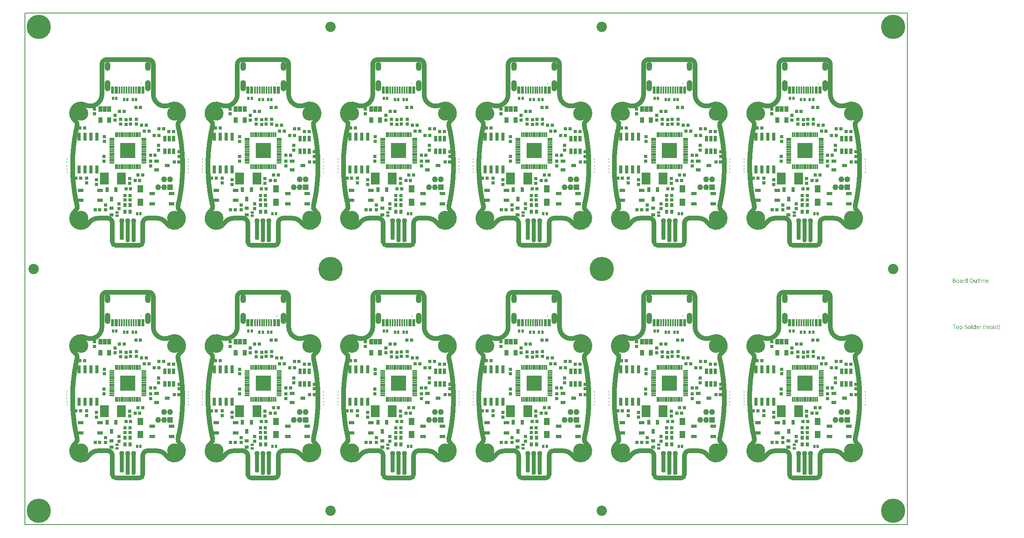
<source format=gts>
G04*
G04 #@! TF.GenerationSoftware,Altium Limited,Altium Designer,21.9.2 (33)*
G04*
G04 Layer_Color=8388736*
%FSAX25Y25*%
%MOIN*%
G70*
G04*
G04 #@! TF.SameCoordinates,F1FF36CF-567E-4D5E-8A1F-07DE1E34316F*
G04*
G04*
G04 #@! TF.FilePolarity,Negative*
G04*
G01*
G75*
G04:AMPARAMS|DCode=23|XSize=35.43mil|YSize=169.29mil|CornerRadius=13.82mil|HoleSize=0mil|Usage=FLASHONLY|Rotation=180.000|XOffset=0mil|YOffset=0mil|HoleType=Round|Shape=RoundedRectangle|*
%AMROUNDEDRECTD23*
21,1,0.03543,0.14165,0,0,180.0*
21,1,0.00780,0.16929,0,0,180.0*
1,1,0.02764,-0.00390,0.07083*
1,1,0.02764,0.00390,0.07083*
1,1,0.02764,0.00390,-0.07083*
1,1,0.02764,-0.00390,-0.07083*
%
%ADD23ROUNDEDRECTD23*%
G04:AMPARAMS|DCode=24|XSize=35.43mil|YSize=188.98mil|CornerRadius=13.82mil|HoleSize=0mil|Usage=FLASHONLY|Rotation=180.000|XOffset=0mil|YOffset=0mil|HoleType=Round|Shape=RoundedRectangle|*
%AMROUNDEDRECTD24*
21,1,0.03543,0.16134,0,0,180.0*
21,1,0.00780,0.18898,0,0,180.0*
1,1,0.02764,-0.00390,0.08067*
1,1,0.02764,0.00390,0.08067*
1,1,0.02764,0.00390,-0.08067*
1,1,0.02764,-0.00390,-0.08067*
%
%ADD24ROUNDEDRECTD24*%
%ADD37C,0.00787*%
%ADD39C,0.03937*%
%ADD45C,0.04370*%
%ADD56C,0.08674*%
%ADD57R,0.03847X0.01189*%
%ADD58R,0.01189X0.03847*%
%ADD59R,0.13000X0.13000*%
%ADD60R,0.02559X0.02756*%
%ADD61R,0.01968X0.03150*%
%ADD62R,0.01575X0.06102*%
%ADD63R,0.02953X0.04134*%
%ADD64R,0.02953X0.06890*%
%ADD65R,0.03347X0.04528*%
%ADD66R,0.02756X0.02559*%
%ADD67R,0.02559X0.02756*%
%ADD68R,0.02756X0.02559*%
%ADD69R,0.03740X0.02953*%
%ADD70R,0.04724X0.03150*%
%ADD71R,0.04921X0.05906*%
%ADD72R,0.04134X0.02953*%
%ADD73R,0.02953X0.03543*%
%ADD74R,0.03150X0.01968*%
%ADD75R,0.02953X0.04528*%
%ADD76R,0.07284X0.10039*%
%ADD77C,0.00800*%
%ADD78C,0.20485*%
G04:AMPARAMS|DCode=79|XSize=49.21mil|YSize=72.84mil|CornerRadius=22.44mil|HoleSize=0mil|Usage=FLASHONLY|Rotation=180.000|XOffset=0mil|YOffset=0mil|HoleType=Round|Shape=RoundedRectangle|*
%AMROUNDEDRECTD79*
21,1,0.04921,0.02795,0,0,180.0*
21,1,0.00433,0.07284,0,0,180.0*
1,1,0.04488,-0.00217,0.01398*
1,1,0.04488,0.00217,0.01398*
1,1,0.04488,0.00217,-0.01398*
1,1,0.04488,-0.00217,-0.01398*
%
%ADD79ROUNDEDRECTD79*%
G04:AMPARAMS|DCode=80|XSize=49.21mil|YSize=92.52mil|CornerRadius=22.44mil|HoleSize=0mil|Usage=FLASHONLY|Rotation=180.000|XOffset=0mil|YOffset=0mil|HoleType=Round|Shape=RoundedRectangle|*
%AMROUNDEDRECTD80*
21,1,0.04921,0.04764,0,0,180.0*
21,1,0.00433,0.09252,0,0,180.0*
1,1,0.04488,-0.00217,0.02382*
1,1,0.04488,0.00217,0.02382*
1,1,0.04488,0.00217,-0.02382*
1,1,0.04488,-0.00217,-0.02382*
%
%ADD80ROUNDEDRECTD80*%
G04:AMPARAMS|DCode=81|XSize=5.91mil|YSize=5.91mil|CornerRadius=0mil|HoleSize=0mil|Usage=FLASHONLY|Rotation=180.000|XOffset=0mil|YOffset=0mil|HoleType=Round|Shape=RoundedRectangle|*
%AMROUNDEDRECTD81*
21,1,0.00591,0.00591,0,0,180.0*
21,1,0.00591,0.00591,0,0,180.0*
1,1,0.00000,-0.00295,0.00295*
1,1,0.00000,0.00295,0.00295*
1,1,0.00000,0.00295,-0.00295*
1,1,0.00000,-0.00295,-0.00295*
%
%ADD81ROUNDEDRECTD81*%
%ADD82C,0.00591*%
%ADD83C,0.12205*%
%ADD84C,0.04961*%
%ADD85R,0.04961X0.04961*%
G36*
X0786906Y0188267D02*
X0786931D01*
X0786986Y0188243D01*
X0787017Y0188224D01*
X0787048Y0188199D01*
X0787054Y0188193D01*
X0787061Y0188187D01*
X0787092Y0188150D01*
X0787116Y0188088D01*
X0787123Y0188051D01*
X0787129Y0188014D01*
Y0188007D01*
Y0187995D01*
X0787123Y0187977D01*
X0787116Y0187952D01*
X0787098Y0187890D01*
X0787073Y0187859D01*
X0787048Y0187828D01*
X0787042D01*
X0787036Y0187816D01*
X0786999Y0187791D01*
X0786943Y0187766D01*
X0786906Y0187760D01*
X0786869Y0187754D01*
X0786850D01*
X0786832Y0187760D01*
X0786807D01*
X0786745Y0187785D01*
X0786714Y0187797D01*
X0786683Y0187822D01*
Y0187828D01*
X0786671Y0187834D01*
X0786658Y0187853D01*
X0786646Y0187871D01*
X0786621Y0187933D01*
X0786615Y0187970D01*
X0786609Y0188014D01*
Y0188020D01*
Y0188032D01*
X0786615Y0188051D01*
X0786621Y0188082D01*
X0786640Y0188137D01*
X0786658Y0188168D01*
X0786683Y0188199D01*
X0786689Y0188206D01*
X0786695Y0188212D01*
X0786733Y0188236D01*
X0786795Y0188261D01*
X0786832Y0188274D01*
X0786887D01*
X0786906Y0188267D01*
D02*
G37*
G36*
X0774916Y0184603D02*
X0774513D01*
Y0185024D01*
X0774501D01*
Y0185018D01*
X0774489Y0185005D01*
X0774470Y0184980D01*
X0774452Y0184950D01*
X0774421Y0184912D01*
X0774384Y0184875D01*
X0774340Y0184832D01*
X0774291Y0184789D01*
X0774235Y0184739D01*
X0774167Y0184696D01*
X0774099Y0184659D01*
X0774018Y0184622D01*
X0773938Y0184591D01*
X0773845Y0184566D01*
X0773746Y0184553D01*
X0773641Y0184547D01*
X0773597D01*
X0773560Y0184553D01*
X0773523Y0184560D01*
X0773474Y0184566D01*
X0773368Y0184591D01*
X0773245Y0184628D01*
X0773121Y0184690D01*
X0773053Y0184727D01*
X0772997Y0184770D01*
X0772935Y0184826D01*
X0772879Y0184881D01*
Y0184888D01*
X0772867Y0184900D01*
X0772855Y0184919D01*
X0772836Y0184943D01*
X0772818Y0184974D01*
X0772793Y0185018D01*
X0772768Y0185067D01*
X0772743Y0185123D01*
X0772712Y0185185D01*
X0772687Y0185253D01*
X0772663Y0185327D01*
X0772644Y0185408D01*
X0772626Y0185494D01*
X0772613Y0185593D01*
X0772607Y0185692D01*
X0772601Y0185798D01*
Y0185804D01*
Y0185822D01*
Y0185860D01*
X0772607Y0185903D01*
X0772613Y0185952D01*
X0772619Y0186014D01*
X0772626Y0186082D01*
X0772638Y0186157D01*
X0772675Y0186318D01*
X0772731Y0186485D01*
X0772768Y0186565D01*
X0772811Y0186646D01*
X0772855Y0186720D01*
X0772910Y0186794D01*
X0772917Y0186800D01*
X0772923Y0186813D01*
X0772941Y0186831D01*
X0772966Y0186856D01*
X0772997Y0186881D01*
X0773040Y0186912D01*
X0773084Y0186949D01*
X0773133Y0186986D01*
X0773257Y0187054D01*
X0773399Y0187116D01*
X0773480Y0187135D01*
X0773566Y0187153D01*
X0773653Y0187166D01*
X0773752Y0187172D01*
X0773802D01*
X0773839Y0187166D01*
X0773876Y0187159D01*
X0773925Y0187153D01*
X0774037Y0187122D01*
X0774161Y0187073D01*
X0774223Y0187042D01*
X0774285Y0186998D01*
X0774346Y0186955D01*
X0774402Y0186899D01*
X0774452Y0186837D01*
X0774501Y0186763D01*
X0774513D01*
Y0188323D01*
X0774916D01*
Y0184603D01*
D02*
G37*
G36*
X0789184Y0187166D02*
X0789258Y0187159D01*
X0789351Y0187141D01*
X0789450Y0187110D01*
X0789555Y0187060D01*
X0789661Y0186992D01*
X0789704Y0186955D01*
X0789747Y0186906D01*
X0789759Y0186893D01*
X0789784Y0186856D01*
X0789815Y0186794D01*
X0789859Y0186707D01*
X0789896Y0186602D01*
X0789933Y0186472D01*
X0789958Y0186318D01*
X0789964Y0186138D01*
Y0184603D01*
X0789561D01*
Y0186033D01*
Y0186039D01*
Y0186070D01*
X0789555Y0186107D01*
Y0186157D01*
X0789543Y0186219D01*
X0789531Y0186287D01*
X0789512Y0186361D01*
X0789487Y0186435D01*
X0789456Y0186510D01*
X0789419Y0186577D01*
X0789369Y0186646D01*
X0789314Y0186707D01*
X0789252Y0186757D01*
X0789172Y0186794D01*
X0789085Y0186825D01*
X0788980Y0186831D01*
X0788967D01*
X0788930Y0186825D01*
X0788874Y0186819D01*
X0788806Y0186800D01*
X0788726Y0186776D01*
X0788639Y0186732D01*
X0788559Y0186677D01*
X0788478Y0186602D01*
X0788472Y0186590D01*
X0788447Y0186565D01*
X0788416Y0186516D01*
X0788379Y0186448D01*
X0788342Y0186367D01*
X0788311Y0186268D01*
X0788286Y0186157D01*
X0788280Y0186033D01*
Y0184603D01*
X0787878D01*
Y0187116D01*
X0788280D01*
Y0186695D01*
X0788293D01*
X0788299Y0186701D01*
X0788305Y0186714D01*
X0788323Y0186739D01*
X0788348Y0186769D01*
X0788373Y0186807D01*
X0788410Y0186844D01*
X0788453Y0186887D01*
X0788503Y0186937D01*
X0788559Y0186980D01*
X0788621Y0187023D01*
X0788689Y0187060D01*
X0788763Y0187098D01*
X0788837Y0187128D01*
X0788924Y0187153D01*
X0789017Y0187166D01*
X0789116Y0187172D01*
X0789153D01*
X0789184Y0187166D01*
D02*
G37*
G36*
X0772186Y0187153D02*
X0772260Y0187147D01*
X0772304Y0187135D01*
X0772335Y0187122D01*
Y0186707D01*
X0772329Y0186714D01*
X0772316Y0186720D01*
X0772291Y0186732D01*
X0772260Y0186751D01*
X0772217Y0186763D01*
X0772161Y0186776D01*
X0772099Y0186782D01*
X0772031Y0186788D01*
X0772019D01*
X0771988Y0186782D01*
X0771939Y0186776D01*
X0771883Y0186757D01*
X0771808Y0186726D01*
X0771740Y0186683D01*
X0771666Y0186621D01*
X0771598Y0186540D01*
X0771592Y0186528D01*
X0771573Y0186497D01*
X0771542Y0186441D01*
X0771511Y0186367D01*
X0771480Y0186274D01*
X0771450Y0186157D01*
X0771431Y0186027D01*
X0771425Y0185878D01*
Y0184603D01*
X0771022D01*
Y0187116D01*
X0771425D01*
Y0186596D01*
X0771437D01*
Y0186602D01*
X0771443Y0186609D01*
X0771456Y0186639D01*
X0771474Y0186689D01*
X0771505Y0186751D01*
X0771536Y0186813D01*
X0771586Y0186881D01*
X0771635Y0186949D01*
X0771697Y0187011D01*
X0771703Y0187017D01*
X0771728Y0187036D01*
X0771765Y0187060D01*
X0771815Y0187085D01*
X0771870Y0187110D01*
X0771939Y0187135D01*
X0772013Y0187153D01*
X0772093Y0187159D01*
X0772149D01*
X0772186Y0187153D01*
D02*
G37*
G36*
X0782926Y0184603D02*
X0782523D01*
Y0184999D01*
X0782511D01*
Y0184993D01*
X0782499Y0184980D01*
X0782486Y0184956D01*
X0782462Y0184931D01*
X0782406Y0184857D01*
X0782319Y0184776D01*
X0782270Y0184733D01*
X0782214Y0184690D01*
X0782152Y0184652D01*
X0782078Y0184615D01*
X0782003Y0184591D01*
X0781923Y0184566D01*
X0781830Y0184553D01*
X0781737Y0184547D01*
X0781700D01*
X0781657Y0184553D01*
X0781595Y0184566D01*
X0781527Y0184578D01*
X0781453Y0184603D01*
X0781372Y0184634D01*
X0781292Y0184683D01*
X0781205Y0184739D01*
X0781124Y0184807D01*
X0781050Y0184894D01*
X0780982Y0184999D01*
X0780920Y0185117D01*
X0780877Y0185259D01*
X0780852Y0185426D01*
X0780840Y0185513D01*
Y0185612D01*
Y0187116D01*
X0781236D01*
Y0185674D01*
Y0185668D01*
Y0185643D01*
X0781242Y0185600D01*
X0781248Y0185550D01*
X0781254Y0185488D01*
X0781267Y0185426D01*
X0781285Y0185352D01*
X0781310Y0185278D01*
X0781347Y0185203D01*
X0781384Y0185135D01*
X0781434Y0185067D01*
X0781496Y0185005D01*
X0781564Y0184956D01*
X0781644Y0184919D01*
X0781743Y0184888D01*
X0781849Y0184881D01*
X0781861D01*
X0781898Y0184888D01*
X0781954Y0184894D01*
X0782016Y0184906D01*
X0782096Y0184937D01*
X0782177Y0184974D01*
X0782257Y0185024D01*
X0782332Y0185098D01*
X0782338Y0185110D01*
X0782363Y0185135D01*
X0782393Y0185185D01*
X0782431Y0185253D01*
X0782462Y0185333D01*
X0782492Y0185432D01*
X0782517Y0185544D01*
X0782523Y0185668D01*
Y0187116D01*
X0782926D01*
Y0184603D01*
D02*
G37*
G36*
X0787061D02*
X0786658D01*
Y0187116D01*
X0787061D01*
Y0184603D01*
D02*
G37*
G36*
X0785841D02*
X0785439D01*
Y0188323D01*
X0785841D01*
Y0184603D01*
D02*
G37*
G36*
X0769462Y0187166D02*
X0769518Y0187159D01*
X0769586Y0187141D01*
X0769661Y0187122D01*
X0769741Y0187091D01*
X0769828Y0187054D01*
X0769908Y0187005D01*
X0769989Y0186943D01*
X0770063Y0186869D01*
X0770131Y0186776D01*
X0770187Y0186670D01*
X0770230Y0186547D01*
X0770255Y0186404D01*
X0770267Y0186237D01*
Y0184603D01*
X0769865D01*
Y0184993D01*
X0769852D01*
Y0184987D01*
X0769840Y0184974D01*
X0769828Y0184950D01*
X0769803Y0184925D01*
X0769741Y0184851D01*
X0769661Y0184770D01*
X0769549Y0184690D01*
X0769419Y0184615D01*
X0769339Y0184591D01*
X0769258Y0184566D01*
X0769172Y0184553D01*
X0769079Y0184547D01*
X0769042D01*
X0769017Y0184553D01*
X0768949Y0184560D01*
X0768868Y0184572D01*
X0768769Y0184597D01*
X0768676Y0184628D01*
X0768577Y0184677D01*
X0768491Y0184739D01*
X0768484Y0184751D01*
X0768460Y0184776D01*
X0768423Y0184820D01*
X0768385Y0184881D01*
X0768348Y0184956D01*
X0768311Y0185042D01*
X0768286Y0185148D01*
X0768280Y0185265D01*
Y0185272D01*
Y0185296D01*
X0768286Y0185333D01*
X0768293Y0185377D01*
X0768305Y0185432D01*
X0768324Y0185494D01*
X0768348Y0185562D01*
X0768385Y0185631D01*
X0768429Y0185705D01*
X0768484Y0185779D01*
X0768553Y0185847D01*
X0768633Y0185909D01*
X0768726Y0185971D01*
X0768837Y0186021D01*
X0768961Y0186058D01*
X0769110Y0186089D01*
X0769865Y0186194D01*
Y0186200D01*
Y0186219D01*
X0769859Y0186256D01*
Y0186293D01*
X0769846Y0186342D01*
X0769840Y0186398D01*
X0769803Y0186516D01*
X0769772Y0186571D01*
X0769741Y0186627D01*
X0769698Y0186683D01*
X0769648Y0186732D01*
X0769586Y0186776D01*
X0769518Y0186807D01*
X0769438Y0186825D01*
X0769345Y0186831D01*
X0769302D01*
X0769271Y0186825D01*
X0769227D01*
X0769184Y0186813D01*
X0769072Y0186794D01*
X0768949Y0186757D01*
X0768813Y0186701D01*
X0768738Y0186664D01*
X0768670Y0186627D01*
X0768596Y0186577D01*
X0768528Y0186522D01*
Y0186937D01*
X0768534D01*
X0768546Y0186949D01*
X0768565Y0186961D01*
X0768596Y0186974D01*
X0768627Y0186992D01*
X0768670Y0187011D01*
X0768720Y0187029D01*
X0768775Y0187054D01*
X0768899Y0187098D01*
X0769048Y0187135D01*
X0769209Y0187159D01*
X0769382Y0187172D01*
X0769419D01*
X0769462Y0187166D01*
D02*
G37*
G36*
X0763774Y0188113D02*
X0763817D01*
X0763861Y0188107D01*
X0763960Y0188094D01*
X0764077Y0188063D01*
X0764201Y0188026D01*
X0764319Y0187970D01*
X0764424Y0187896D01*
X0764430D01*
X0764436Y0187884D01*
X0764467Y0187859D01*
X0764510Y0187809D01*
X0764560Y0187741D01*
X0764603Y0187655D01*
X0764647Y0187556D01*
X0764678Y0187444D01*
X0764690Y0187382D01*
Y0187314D01*
Y0187308D01*
Y0187302D01*
Y0187265D01*
X0764684Y0187209D01*
X0764671Y0187141D01*
X0764653Y0187054D01*
X0764622Y0186968D01*
X0764585Y0186881D01*
X0764529Y0186794D01*
X0764523Y0186782D01*
X0764498Y0186757D01*
X0764461Y0186720D01*
X0764411Y0186670D01*
X0764350Y0186621D01*
X0764275Y0186565D01*
X0764182Y0186522D01*
X0764083Y0186478D01*
Y0186472D01*
X0764102D01*
X0764120Y0186466D01*
X0764139Y0186460D01*
X0764207Y0186448D01*
X0764288Y0186423D01*
X0764374Y0186386D01*
X0764467Y0186342D01*
X0764560Y0186280D01*
X0764647Y0186200D01*
X0764659Y0186188D01*
X0764684Y0186157D01*
X0764715Y0186113D01*
X0764758Y0186045D01*
X0764795Y0185959D01*
X0764832Y0185860D01*
X0764857Y0185742D01*
X0764863Y0185612D01*
Y0185606D01*
Y0185593D01*
Y0185569D01*
X0764857Y0185538D01*
X0764851Y0185501D01*
X0764845Y0185457D01*
X0764820Y0185352D01*
X0764783Y0185234D01*
X0764727Y0185110D01*
X0764690Y0185055D01*
X0764647Y0184993D01*
X0764591Y0184937D01*
X0764535Y0184881D01*
X0764529D01*
X0764523Y0184869D01*
X0764504Y0184857D01*
X0764480Y0184838D01*
X0764449Y0184820D01*
X0764405Y0184795D01*
X0764312Y0184745D01*
X0764195Y0184690D01*
X0764059Y0184646D01*
X0763898Y0184615D01*
X0763817Y0184609D01*
X0763724Y0184603D01*
X0762697D01*
Y0188119D01*
X0763743D01*
X0763774Y0188113D01*
D02*
G37*
G36*
X0784269Y0187116D02*
X0784906D01*
Y0186769D01*
X0784269D01*
Y0185352D01*
Y0185340D01*
Y0185309D01*
X0784275Y0185265D01*
X0784281Y0185210D01*
X0784306Y0185092D01*
X0784325Y0185036D01*
X0784356Y0184993D01*
X0784362Y0184987D01*
X0784374Y0184974D01*
X0784393Y0184962D01*
X0784424Y0184943D01*
X0784461Y0184919D01*
X0784510Y0184906D01*
X0784572Y0184894D01*
X0784640Y0184888D01*
X0784665D01*
X0784696Y0184894D01*
X0784733Y0184900D01*
X0784820Y0184925D01*
X0784863Y0184943D01*
X0784906Y0184968D01*
Y0184622D01*
X0784900D01*
X0784882Y0184609D01*
X0784851Y0184603D01*
X0784807Y0184591D01*
X0784752Y0184578D01*
X0784690Y0184566D01*
X0784616Y0184560D01*
X0784529Y0184553D01*
X0784498D01*
X0784467Y0184560D01*
X0784424Y0184566D01*
X0784374Y0184578D01*
X0784318Y0184591D01*
X0784263Y0184615D01*
X0784201Y0184646D01*
X0784139Y0184683D01*
X0784077Y0184733D01*
X0784021Y0184789D01*
X0783972Y0184863D01*
X0783928Y0184943D01*
X0783898Y0185042D01*
X0783873Y0185154D01*
X0783867Y0185284D01*
Y0186769D01*
X0783439D01*
Y0187116D01*
X0783867D01*
Y0187729D01*
X0784269Y0187859D01*
Y0187116D01*
D02*
G37*
G36*
X0791796Y0187166D02*
X0791839Y0187159D01*
X0791883Y0187153D01*
X0791994Y0187135D01*
X0792118Y0187091D01*
X0792242Y0187036D01*
X0792304Y0186998D01*
X0792366Y0186955D01*
X0792421Y0186906D01*
X0792477Y0186850D01*
X0792483Y0186844D01*
X0792489Y0186837D01*
X0792502Y0186819D01*
X0792520Y0186794D01*
X0792539Y0186757D01*
X0792564Y0186720D01*
X0792588Y0186677D01*
X0792613Y0186621D01*
X0792638Y0186559D01*
X0792663Y0186497D01*
X0792687Y0186423D01*
X0792706Y0186342D01*
X0792725Y0186256D01*
X0792737Y0186169D01*
X0792749Y0186070D01*
Y0185965D01*
Y0185754D01*
X0790973D01*
Y0185748D01*
Y0185736D01*
Y0185717D01*
X0790979Y0185686D01*
X0790985Y0185649D01*
Y0185612D01*
X0791004Y0185513D01*
X0791035Y0185414D01*
X0791072Y0185302D01*
X0791127Y0185197D01*
X0791196Y0185104D01*
X0791208Y0185092D01*
X0791233Y0185067D01*
X0791282Y0185036D01*
X0791350Y0184993D01*
X0791437Y0184950D01*
X0791536Y0184919D01*
X0791654Y0184894D01*
X0791790Y0184881D01*
X0791833D01*
X0791864Y0184888D01*
X0791901D01*
X0791945Y0184894D01*
X0792050Y0184919D01*
X0792167Y0184950D01*
X0792297Y0184999D01*
X0792434Y0185067D01*
X0792502Y0185110D01*
X0792570Y0185160D01*
Y0184782D01*
X0792564D01*
X0792557Y0184770D01*
X0792539Y0184764D01*
X0792508Y0184745D01*
X0792477Y0184727D01*
X0792440Y0184708D01*
X0792390Y0184690D01*
X0792341Y0184665D01*
X0792279Y0184640D01*
X0792211Y0184622D01*
X0792062Y0184584D01*
X0791889Y0184560D01*
X0791697Y0184547D01*
X0791647D01*
X0791610Y0184553D01*
X0791567Y0184560D01*
X0791511Y0184566D01*
X0791394Y0184591D01*
X0791257Y0184628D01*
X0791121Y0184690D01*
X0791053Y0184733D01*
X0790985Y0184776D01*
X0790923Y0184826D01*
X0790861Y0184888D01*
X0790855Y0184894D01*
X0790849Y0184906D01*
X0790837Y0184925D01*
X0790812Y0184950D01*
X0790793Y0184987D01*
X0790768Y0185030D01*
X0790737Y0185080D01*
X0790713Y0185135D01*
X0790682Y0185197D01*
X0790657Y0185272D01*
X0790626Y0185352D01*
X0790608Y0185439D01*
X0790589Y0185531D01*
X0790570Y0185631D01*
X0790564Y0185736D01*
X0790558Y0185847D01*
Y0185853D01*
Y0185872D01*
Y0185903D01*
X0790564Y0185946D01*
X0790570Y0185996D01*
X0790577Y0186051D01*
X0790583Y0186119D01*
X0790601Y0186188D01*
X0790638Y0186336D01*
X0790694Y0186497D01*
X0790731Y0186577D01*
X0790781Y0186652D01*
X0790830Y0186732D01*
X0790886Y0186800D01*
X0790892Y0186807D01*
X0790905Y0186819D01*
X0790923Y0186837D01*
X0790948Y0186856D01*
X0790979Y0186887D01*
X0791016Y0186918D01*
X0791066Y0186949D01*
X0791115Y0186986D01*
X0791233Y0187054D01*
X0791375Y0187116D01*
X0791456Y0187135D01*
X0791536Y0187153D01*
X0791623Y0187166D01*
X0791715Y0187172D01*
X0791765D01*
X0791796Y0187166D01*
D02*
G37*
G36*
X0778754Y0188175D02*
X0778816Y0188168D01*
X0778890Y0188156D01*
X0778970Y0188137D01*
X0779057Y0188119D01*
X0779144Y0188094D01*
X0779243Y0188063D01*
X0779335Y0188020D01*
X0779435Y0187970D01*
X0779534Y0187915D01*
X0779627Y0187847D01*
X0779719Y0187772D01*
X0779806Y0187686D01*
X0779812Y0187679D01*
X0779825Y0187661D01*
X0779849Y0187636D01*
X0779874Y0187599D01*
X0779911Y0187549D01*
X0779948Y0187487D01*
X0779986Y0187419D01*
X0780029Y0187345D01*
X0780072Y0187252D01*
X0780109Y0187159D01*
X0780146Y0187054D01*
X0780184Y0186937D01*
X0780208Y0186819D01*
X0780233Y0186689D01*
X0780245Y0186547D01*
X0780252Y0186404D01*
Y0186392D01*
Y0186367D01*
Y0186324D01*
X0780245Y0186262D01*
X0780239Y0186188D01*
X0780227Y0186107D01*
X0780215Y0186014D01*
X0780196Y0185909D01*
X0780171Y0185804D01*
X0780140Y0185692D01*
X0780103Y0185581D01*
X0780060Y0185469D01*
X0780004Y0185352D01*
X0779942Y0185247D01*
X0779874Y0185142D01*
X0779794Y0185042D01*
X0779787Y0185036D01*
X0779775Y0185024D01*
X0779744Y0184999D01*
X0779713Y0184968D01*
X0779664Y0184925D01*
X0779608Y0184888D01*
X0779546Y0184838D01*
X0779472Y0184795D01*
X0779391Y0184751D01*
X0779298Y0184702D01*
X0779199Y0184665D01*
X0779088Y0184628D01*
X0778970Y0184591D01*
X0778847Y0184566D01*
X0778717Y0184553D01*
X0778574Y0184547D01*
X0778543D01*
X0778500Y0184553D01*
X0778450D01*
X0778389Y0184560D01*
X0778314Y0184572D01*
X0778234Y0184591D01*
X0778141Y0184609D01*
X0778048Y0184634D01*
X0777949Y0184665D01*
X0777850Y0184708D01*
X0777751Y0184751D01*
X0777652Y0184807D01*
X0777553Y0184875D01*
X0777460Y0184950D01*
X0777373Y0185036D01*
X0777367Y0185042D01*
X0777355Y0185061D01*
X0777330Y0185086D01*
X0777305Y0185123D01*
X0777268Y0185172D01*
X0777231Y0185234D01*
X0777194Y0185302D01*
X0777150Y0185383D01*
X0777107Y0185469D01*
X0777070Y0185562D01*
X0777033Y0185668D01*
X0776996Y0185785D01*
X0776971Y0185903D01*
X0776946Y0186033D01*
X0776934Y0186175D01*
X0776928Y0186318D01*
Y0186330D01*
Y0186355D01*
X0776934Y0186398D01*
Y0186460D01*
X0776940Y0186528D01*
X0776952Y0186615D01*
X0776965Y0186707D01*
X0776983Y0186807D01*
X0777008Y0186912D01*
X0777039Y0187023D01*
X0777076Y0187135D01*
X0777119Y0187246D01*
X0777175Y0187357D01*
X0777237Y0187469D01*
X0777305Y0187574D01*
X0777386Y0187673D01*
X0777392Y0187679D01*
X0777404Y0187698D01*
X0777435Y0187723D01*
X0777472Y0187754D01*
X0777516Y0187791D01*
X0777571Y0187834D01*
X0777639Y0187877D01*
X0777714Y0187927D01*
X0777800Y0187977D01*
X0777893Y0188020D01*
X0777992Y0188063D01*
X0778104Y0188100D01*
X0778228Y0188131D01*
X0778358Y0188162D01*
X0778494Y0188175D01*
X0778636Y0188181D01*
X0778704D01*
X0778754Y0188175D01*
D02*
G37*
G36*
X0766726Y0187166D02*
X0766770Y0187159D01*
X0766826Y0187153D01*
X0766949Y0187128D01*
X0767092Y0187085D01*
X0767234Y0187023D01*
X0767308Y0186986D01*
X0767377Y0186943D01*
X0767445Y0186887D01*
X0767507Y0186825D01*
X0767513Y0186819D01*
X0767519Y0186807D01*
X0767537Y0186788D01*
X0767556Y0186763D01*
X0767581Y0186726D01*
X0767605Y0186683D01*
X0767636Y0186633D01*
X0767667Y0186577D01*
X0767692Y0186510D01*
X0767723Y0186441D01*
X0767748Y0186361D01*
X0767773Y0186274D01*
X0767791Y0186181D01*
X0767810Y0186082D01*
X0767816Y0185977D01*
X0767822Y0185866D01*
Y0185860D01*
Y0185841D01*
Y0185810D01*
X0767816Y0185767D01*
X0767810Y0185717D01*
X0767804Y0185655D01*
X0767791Y0185593D01*
X0767779Y0185519D01*
X0767742Y0185371D01*
X0767680Y0185210D01*
X0767643Y0185129D01*
X0767593Y0185049D01*
X0767544Y0184974D01*
X0767482Y0184906D01*
X0767476Y0184900D01*
X0767463Y0184894D01*
X0767445Y0184875D01*
X0767420Y0184851D01*
X0767383Y0184826D01*
X0767346Y0184795D01*
X0767296Y0184758D01*
X0767240Y0184727D01*
X0767178Y0184696D01*
X0767110Y0184659D01*
X0767036Y0184628D01*
X0766956Y0184603D01*
X0766869Y0184578D01*
X0766776Y0184566D01*
X0766677Y0184553D01*
X0766572Y0184547D01*
X0766516D01*
X0766479Y0184553D01*
X0766436Y0184560D01*
X0766380Y0184566D01*
X0766318Y0184578D01*
X0766250Y0184591D01*
X0766108Y0184634D01*
X0765959Y0184696D01*
X0765885Y0184733D01*
X0765817Y0184782D01*
X0765749Y0184832D01*
X0765680Y0184894D01*
X0765674Y0184900D01*
X0765668Y0184912D01*
X0765650Y0184931D01*
X0765631Y0184956D01*
X0765606Y0184993D01*
X0765575Y0185036D01*
X0765544Y0185086D01*
X0765520Y0185142D01*
X0765488Y0185210D01*
X0765458Y0185278D01*
X0765427Y0185352D01*
X0765402Y0185439D01*
X0765365Y0185624D01*
X0765358Y0185723D01*
X0765352Y0185829D01*
Y0185835D01*
Y0185860D01*
Y0185890D01*
X0765358Y0185934D01*
X0765365Y0185983D01*
X0765371Y0186045D01*
X0765383Y0186113D01*
X0765396Y0186188D01*
X0765433Y0186348D01*
X0765495Y0186510D01*
X0765538Y0186590D01*
X0765581Y0186670D01*
X0765631Y0186745D01*
X0765693Y0186813D01*
X0765699Y0186819D01*
X0765711Y0186831D01*
X0765730Y0186844D01*
X0765755Y0186869D01*
X0765792Y0186893D01*
X0765835Y0186924D01*
X0765885Y0186961D01*
X0765940Y0186992D01*
X0766002Y0187023D01*
X0766077Y0187060D01*
X0766151Y0187091D01*
X0766237Y0187116D01*
X0766324Y0187141D01*
X0766423Y0187159D01*
X0766528Y0187166D01*
X0766634Y0187172D01*
X0766689D01*
X0766726Y0187166D01*
D02*
G37*
G36*
X0796723Y0149206D02*
X0796748D01*
X0796804Y0149181D01*
X0796835Y0149162D01*
X0796866Y0149137D01*
X0796872Y0149131D01*
X0796878Y0149125D01*
X0796909Y0149088D01*
X0796934Y0149026D01*
X0796940Y0148989D01*
X0796946Y0148952D01*
Y0148946D01*
Y0148933D01*
X0796940Y0148915D01*
X0796934Y0148890D01*
X0796915Y0148828D01*
X0796890Y0148797D01*
X0796866Y0148766D01*
X0796859D01*
X0796853Y0148754D01*
X0796816Y0148729D01*
X0796760Y0148704D01*
X0796723Y0148698D01*
X0796686Y0148692D01*
X0796668D01*
X0796649Y0148698D01*
X0796624D01*
X0796562Y0148723D01*
X0796531Y0148735D01*
X0796500Y0148760D01*
Y0148766D01*
X0796488Y0148772D01*
X0796476Y0148791D01*
X0796463Y0148809D01*
X0796439Y0148871D01*
X0796432Y0148908D01*
X0796426Y0148952D01*
Y0148958D01*
Y0148970D01*
X0796432Y0148989D01*
X0796439Y0149020D01*
X0796457Y0149076D01*
X0796476Y0149107D01*
X0796500Y0149137D01*
X0796507Y0149144D01*
X0796513Y0149150D01*
X0796550Y0149175D01*
X0796612Y0149199D01*
X0796649Y0149212D01*
X0796705D01*
X0796723Y0149206D01*
D02*
G37*
G36*
X0774155Y0149113D02*
X0774204D01*
X0774316Y0149100D01*
X0774439Y0149088D01*
X0774563Y0149063D01*
X0774681Y0149032D01*
X0774730Y0149014D01*
X0774780Y0148989D01*
Y0148525D01*
X0774774D01*
X0774767Y0148537D01*
X0774749Y0148543D01*
X0774724Y0148562D01*
X0774693Y0148574D01*
X0774656Y0148593D01*
X0774563Y0148636D01*
X0774452Y0148673D01*
X0774316Y0148710D01*
X0774155Y0148735D01*
X0773981Y0148741D01*
X0773932D01*
X0773895Y0148735D01*
X0773857D01*
X0773808Y0148729D01*
X0773709Y0148710D01*
X0773703D01*
X0773684Y0148704D01*
X0773659Y0148698D01*
X0773628Y0148692D01*
X0773554Y0148661D01*
X0773467Y0148624D01*
X0773461D01*
X0773449Y0148611D01*
X0773430Y0148599D01*
X0773406Y0148580D01*
X0773350Y0148525D01*
X0773294Y0148457D01*
Y0148450D01*
X0773282Y0148438D01*
X0773276Y0148419D01*
X0773263Y0148389D01*
X0773251Y0148351D01*
X0773245Y0148314D01*
X0773232Y0148215D01*
Y0148209D01*
Y0148190D01*
Y0148166D01*
X0773238Y0148135D01*
X0773251Y0148060D01*
X0773282Y0147980D01*
Y0147974D01*
X0773294Y0147961D01*
X0773300Y0147943D01*
X0773319Y0147918D01*
X0773368Y0147862D01*
X0773430Y0147800D01*
X0773436Y0147794D01*
X0773449Y0147788D01*
X0773467Y0147769D01*
X0773498Y0147751D01*
X0773535Y0147726D01*
X0773573Y0147701D01*
X0773672Y0147640D01*
X0773678Y0147633D01*
X0773697Y0147627D01*
X0773727Y0147608D01*
X0773765Y0147590D01*
X0773814Y0147565D01*
X0773870Y0147540D01*
X0773994Y0147479D01*
X0774000Y0147472D01*
X0774024Y0147460D01*
X0774062Y0147441D01*
X0774111Y0147417D01*
X0774167Y0147392D01*
X0774229Y0147355D01*
X0774353Y0147281D01*
X0774359Y0147274D01*
X0774384Y0147262D01*
X0774414Y0147243D01*
X0774458Y0147212D01*
X0774551Y0147138D01*
X0774650Y0147051D01*
X0774656Y0147045D01*
X0774675Y0147033D01*
X0774693Y0147002D01*
X0774724Y0146971D01*
X0774755Y0146928D01*
X0774792Y0146884D01*
X0774854Y0146773D01*
X0774860Y0146767D01*
X0774866Y0146748D01*
X0774879Y0146717D01*
X0774891Y0146674D01*
X0774903Y0146624D01*
X0774916Y0146562D01*
X0774928Y0146501D01*
Y0146426D01*
Y0146414D01*
Y0146383D01*
X0774922Y0146333D01*
X0774916Y0146272D01*
X0774903Y0146203D01*
X0774885Y0146129D01*
X0774860Y0146055D01*
X0774823Y0145987D01*
X0774817Y0145981D01*
X0774804Y0145956D01*
X0774780Y0145925D01*
X0774755Y0145881D01*
X0774712Y0145838D01*
X0774668Y0145789D01*
X0774613Y0145739D01*
X0774551Y0145690D01*
X0774544Y0145684D01*
X0774520Y0145671D01*
X0774483Y0145652D01*
X0774433Y0145628D01*
X0774377Y0145603D01*
X0774309Y0145578D01*
X0774229Y0145554D01*
X0774148Y0145535D01*
X0774136D01*
X0774111Y0145529D01*
X0774068Y0145522D01*
X0774006Y0145510D01*
X0773938Y0145504D01*
X0773857Y0145492D01*
X0773771Y0145485D01*
X0773622D01*
X0773554Y0145492D01*
X0773467Y0145498D01*
X0773449D01*
X0773424Y0145504D01*
X0773393Y0145510D01*
X0773313Y0145516D01*
X0773220Y0145535D01*
X0773214D01*
X0773195Y0145541D01*
X0773170Y0145547D01*
X0773139Y0145554D01*
X0773065Y0145572D01*
X0772978Y0145597D01*
X0772972D01*
X0772960Y0145603D01*
X0772941Y0145609D01*
X0772917Y0145622D01*
X0772855Y0145646D01*
X0772793Y0145684D01*
Y0146166D01*
X0772799Y0146160D01*
X0772811Y0146154D01*
X0772824Y0146142D01*
X0772848Y0146123D01*
X0772917Y0146080D01*
X0772997Y0146030D01*
X0773003D01*
X0773016Y0146024D01*
X0773040Y0146011D01*
X0773071Y0145999D01*
X0773152Y0145962D01*
X0773238Y0145931D01*
X0773245D01*
X0773263Y0145925D01*
X0773288Y0145919D01*
X0773319Y0145913D01*
X0773406Y0145888D01*
X0773498Y0145869D01*
X0773523D01*
X0773548Y0145863D01*
X0773579D01*
X0773653Y0145857D01*
X0773740Y0145851D01*
X0773802D01*
X0773870Y0145857D01*
X0773956Y0145869D01*
X0774049Y0145881D01*
X0774142Y0145906D01*
X0774229Y0145943D01*
X0774309Y0145987D01*
X0774316Y0145993D01*
X0774340Y0146011D01*
X0774371Y0146049D01*
X0774402Y0146092D01*
X0774439Y0146148D01*
X0774464Y0146222D01*
X0774489Y0146302D01*
X0774495Y0146395D01*
Y0146402D01*
Y0146420D01*
Y0146445D01*
X0774489Y0146482D01*
X0774470Y0146562D01*
X0774433Y0146643D01*
Y0146649D01*
X0774421Y0146661D01*
X0774408Y0146680D01*
X0774390Y0146705D01*
X0774334Y0146767D01*
X0774260Y0146835D01*
X0774254Y0146841D01*
X0774241Y0146853D01*
X0774216Y0146866D01*
X0774186Y0146890D01*
X0774148Y0146915D01*
X0774105Y0146946D01*
X0774000Y0147002D01*
X0773994Y0147008D01*
X0773975Y0147014D01*
X0773944Y0147033D01*
X0773901Y0147051D01*
X0773857Y0147082D01*
X0773802Y0147107D01*
X0773672Y0147175D01*
X0773666Y0147181D01*
X0773641Y0147194D01*
X0773604Y0147212D01*
X0773560Y0147231D01*
X0773511Y0147262D01*
X0773455Y0147293D01*
X0773331Y0147361D01*
X0773325Y0147367D01*
X0773307Y0147380D01*
X0773276Y0147398D01*
X0773238Y0147423D01*
X0773146Y0147491D01*
X0773053Y0147571D01*
X0773046Y0147578D01*
X0773034Y0147590D01*
X0773009Y0147615D01*
X0772985Y0147646D01*
X0772954Y0147689D01*
X0772923Y0147732D01*
X0772867Y0147831D01*
Y0147838D01*
X0772855Y0147856D01*
X0772848Y0147887D01*
X0772836Y0147930D01*
X0772824Y0147980D01*
X0772811Y0148042D01*
X0772805Y0148104D01*
X0772799Y0148178D01*
Y0148190D01*
Y0148221D01*
X0772805Y0148265D01*
X0772811Y0148320D01*
X0772824Y0148389D01*
X0772842Y0148457D01*
X0772867Y0148525D01*
X0772904Y0148593D01*
X0772910Y0148599D01*
X0772923Y0148624D01*
X0772948Y0148655D01*
X0772978Y0148698D01*
X0773016Y0148741D01*
X0773065Y0148791D01*
X0773121Y0148840D01*
X0773183Y0148884D01*
X0773189Y0148890D01*
X0773214Y0148902D01*
X0773251Y0148927D01*
X0773294Y0148952D01*
X0773356Y0148977D01*
X0773418Y0149007D01*
X0773492Y0149032D01*
X0773573Y0149057D01*
X0773585D01*
X0773610Y0149069D01*
X0773653Y0149076D01*
X0773715Y0149088D01*
X0773783Y0149100D01*
X0773857Y0149107D01*
X0774024Y0149119D01*
X0774111D01*
X0774155Y0149113D01*
D02*
G37*
G36*
X0781886Y0145541D02*
X0781484D01*
Y0145962D01*
X0781471D01*
Y0145956D01*
X0781459Y0145943D01*
X0781440Y0145919D01*
X0781422Y0145888D01*
X0781391Y0145851D01*
X0781354Y0145813D01*
X0781310Y0145770D01*
X0781261Y0145727D01*
X0781205Y0145677D01*
X0781137Y0145634D01*
X0781069Y0145597D01*
X0780988Y0145560D01*
X0780908Y0145529D01*
X0780815Y0145504D01*
X0780716Y0145492D01*
X0780611Y0145485D01*
X0780567D01*
X0780530Y0145492D01*
X0780493Y0145498D01*
X0780444Y0145504D01*
X0780338Y0145529D01*
X0780215Y0145566D01*
X0780091Y0145628D01*
X0780023Y0145665D01*
X0779967Y0145708D01*
X0779905Y0145764D01*
X0779849Y0145820D01*
Y0145826D01*
X0779837Y0145838D01*
X0779825Y0145857D01*
X0779806Y0145881D01*
X0779787Y0145913D01*
X0779763Y0145956D01*
X0779738Y0146005D01*
X0779713Y0146061D01*
X0779682Y0146123D01*
X0779657Y0146191D01*
X0779633Y0146265D01*
X0779614Y0146346D01*
X0779596Y0146432D01*
X0779583Y0146531D01*
X0779577Y0146631D01*
X0779571Y0146736D01*
Y0146742D01*
Y0146760D01*
Y0146798D01*
X0779577Y0146841D01*
X0779583Y0146890D01*
X0779589Y0146952D01*
X0779596Y0147020D01*
X0779608Y0147095D01*
X0779645Y0147256D01*
X0779701Y0147423D01*
X0779738Y0147503D01*
X0779781Y0147584D01*
X0779825Y0147658D01*
X0779880Y0147732D01*
X0779886Y0147739D01*
X0779893Y0147751D01*
X0779911Y0147769D01*
X0779936Y0147794D01*
X0779967Y0147819D01*
X0780010Y0147850D01*
X0780054Y0147887D01*
X0780103Y0147924D01*
X0780227Y0147992D01*
X0780369Y0148054D01*
X0780450Y0148073D01*
X0780536Y0148091D01*
X0780623Y0148104D01*
X0780722Y0148110D01*
X0780772D01*
X0780809Y0148104D01*
X0780846Y0148098D01*
X0780895Y0148091D01*
X0781007Y0148060D01*
X0781131Y0148011D01*
X0781193Y0147980D01*
X0781254Y0147937D01*
X0781316Y0147893D01*
X0781372Y0147838D01*
X0781422Y0147776D01*
X0781471Y0147701D01*
X0781484D01*
Y0149261D01*
X0781886D01*
Y0145541D01*
D02*
G37*
G36*
X0769939Y0148104D02*
X0769982Y0148098D01*
X0770026Y0148091D01*
X0770137Y0148067D01*
X0770261Y0148029D01*
X0770385Y0147968D01*
X0770447Y0147930D01*
X0770509Y0147881D01*
X0770564Y0147831D01*
X0770620Y0147769D01*
X0770626Y0147763D01*
X0770632Y0147757D01*
X0770645Y0147732D01*
X0770663Y0147708D01*
X0770682Y0147677D01*
X0770707Y0147633D01*
X0770731Y0147584D01*
X0770756Y0147534D01*
X0770781Y0147472D01*
X0770806Y0147404D01*
X0770830Y0147330D01*
X0770849Y0147249D01*
X0770880Y0147070D01*
X0770892Y0146971D01*
Y0146866D01*
Y0146860D01*
Y0146841D01*
Y0146804D01*
X0770886Y0146760D01*
Y0146711D01*
X0770874Y0146649D01*
X0770868Y0146581D01*
X0770855Y0146507D01*
X0770818Y0146346D01*
X0770762Y0146179D01*
X0770725Y0146098D01*
X0770688Y0146018D01*
X0770639Y0145937D01*
X0770583Y0145863D01*
X0770577Y0145857D01*
X0770571Y0145844D01*
X0770552Y0145826D01*
X0770527Y0145807D01*
X0770496Y0145776D01*
X0770459Y0145745D01*
X0770416Y0145708D01*
X0770366Y0145677D01*
X0770310Y0145640D01*
X0770249Y0145603D01*
X0770100Y0145547D01*
X0770020Y0145522D01*
X0769939Y0145504D01*
X0769846Y0145492D01*
X0769747Y0145485D01*
X0769698D01*
X0769667Y0145492D01*
X0769623Y0145498D01*
X0769580Y0145510D01*
X0769469Y0145535D01*
X0769351Y0145584D01*
X0769283Y0145622D01*
X0769221Y0145659D01*
X0769159Y0145708D01*
X0769103Y0145764D01*
X0769042Y0145826D01*
X0768992Y0145900D01*
X0768980D01*
Y0144390D01*
X0768577D01*
Y0148054D01*
X0768980D01*
Y0147608D01*
X0768992D01*
X0768998Y0147615D01*
X0769004Y0147633D01*
X0769023Y0147658D01*
X0769048Y0147689D01*
X0769079Y0147726D01*
X0769116Y0147769D01*
X0769159Y0147813D01*
X0769215Y0147862D01*
X0769271Y0147906D01*
X0769333Y0147949D01*
X0769407Y0147992D01*
X0769481Y0148029D01*
X0769568Y0148067D01*
X0769661Y0148091D01*
X0769753Y0148104D01*
X0769859Y0148110D01*
X0769908D01*
X0769939Y0148104D01*
D02*
G37*
G36*
X0798630D02*
X0798710Y0148098D01*
X0798797Y0148085D01*
X0798896Y0148060D01*
X0798995Y0148036D01*
X0799094Y0147998D01*
Y0147590D01*
X0799082Y0147596D01*
X0799045Y0147621D01*
X0798989Y0147646D01*
X0798914Y0147683D01*
X0798822Y0147714D01*
X0798710Y0147745D01*
X0798586Y0147763D01*
X0798456Y0147769D01*
X0798388D01*
X0798326Y0147757D01*
X0798252Y0147745D01*
X0798246D01*
X0798240Y0147739D01*
X0798203Y0147726D01*
X0798153Y0147701D01*
X0798097Y0147670D01*
X0798085Y0147664D01*
X0798060Y0147640D01*
X0798029Y0147602D01*
X0797998Y0147559D01*
X0797992Y0147547D01*
X0797980Y0147516D01*
X0797967Y0147472D01*
X0797961Y0147417D01*
Y0147411D01*
Y0147398D01*
Y0147380D01*
X0797967Y0147361D01*
X0797980Y0147305D01*
X0797998Y0147249D01*
X0798005Y0147237D01*
X0798023Y0147212D01*
X0798060Y0147175D01*
X0798104Y0147132D01*
X0798110D01*
X0798116Y0147126D01*
X0798153Y0147101D01*
X0798203Y0147070D01*
X0798271Y0147039D01*
X0798277D01*
X0798289Y0147033D01*
X0798308Y0147027D01*
X0798339Y0147014D01*
X0798407Y0146990D01*
X0798494Y0146952D01*
X0798500D01*
X0798525Y0146940D01*
X0798556Y0146928D01*
X0798593Y0146915D01*
X0798692Y0146872D01*
X0798791Y0146822D01*
X0798797D01*
X0798815Y0146810D01*
X0798840Y0146798D01*
X0798871Y0146779D01*
X0798946Y0146730D01*
X0799020Y0146668D01*
X0799026Y0146661D01*
X0799038Y0146655D01*
X0799051Y0146637D01*
X0799076Y0146612D01*
X0799119Y0146550D01*
X0799162Y0146470D01*
Y0146463D01*
X0799168Y0146451D01*
X0799181Y0146426D01*
X0799187Y0146395D01*
X0799199Y0146358D01*
X0799205Y0146315D01*
X0799212Y0146210D01*
Y0146203D01*
Y0146179D01*
X0799205Y0146142D01*
X0799199Y0146098D01*
X0799193Y0146049D01*
X0799174Y0145993D01*
X0799156Y0145943D01*
X0799125Y0145888D01*
X0799119Y0145881D01*
X0799113Y0145863D01*
X0799094Y0145838D01*
X0799069Y0145807D01*
X0799038Y0145770D01*
X0799001Y0145733D01*
X0798908Y0145659D01*
X0798902Y0145652D01*
X0798884Y0145646D01*
X0798859Y0145628D01*
X0798815Y0145609D01*
X0798772Y0145584D01*
X0798716Y0145566D01*
X0798661Y0145547D01*
X0798593Y0145529D01*
X0798586D01*
X0798562Y0145522D01*
X0798525Y0145516D01*
X0798481Y0145510D01*
X0798419Y0145498D01*
X0798357Y0145492D01*
X0798215Y0145485D01*
X0798153D01*
X0798079Y0145492D01*
X0797986Y0145504D01*
X0797881Y0145522D01*
X0797769Y0145547D01*
X0797658Y0145578D01*
X0797546Y0145628D01*
Y0146061D01*
X0797553D01*
X0797559Y0146049D01*
X0797577Y0146036D01*
X0797602Y0146024D01*
X0797670Y0145987D01*
X0797763Y0145943D01*
X0797868Y0145894D01*
X0797992Y0145857D01*
X0798128Y0145832D01*
X0798271Y0145820D01*
X0798320D01*
X0798351Y0145826D01*
X0798438Y0145838D01*
X0798537Y0145863D01*
X0798630Y0145906D01*
X0798673Y0145937D01*
X0798716Y0145968D01*
X0798747Y0146011D01*
X0798772Y0146055D01*
X0798791Y0146111D01*
X0798797Y0146172D01*
Y0146179D01*
Y0146191D01*
Y0146210D01*
X0798791Y0146228D01*
X0798778Y0146284D01*
X0798754Y0146340D01*
Y0146346D01*
X0798747Y0146352D01*
X0798723Y0146383D01*
X0798686Y0146426D01*
X0798630Y0146463D01*
X0798624D01*
X0798617Y0146476D01*
X0798580Y0146494D01*
X0798525Y0146531D01*
X0798450Y0146562D01*
X0798444D01*
X0798432Y0146569D01*
X0798413Y0146581D01*
X0798382Y0146593D01*
X0798314Y0146618D01*
X0798227Y0146655D01*
X0798221D01*
X0798197Y0146668D01*
X0798166Y0146680D01*
X0798128Y0146692D01*
X0798029Y0146736D01*
X0797930Y0146785D01*
X0797924Y0146792D01*
X0797912Y0146798D01*
X0797887Y0146810D01*
X0797856Y0146829D01*
X0797788Y0146878D01*
X0797720Y0146934D01*
X0797714Y0146940D01*
X0797708Y0146946D01*
X0797689Y0146965D01*
X0797670Y0146990D01*
X0797627Y0147051D01*
X0797590Y0147126D01*
Y0147132D01*
X0797584Y0147144D01*
X0797577Y0147169D01*
X0797571Y0147200D01*
X0797565Y0147237D01*
X0797559Y0147281D01*
X0797553Y0147386D01*
Y0147392D01*
Y0147417D01*
X0797559Y0147448D01*
X0797565Y0147491D01*
X0797571Y0147540D01*
X0797590Y0147590D01*
X0797608Y0147646D01*
X0797633Y0147695D01*
X0797639Y0147701D01*
X0797646Y0147720D01*
X0797664Y0147745D01*
X0797689Y0147776D01*
X0797757Y0147850D01*
X0797844Y0147924D01*
X0797850Y0147930D01*
X0797868Y0147937D01*
X0797893Y0147955D01*
X0797936Y0147974D01*
X0797980Y0147998D01*
X0798029Y0148023D01*
X0798153Y0148060D01*
X0798159D01*
X0798184Y0148067D01*
X0798215Y0148079D01*
X0798265Y0148085D01*
X0798314Y0148098D01*
X0798376Y0148104D01*
X0798512Y0148110D01*
X0798568D01*
X0798630Y0148104D01*
D02*
G37*
G36*
X0795275D02*
X0795355Y0148098D01*
X0795442Y0148085D01*
X0795541Y0148060D01*
X0795640Y0148036D01*
X0795739Y0147998D01*
Y0147590D01*
X0795727Y0147596D01*
X0795689Y0147621D01*
X0795634Y0147646D01*
X0795560Y0147683D01*
X0795467Y0147714D01*
X0795355Y0147745D01*
X0795231Y0147763D01*
X0795101Y0147769D01*
X0795033D01*
X0794972Y0147757D01*
X0794897Y0147745D01*
X0794891D01*
X0794885Y0147739D01*
X0794848Y0147726D01*
X0794798Y0147701D01*
X0794742Y0147670D01*
X0794730Y0147664D01*
X0794705Y0147640D01*
X0794674Y0147602D01*
X0794643Y0147559D01*
X0794637Y0147547D01*
X0794625Y0147516D01*
X0794613Y0147472D01*
X0794606Y0147417D01*
Y0147411D01*
Y0147398D01*
Y0147380D01*
X0794613Y0147361D01*
X0794625Y0147305D01*
X0794643Y0147249D01*
X0794650Y0147237D01*
X0794668Y0147212D01*
X0794705Y0147175D01*
X0794749Y0147132D01*
X0794755D01*
X0794761Y0147126D01*
X0794798Y0147101D01*
X0794848Y0147070D01*
X0794916Y0147039D01*
X0794922D01*
X0794934Y0147033D01*
X0794953Y0147027D01*
X0794984Y0147014D01*
X0795052Y0146990D01*
X0795139Y0146952D01*
X0795145D01*
X0795170Y0146940D01*
X0795200Y0146928D01*
X0795238Y0146915D01*
X0795337Y0146872D01*
X0795436Y0146822D01*
X0795442D01*
X0795461Y0146810D01*
X0795485Y0146798D01*
X0795516Y0146779D01*
X0795590Y0146730D01*
X0795665Y0146668D01*
X0795671Y0146661D01*
X0795683Y0146655D01*
X0795696Y0146637D01*
X0795720Y0146612D01*
X0795764Y0146550D01*
X0795807Y0146470D01*
Y0146463D01*
X0795813Y0146451D01*
X0795826Y0146426D01*
X0795832Y0146395D01*
X0795844Y0146358D01*
X0795851Y0146315D01*
X0795857Y0146210D01*
Y0146203D01*
Y0146179D01*
X0795851Y0146142D01*
X0795844Y0146098D01*
X0795838Y0146049D01*
X0795820Y0145993D01*
X0795801Y0145943D01*
X0795770Y0145888D01*
X0795764Y0145881D01*
X0795758Y0145863D01*
X0795739Y0145838D01*
X0795714Y0145807D01*
X0795683Y0145770D01*
X0795646Y0145733D01*
X0795553Y0145659D01*
X0795547Y0145652D01*
X0795529Y0145646D01*
X0795504Y0145628D01*
X0795461Y0145609D01*
X0795417Y0145584D01*
X0795362Y0145566D01*
X0795306Y0145547D01*
X0795238Y0145529D01*
X0795231D01*
X0795207Y0145522D01*
X0795170Y0145516D01*
X0795126Y0145510D01*
X0795064Y0145498D01*
X0795002Y0145492D01*
X0794860Y0145485D01*
X0794798D01*
X0794724Y0145492D01*
X0794631Y0145504D01*
X0794526Y0145522D01*
X0794414Y0145547D01*
X0794303Y0145578D01*
X0794192Y0145628D01*
Y0146061D01*
X0794198D01*
X0794204Y0146049D01*
X0794222Y0146036D01*
X0794247Y0146024D01*
X0794315Y0145987D01*
X0794408Y0145943D01*
X0794513Y0145894D01*
X0794637Y0145857D01*
X0794773Y0145832D01*
X0794916Y0145820D01*
X0794965D01*
X0794996Y0145826D01*
X0795083Y0145838D01*
X0795182Y0145863D01*
X0795275Y0145906D01*
X0795318Y0145937D01*
X0795362Y0145968D01*
X0795392Y0146011D01*
X0795417Y0146055D01*
X0795436Y0146111D01*
X0795442Y0146172D01*
Y0146179D01*
Y0146191D01*
Y0146210D01*
X0795436Y0146228D01*
X0795423Y0146284D01*
X0795399Y0146340D01*
Y0146346D01*
X0795392Y0146352D01*
X0795368Y0146383D01*
X0795330Y0146426D01*
X0795275Y0146463D01*
X0795269D01*
X0795262Y0146476D01*
X0795225Y0146494D01*
X0795170Y0146531D01*
X0795095Y0146562D01*
X0795089D01*
X0795077Y0146569D01*
X0795058Y0146581D01*
X0795027Y0146593D01*
X0794959Y0146618D01*
X0794873Y0146655D01*
X0794866D01*
X0794841Y0146668D01*
X0794810Y0146680D01*
X0794773Y0146692D01*
X0794674Y0146736D01*
X0794575Y0146785D01*
X0794569Y0146792D01*
X0794557Y0146798D01*
X0794532Y0146810D01*
X0794501Y0146829D01*
X0794433Y0146878D01*
X0794365Y0146934D01*
X0794359Y0146940D01*
X0794352Y0146946D01*
X0794334Y0146965D01*
X0794315Y0146990D01*
X0794272Y0147051D01*
X0794235Y0147126D01*
Y0147132D01*
X0794229Y0147144D01*
X0794222Y0147169D01*
X0794216Y0147200D01*
X0794210Y0147237D01*
X0794204Y0147281D01*
X0794198Y0147386D01*
Y0147392D01*
Y0147417D01*
X0794204Y0147448D01*
X0794210Y0147491D01*
X0794216Y0147540D01*
X0794235Y0147590D01*
X0794253Y0147646D01*
X0794278Y0147695D01*
X0794284Y0147701D01*
X0794291Y0147720D01*
X0794309Y0147745D01*
X0794334Y0147776D01*
X0794402Y0147850D01*
X0794489Y0147924D01*
X0794495Y0147930D01*
X0794513Y0147937D01*
X0794538Y0147955D01*
X0794582Y0147974D01*
X0794625Y0147998D01*
X0794674Y0148023D01*
X0794798Y0148060D01*
X0794804D01*
X0794829Y0148067D01*
X0794860Y0148079D01*
X0794910Y0148085D01*
X0794959Y0148098D01*
X0795021Y0148104D01*
X0795157Y0148110D01*
X0795213D01*
X0795275Y0148104D01*
D02*
G37*
G36*
X0791127Y0148091D02*
X0791202Y0148085D01*
X0791245Y0148073D01*
X0791276Y0148060D01*
Y0147646D01*
X0791270Y0147652D01*
X0791257Y0147658D01*
X0791233Y0147670D01*
X0791202Y0147689D01*
X0791158Y0147701D01*
X0791103Y0147714D01*
X0791041Y0147720D01*
X0790973Y0147726D01*
X0790960D01*
X0790929Y0147720D01*
X0790880Y0147714D01*
X0790824Y0147695D01*
X0790750Y0147664D01*
X0790682Y0147621D01*
X0790608Y0147559D01*
X0790540Y0147479D01*
X0790533Y0147466D01*
X0790515Y0147435D01*
X0790484Y0147380D01*
X0790453Y0147305D01*
X0790422Y0147212D01*
X0790391Y0147095D01*
X0790372Y0146965D01*
X0790366Y0146816D01*
Y0145541D01*
X0789964D01*
Y0148054D01*
X0790366D01*
Y0147534D01*
X0790379D01*
Y0147540D01*
X0790385Y0147547D01*
X0790397Y0147578D01*
X0790416Y0147627D01*
X0790447Y0147689D01*
X0790478Y0147751D01*
X0790527Y0147819D01*
X0790577Y0147887D01*
X0790638Y0147949D01*
X0790645Y0147955D01*
X0790669Y0147974D01*
X0790707Y0147998D01*
X0790756Y0148023D01*
X0790812Y0148048D01*
X0790880Y0148073D01*
X0790954Y0148091D01*
X0791035Y0148098D01*
X0791090D01*
X0791127Y0148091D01*
D02*
G37*
G36*
X0786491D02*
X0786565Y0148085D01*
X0786609Y0148073D01*
X0786640Y0148060D01*
Y0147646D01*
X0786634Y0147652D01*
X0786621Y0147658D01*
X0786596Y0147670D01*
X0786565Y0147689D01*
X0786522Y0147701D01*
X0786466Y0147714D01*
X0786405Y0147720D01*
X0786336Y0147726D01*
X0786324D01*
X0786293Y0147720D01*
X0786244Y0147714D01*
X0786188Y0147695D01*
X0786114Y0147664D01*
X0786046Y0147621D01*
X0785971Y0147559D01*
X0785903Y0147479D01*
X0785897Y0147466D01*
X0785878Y0147435D01*
X0785847Y0147380D01*
X0785816Y0147305D01*
X0785785Y0147212D01*
X0785755Y0147095D01*
X0785736Y0146965D01*
X0785730Y0146816D01*
Y0145541D01*
X0785327D01*
Y0148054D01*
X0785730D01*
Y0147534D01*
X0785742D01*
Y0147540D01*
X0785748Y0147547D01*
X0785761Y0147578D01*
X0785779Y0147627D01*
X0785810Y0147689D01*
X0785841Y0147751D01*
X0785891Y0147819D01*
X0785940Y0147887D01*
X0786002Y0147949D01*
X0786008Y0147955D01*
X0786033Y0147974D01*
X0786070Y0147998D01*
X0786120Y0148023D01*
X0786175Y0148048D01*
X0786244Y0148073D01*
X0786318Y0148091D01*
X0786398Y0148098D01*
X0786454D01*
X0786491Y0148091D01*
D02*
G37*
G36*
X0796878Y0145541D02*
X0796476D01*
Y0148054D01*
X0796878D01*
Y0145541D01*
D02*
G37*
G36*
X0778921D02*
X0778518D01*
Y0149261D01*
X0778921D01*
Y0145541D01*
D02*
G37*
G36*
X0765136Y0148686D02*
X0764120D01*
Y0145541D01*
X0763712D01*
Y0148686D01*
X0762697D01*
Y0149057D01*
X0765136D01*
Y0148686D01*
D02*
G37*
G36*
X0800363Y0148054D02*
X0801001D01*
Y0147708D01*
X0800363D01*
Y0146290D01*
Y0146278D01*
Y0146247D01*
X0800369Y0146203D01*
X0800375Y0146148D01*
X0800400Y0146030D01*
X0800419Y0145974D01*
X0800450Y0145931D01*
X0800456Y0145925D01*
X0800468Y0145913D01*
X0800487Y0145900D01*
X0800518Y0145881D01*
X0800555Y0145857D01*
X0800604Y0145844D01*
X0800666Y0145832D01*
X0800734Y0145826D01*
X0800759D01*
X0800790Y0145832D01*
X0800827Y0145838D01*
X0800914Y0145863D01*
X0800957Y0145881D01*
X0801001Y0145906D01*
Y0145560D01*
X0800994D01*
X0800976Y0145547D01*
X0800945Y0145541D01*
X0800902Y0145529D01*
X0800846Y0145516D01*
X0800784Y0145504D01*
X0800710Y0145498D01*
X0800623Y0145492D01*
X0800592D01*
X0800561Y0145498D01*
X0800518Y0145504D01*
X0800468Y0145516D01*
X0800412Y0145529D01*
X0800357Y0145554D01*
X0800295Y0145584D01*
X0800233Y0145622D01*
X0800171Y0145671D01*
X0800115Y0145727D01*
X0800066Y0145801D01*
X0800023Y0145881D01*
X0799992Y0145981D01*
X0799967Y0146092D01*
X0799961Y0146222D01*
Y0147708D01*
X0799534D01*
Y0148054D01*
X0799961D01*
Y0148667D01*
X0800363Y0148797D01*
Y0148054D01*
D02*
G37*
G36*
X0792780Y0148104D02*
X0792824Y0148098D01*
X0792867Y0148091D01*
X0792978Y0148073D01*
X0793102Y0148029D01*
X0793226Y0147974D01*
X0793288Y0147937D01*
X0793350Y0147893D01*
X0793405Y0147844D01*
X0793461Y0147788D01*
X0793467Y0147782D01*
X0793473Y0147776D01*
X0793486Y0147757D01*
X0793504Y0147732D01*
X0793523Y0147695D01*
X0793548Y0147658D01*
X0793573Y0147615D01*
X0793597Y0147559D01*
X0793622Y0147497D01*
X0793647Y0147435D01*
X0793672Y0147361D01*
X0793690Y0147281D01*
X0793709Y0147194D01*
X0793721Y0147107D01*
X0793734Y0147008D01*
Y0146903D01*
Y0146692D01*
X0791957D01*
Y0146686D01*
Y0146674D01*
Y0146655D01*
X0791963Y0146624D01*
X0791969Y0146587D01*
Y0146550D01*
X0791988Y0146451D01*
X0792019Y0146352D01*
X0792056Y0146241D01*
X0792112Y0146135D01*
X0792180Y0146043D01*
X0792192Y0146030D01*
X0792217Y0146005D01*
X0792267Y0145974D01*
X0792335Y0145931D01*
X0792421Y0145888D01*
X0792520Y0145857D01*
X0792638Y0145832D01*
X0792774Y0145820D01*
X0792817D01*
X0792848Y0145826D01*
X0792885D01*
X0792929Y0145832D01*
X0793034Y0145857D01*
X0793152Y0145888D01*
X0793282Y0145937D01*
X0793418Y0146005D01*
X0793486Y0146049D01*
X0793554Y0146098D01*
Y0145721D01*
X0793548D01*
X0793542Y0145708D01*
X0793523Y0145702D01*
X0793492Y0145684D01*
X0793461Y0145665D01*
X0793424Y0145646D01*
X0793374Y0145628D01*
X0793325Y0145603D01*
X0793263Y0145578D01*
X0793195Y0145560D01*
X0793046Y0145522D01*
X0792873Y0145498D01*
X0792681Y0145485D01*
X0792632D01*
X0792594Y0145492D01*
X0792551Y0145498D01*
X0792495Y0145504D01*
X0792378Y0145529D01*
X0792242Y0145566D01*
X0792105Y0145628D01*
X0792037Y0145671D01*
X0791969Y0145714D01*
X0791907Y0145764D01*
X0791846Y0145826D01*
X0791839Y0145832D01*
X0791833Y0145844D01*
X0791821Y0145863D01*
X0791796Y0145888D01*
X0791778Y0145925D01*
X0791753Y0145968D01*
X0791722Y0146018D01*
X0791697Y0146073D01*
X0791666Y0146135D01*
X0791641Y0146210D01*
X0791610Y0146290D01*
X0791592Y0146377D01*
X0791573Y0146470D01*
X0791555Y0146569D01*
X0791548Y0146674D01*
X0791542Y0146785D01*
Y0146792D01*
Y0146810D01*
Y0146841D01*
X0791548Y0146884D01*
X0791555Y0146934D01*
X0791561Y0146990D01*
X0791567Y0147058D01*
X0791586Y0147126D01*
X0791623Y0147274D01*
X0791678Y0147435D01*
X0791715Y0147516D01*
X0791765Y0147590D01*
X0791815Y0147670D01*
X0791870Y0147739D01*
X0791877Y0147745D01*
X0791889Y0147757D01*
X0791907Y0147776D01*
X0791932Y0147794D01*
X0791963Y0147825D01*
X0792000Y0147856D01*
X0792050Y0147887D01*
X0792099Y0147924D01*
X0792217Y0147992D01*
X0792359Y0148054D01*
X0792440Y0148073D01*
X0792520Y0148091D01*
X0792607Y0148104D01*
X0792700Y0148110D01*
X0792749D01*
X0792780Y0148104D01*
D02*
G37*
G36*
X0783768D02*
X0783811Y0148098D01*
X0783854Y0148091D01*
X0783966Y0148073D01*
X0784090Y0148029D01*
X0784213Y0147974D01*
X0784275Y0147937D01*
X0784337Y0147893D01*
X0784393Y0147844D01*
X0784448Y0147788D01*
X0784455Y0147782D01*
X0784461Y0147776D01*
X0784473Y0147757D01*
X0784492Y0147732D01*
X0784510Y0147695D01*
X0784535Y0147658D01*
X0784560Y0147615D01*
X0784585Y0147559D01*
X0784609Y0147497D01*
X0784634Y0147435D01*
X0784659Y0147361D01*
X0784678Y0147281D01*
X0784696Y0147194D01*
X0784708Y0147107D01*
X0784721Y0147008D01*
Y0146903D01*
Y0146692D01*
X0782944D01*
Y0146686D01*
Y0146674D01*
Y0146655D01*
X0782950Y0146624D01*
X0782957Y0146587D01*
Y0146550D01*
X0782975Y0146451D01*
X0783006Y0146352D01*
X0783043Y0146241D01*
X0783099Y0146135D01*
X0783167Y0146043D01*
X0783180Y0146030D01*
X0783204Y0146005D01*
X0783254Y0145974D01*
X0783322Y0145931D01*
X0783409Y0145888D01*
X0783508Y0145857D01*
X0783625Y0145832D01*
X0783761Y0145820D01*
X0783805D01*
X0783836Y0145826D01*
X0783873D01*
X0783916Y0145832D01*
X0784021Y0145857D01*
X0784139Y0145888D01*
X0784269Y0145937D01*
X0784405Y0146005D01*
X0784473Y0146049D01*
X0784541Y0146098D01*
Y0145721D01*
X0784535D01*
X0784529Y0145708D01*
X0784510Y0145702D01*
X0784479Y0145684D01*
X0784448Y0145665D01*
X0784411Y0145646D01*
X0784362Y0145628D01*
X0784312Y0145603D01*
X0784250Y0145578D01*
X0784182Y0145560D01*
X0784034Y0145522D01*
X0783860Y0145498D01*
X0783669Y0145485D01*
X0783619D01*
X0783582Y0145492D01*
X0783539Y0145498D01*
X0783483Y0145504D01*
X0783365Y0145529D01*
X0783229Y0145566D01*
X0783093Y0145628D01*
X0783025Y0145671D01*
X0782957Y0145714D01*
X0782895Y0145764D01*
X0782833Y0145826D01*
X0782827Y0145832D01*
X0782821Y0145844D01*
X0782808Y0145863D01*
X0782783Y0145888D01*
X0782765Y0145925D01*
X0782740Y0145968D01*
X0782709Y0146018D01*
X0782684Y0146073D01*
X0782653Y0146135D01*
X0782629Y0146210D01*
X0782598Y0146290D01*
X0782579Y0146377D01*
X0782560Y0146470D01*
X0782542Y0146569D01*
X0782536Y0146674D01*
X0782530Y0146785D01*
Y0146792D01*
Y0146810D01*
Y0146841D01*
X0782536Y0146884D01*
X0782542Y0146934D01*
X0782548Y0146990D01*
X0782554Y0147058D01*
X0782573Y0147126D01*
X0782610Y0147274D01*
X0782666Y0147435D01*
X0782703Y0147516D01*
X0782752Y0147590D01*
X0782802Y0147670D01*
X0782858Y0147739D01*
X0782864Y0147745D01*
X0782876Y0147757D01*
X0782895Y0147776D01*
X0782920Y0147794D01*
X0782950Y0147825D01*
X0782988Y0147856D01*
X0783037Y0147887D01*
X0783087Y0147924D01*
X0783204Y0147992D01*
X0783347Y0148054D01*
X0783427Y0148073D01*
X0783508Y0148091D01*
X0783594Y0148104D01*
X0783687Y0148110D01*
X0783737D01*
X0783768Y0148104D01*
D02*
G37*
G36*
X0776779D02*
X0776822Y0148098D01*
X0776878Y0148091D01*
X0777002Y0148067D01*
X0777144Y0148023D01*
X0777287Y0147961D01*
X0777361Y0147924D01*
X0777429Y0147881D01*
X0777497Y0147825D01*
X0777559Y0147763D01*
X0777565Y0147757D01*
X0777571Y0147745D01*
X0777590Y0147726D01*
X0777608Y0147701D01*
X0777633Y0147664D01*
X0777658Y0147621D01*
X0777689Y0147571D01*
X0777720Y0147516D01*
X0777745Y0147448D01*
X0777776Y0147380D01*
X0777800Y0147299D01*
X0777825Y0147212D01*
X0777844Y0147119D01*
X0777862Y0147020D01*
X0777869Y0146915D01*
X0777875Y0146804D01*
Y0146798D01*
Y0146779D01*
Y0146748D01*
X0777869Y0146705D01*
X0777862Y0146655D01*
X0777856Y0146593D01*
X0777844Y0146531D01*
X0777831Y0146457D01*
X0777794Y0146309D01*
X0777732Y0146148D01*
X0777695Y0146067D01*
X0777646Y0145987D01*
X0777596Y0145913D01*
X0777534Y0145844D01*
X0777528Y0145838D01*
X0777516Y0145832D01*
X0777497Y0145813D01*
X0777472Y0145789D01*
X0777435Y0145764D01*
X0777398Y0145733D01*
X0777349Y0145696D01*
X0777293Y0145665D01*
X0777231Y0145634D01*
X0777163Y0145597D01*
X0777089Y0145566D01*
X0777008Y0145541D01*
X0776922Y0145516D01*
X0776829Y0145504D01*
X0776730Y0145492D01*
X0776624Y0145485D01*
X0776569D01*
X0776532Y0145492D01*
X0776488Y0145498D01*
X0776432Y0145504D01*
X0776370Y0145516D01*
X0776302Y0145529D01*
X0776160Y0145572D01*
X0776012Y0145634D01*
X0775937Y0145671D01*
X0775869Y0145721D01*
X0775801Y0145770D01*
X0775733Y0145832D01*
X0775727Y0145838D01*
X0775721Y0145851D01*
X0775702Y0145869D01*
X0775683Y0145894D01*
X0775659Y0145931D01*
X0775628Y0145974D01*
X0775597Y0146024D01*
X0775572Y0146080D01*
X0775541Y0146148D01*
X0775510Y0146216D01*
X0775479Y0146290D01*
X0775454Y0146377D01*
X0775417Y0146562D01*
X0775411Y0146661D01*
X0775405Y0146767D01*
Y0146773D01*
Y0146798D01*
Y0146829D01*
X0775411Y0146872D01*
X0775417Y0146922D01*
X0775423Y0146983D01*
X0775436Y0147051D01*
X0775448Y0147126D01*
X0775485Y0147287D01*
X0775547Y0147448D01*
X0775591Y0147528D01*
X0775634Y0147608D01*
X0775683Y0147683D01*
X0775745Y0147751D01*
X0775751Y0147757D01*
X0775764Y0147769D01*
X0775782Y0147782D01*
X0775807Y0147807D01*
X0775844Y0147831D01*
X0775888Y0147862D01*
X0775937Y0147899D01*
X0775993Y0147930D01*
X0776055Y0147961D01*
X0776129Y0147998D01*
X0776203Y0148029D01*
X0776290Y0148054D01*
X0776377Y0148079D01*
X0776476Y0148098D01*
X0776581Y0148104D01*
X0776686Y0148110D01*
X0776742D01*
X0776779Y0148104D01*
D02*
G37*
G36*
X0766838D02*
X0766881Y0148098D01*
X0766937Y0148091D01*
X0767061Y0148067D01*
X0767203Y0148023D01*
X0767346Y0147961D01*
X0767420Y0147924D01*
X0767488Y0147881D01*
X0767556Y0147825D01*
X0767618Y0147763D01*
X0767624Y0147757D01*
X0767630Y0147745D01*
X0767649Y0147726D01*
X0767667Y0147701D01*
X0767692Y0147664D01*
X0767717Y0147621D01*
X0767748Y0147571D01*
X0767779Y0147516D01*
X0767804Y0147448D01*
X0767835Y0147380D01*
X0767859Y0147299D01*
X0767884Y0147212D01*
X0767903Y0147119D01*
X0767921Y0147020D01*
X0767927Y0146915D01*
X0767934Y0146804D01*
Y0146798D01*
Y0146779D01*
Y0146748D01*
X0767927Y0146705D01*
X0767921Y0146655D01*
X0767915Y0146593D01*
X0767903Y0146531D01*
X0767890Y0146457D01*
X0767853Y0146309D01*
X0767791Y0146148D01*
X0767754Y0146067D01*
X0767704Y0145987D01*
X0767655Y0145913D01*
X0767593Y0145844D01*
X0767587Y0145838D01*
X0767575Y0145832D01*
X0767556Y0145813D01*
X0767531Y0145789D01*
X0767494Y0145764D01*
X0767457Y0145733D01*
X0767407Y0145696D01*
X0767352Y0145665D01*
X0767290Y0145634D01*
X0767222Y0145597D01*
X0767147Y0145566D01*
X0767067Y0145541D01*
X0766980Y0145516D01*
X0766888Y0145504D01*
X0766788Y0145492D01*
X0766683Y0145485D01*
X0766628D01*
X0766590Y0145492D01*
X0766547Y0145498D01*
X0766491Y0145504D01*
X0766429Y0145516D01*
X0766361Y0145529D01*
X0766219Y0145572D01*
X0766070Y0145634D01*
X0765996Y0145671D01*
X0765928Y0145721D01*
X0765860Y0145770D01*
X0765792Y0145832D01*
X0765786Y0145838D01*
X0765779Y0145851D01*
X0765761Y0145869D01*
X0765742Y0145894D01*
X0765718Y0145931D01*
X0765687Y0145974D01*
X0765656Y0146024D01*
X0765631Y0146080D01*
X0765600Y0146148D01*
X0765569Y0146216D01*
X0765538Y0146290D01*
X0765513Y0146377D01*
X0765476Y0146562D01*
X0765470Y0146661D01*
X0765464Y0146767D01*
Y0146773D01*
Y0146798D01*
Y0146829D01*
X0765470Y0146872D01*
X0765476Y0146922D01*
X0765482Y0146983D01*
X0765495Y0147051D01*
X0765507Y0147126D01*
X0765544Y0147287D01*
X0765606Y0147448D01*
X0765650Y0147528D01*
X0765693Y0147608D01*
X0765742Y0147683D01*
X0765804Y0147751D01*
X0765810Y0147757D01*
X0765823Y0147769D01*
X0765841Y0147782D01*
X0765866Y0147807D01*
X0765903Y0147831D01*
X0765947Y0147862D01*
X0765996Y0147899D01*
X0766052Y0147930D01*
X0766114Y0147961D01*
X0766188Y0147998D01*
X0766262Y0148029D01*
X0766349Y0148054D01*
X0766436Y0148079D01*
X0766535Y0148098D01*
X0766640Y0148104D01*
X0766745Y0148110D01*
X0766801D01*
X0766838Y0148104D01*
D02*
G37*
G36*
X0801552Y0149045D02*
X0801576Y0149014D01*
X0801613Y0148964D01*
X0801663Y0148896D01*
X0801725Y0148809D01*
X0801787Y0148704D01*
X0801855Y0148587D01*
X0801929Y0148450D01*
X0802003Y0148296D01*
X0802071Y0148128D01*
X0802133Y0147949D01*
X0802195Y0147757D01*
X0802245Y0147553D01*
X0802282Y0147342D01*
X0802307Y0147113D01*
X0802313Y0146878D01*
Y0146872D01*
Y0146866D01*
Y0146847D01*
Y0146822D01*
Y0146792D01*
X0802307Y0146754D01*
X0802300Y0146668D01*
X0802288Y0146556D01*
X0802269Y0146432D01*
X0802251Y0146290D01*
X0802220Y0146135D01*
X0802177Y0145968D01*
X0802127Y0145801D01*
X0802065Y0145622D01*
X0801991Y0145442D01*
X0801904Y0145263D01*
X0801799Y0145083D01*
X0801682Y0144910D01*
X0801545Y0144743D01*
X0801186D01*
X0801192Y0144755D01*
X0801217Y0144786D01*
X0801254Y0144835D01*
X0801304Y0144904D01*
X0801366Y0144990D01*
X0801428Y0145095D01*
X0801496Y0145219D01*
X0801570Y0145355D01*
X0801644Y0145504D01*
X0801712Y0145671D01*
X0801774Y0145844D01*
X0801836Y0146030D01*
X0801886Y0146234D01*
X0801923Y0146439D01*
X0801948Y0146661D01*
X0801954Y0146884D01*
Y0146890D01*
Y0146897D01*
Y0146915D01*
Y0146940D01*
X0801948Y0147002D01*
X0801941Y0147095D01*
X0801929Y0147200D01*
X0801910Y0147324D01*
X0801892Y0147466D01*
X0801855Y0147621D01*
X0801818Y0147788D01*
X0801768Y0147961D01*
X0801700Y0148141D01*
X0801626Y0148320D01*
X0801539Y0148512D01*
X0801434Y0148698D01*
X0801316Y0148878D01*
X0801180Y0149057D01*
X0801545D01*
X0801552Y0149045D01*
D02*
G37*
G36*
X0789506D02*
X0789481Y0149014D01*
X0789438Y0148964D01*
X0789394Y0148890D01*
X0789332Y0148803D01*
X0789264Y0148698D01*
X0789196Y0148574D01*
X0789128Y0148438D01*
X0789054Y0148283D01*
X0788986Y0148116D01*
X0788918Y0147937D01*
X0788862Y0147745D01*
X0788812Y0147547D01*
X0788769Y0147336D01*
X0788744Y0147113D01*
X0788738Y0146884D01*
Y0146878D01*
Y0146872D01*
Y0146853D01*
Y0146829D01*
X0788744Y0146767D01*
X0788751Y0146680D01*
X0788763Y0146575D01*
X0788781Y0146451D01*
X0788800Y0146309D01*
X0788837Y0146160D01*
X0788874Y0145993D01*
X0788924Y0145826D01*
X0788986Y0145646D01*
X0789060Y0145467D01*
X0789153Y0145281D01*
X0789252Y0145095D01*
X0789369Y0144916D01*
X0789506Y0144743D01*
X0789147D01*
X0789141Y0144755D01*
X0789116Y0144780D01*
X0789079Y0144829D01*
X0789029Y0144897D01*
X0788973Y0144984D01*
X0788905Y0145083D01*
X0788837Y0145201D01*
X0788769Y0145337D01*
X0788695Y0145485D01*
X0788627Y0145646D01*
X0788565Y0145820D01*
X0788503Y0146011D01*
X0788453Y0146210D01*
X0788416Y0146420D01*
X0788391Y0146643D01*
X0788385Y0146878D01*
Y0146884D01*
Y0146890D01*
Y0146909D01*
Y0146934D01*
X0788391Y0146965D01*
Y0147002D01*
X0788398Y0147095D01*
X0788410Y0147200D01*
X0788429Y0147330D01*
X0788447Y0147472D01*
X0788478Y0147633D01*
X0788521Y0147800D01*
X0788571Y0147974D01*
X0788633Y0148153D01*
X0788707Y0148339D01*
X0788794Y0148525D01*
X0788893Y0148704D01*
X0789010Y0148884D01*
X0789147Y0149057D01*
X0789512D01*
X0789506Y0149045D01*
D02*
G37*
%LPC*%
G36*
X0773802Y0186831D02*
X0773765D01*
X0773740Y0186825D01*
X0773672Y0186819D01*
X0773591Y0186800D01*
X0773498Y0186763D01*
X0773399Y0186714D01*
X0773307Y0186652D01*
X0773263Y0186609D01*
X0773220Y0186559D01*
X0773214Y0186547D01*
X0773189Y0186510D01*
X0773152Y0186448D01*
X0773115Y0186367D01*
X0773077Y0186262D01*
X0773040Y0186132D01*
X0773016Y0185983D01*
X0773009Y0185816D01*
Y0185810D01*
Y0185798D01*
Y0185773D01*
X0773016Y0185742D01*
Y0185711D01*
X0773022Y0185668D01*
X0773034Y0185569D01*
X0773059Y0185457D01*
X0773096Y0185346D01*
X0773146Y0185234D01*
X0773214Y0185129D01*
X0773226Y0185117D01*
X0773251Y0185092D01*
X0773294Y0185049D01*
X0773356Y0185005D01*
X0773436Y0184962D01*
X0773529Y0184919D01*
X0773635Y0184894D01*
X0773758Y0184881D01*
X0773789D01*
X0773814Y0184888D01*
X0773876Y0184894D01*
X0773950Y0184912D01*
X0774037Y0184943D01*
X0774130Y0184980D01*
X0774216Y0185042D01*
X0774303Y0185123D01*
X0774309Y0185135D01*
X0774334Y0185166D01*
X0774371Y0185222D01*
X0774408Y0185290D01*
X0774445Y0185377D01*
X0774483Y0185482D01*
X0774507Y0185606D01*
X0774513Y0185736D01*
Y0186107D01*
Y0186113D01*
Y0186119D01*
Y0186157D01*
X0774501Y0186212D01*
X0774489Y0186287D01*
X0774464Y0186367D01*
X0774427Y0186454D01*
X0774377Y0186540D01*
X0774309Y0186621D01*
X0774303Y0186627D01*
X0774272Y0186652D01*
X0774229Y0186689D01*
X0774173Y0186726D01*
X0774099Y0186763D01*
X0774012Y0186800D01*
X0773913Y0186825D01*
X0773802Y0186831D01*
D02*
G37*
G36*
X0769865Y0185872D02*
X0769258Y0185785D01*
X0769246D01*
X0769215Y0185779D01*
X0769165Y0185767D01*
X0769103Y0185754D01*
X0769035Y0185736D01*
X0768961Y0185711D01*
X0768899Y0185686D01*
X0768837Y0185649D01*
X0768831Y0185643D01*
X0768813Y0185631D01*
X0768794Y0185606D01*
X0768769Y0185569D01*
X0768738Y0185519D01*
X0768720Y0185457D01*
X0768701Y0185383D01*
X0768695Y0185296D01*
Y0185290D01*
Y0185265D01*
X0768701Y0185234D01*
X0768714Y0185191D01*
X0768726Y0185142D01*
X0768751Y0185092D01*
X0768782Y0185042D01*
X0768825Y0184993D01*
X0768831Y0184987D01*
X0768850Y0184974D01*
X0768881Y0184956D01*
X0768918Y0184937D01*
X0768967Y0184919D01*
X0769029Y0184900D01*
X0769097Y0184888D01*
X0769178Y0184881D01*
X0769190D01*
X0769227Y0184888D01*
X0769283Y0184894D01*
X0769351Y0184906D01*
X0769425Y0184931D01*
X0769512Y0184968D01*
X0769593Y0185024D01*
X0769667Y0185092D01*
X0769673Y0185104D01*
X0769698Y0185129D01*
X0769729Y0185172D01*
X0769766Y0185234D01*
X0769803Y0185315D01*
X0769834Y0185401D01*
X0769859Y0185507D01*
X0769865Y0185618D01*
Y0185872D01*
D02*
G37*
G36*
X0763582Y0187748D02*
X0763112D01*
Y0186609D01*
X0763588D01*
X0763650Y0186615D01*
X0763724Y0186627D01*
X0763811Y0186646D01*
X0763904Y0186677D01*
X0763984Y0186714D01*
X0764065Y0186769D01*
X0764071Y0186776D01*
X0764096Y0186800D01*
X0764127Y0186837D01*
X0764164Y0186893D01*
X0764195Y0186955D01*
X0764226Y0187036D01*
X0764251Y0187128D01*
X0764257Y0187234D01*
Y0187240D01*
Y0187258D01*
X0764251Y0187283D01*
X0764244Y0187314D01*
X0764220Y0187395D01*
X0764201Y0187444D01*
X0764170Y0187494D01*
X0764139Y0187537D01*
X0764090Y0187586D01*
X0764040Y0187630D01*
X0763972Y0187667D01*
X0763898Y0187698D01*
X0763805Y0187723D01*
X0763700Y0187741D01*
X0763582Y0187748D01*
D02*
G37*
G36*
Y0186237D02*
X0763112D01*
Y0184974D01*
X0763731D01*
X0763793Y0184980D01*
X0763879Y0184993D01*
X0763966Y0185018D01*
X0764059Y0185042D01*
X0764151Y0185086D01*
X0764232Y0185142D01*
X0764238Y0185148D01*
X0764263Y0185172D01*
X0764294Y0185210D01*
X0764331Y0185265D01*
X0764368Y0185333D01*
X0764399Y0185414D01*
X0764424Y0185513D01*
X0764430Y0185618D01*
Y0185624D01*
Y0185643D01*
X0764424Y0185674D01*
X0764418Y0185717D01*
X0764405Y0185760D01*
X0764387Y0185816D01*
X0764362Y0185872D01*
X0764325Y0185928D01*
X0764282Y0185983D01*
X0764226Y0186039D01*
X0764158Y0186095D01*
X0764071Y0186138D01*
X0763978Y0186181D01*
X0763861Y0186212D01*
X0763731Y0186231D01*
X0763582Y0186237D01*
D02*
G37*
G36*
X0791709Y0186831D02*
X0791660D01*
X0791610Y0186819D01*
X0791542Y0186807D01*
X0791468Y0186782D01*
X0791381Y0186745D01*
X0791301Y0186695D01*
X0791220Y0186627D01*
X0791214Y0186621D01*
X0791189Y0186590D01*
X0791158Y0186547D01*
X0791115Y0186485D01*
X0791072Y0186410D01*
X0791035Y0186318D01*
X0791004Y0186212D01*
X0790979Y0186095D01*
X0792335D01*
Y0186101D01*
Y0186113D01*
Y0186126D01*
Y0186150D01*
X0792328Y0186219D01*
X0792316Y0186293D01*
X0792291Y0186386D01*
X0792267Y0186472D01*
X0792223Y0186559D01*
X0792167Y0186639D01*
X0792161Y0186646D01*
X0792136Y0186670D01*
X0792099Y0186701D01*
X0792050Y0186739D01*
X0791982Y0186769D01*
X0791901Y0186800D01*
X0791815Y0186825D01*
X0791709Y0186831D01*
D02*
G37*
G36*
X0778605Y0187803D02*
X0778549D01*
X0778512Y0187797D01*
X0778463Y0187791D01*
X0778413Y0187785D01*
X0778351Y0187772D01*
X0778283Y0187754D01*
X0778141Y0187704D01*
X0778067Y0187673D01*
X0777986Y0187636D01*
X0777912Y0187586D01*
X0777838Y0187531D01*
X0777770Y0187469D01*
X0777701Y0187401D01*
X0777695Y0187395D01*
X0777689Y0187382D01*
X0777670Y0187357D01*
X0777646Y0187327D01*
X0777621Y0187289D01*
X0777596Y0187240D01*
X0777565Y0187184D01*
X0777534Y0187122D01*
X0777497Y0187048D01*
X0777466Y0186974D01*
X0777441Y0186887D01*
X0777417Y0186794D01*
X0777392Y0186695D01*
X0777373Y0186584D01*
X0777367Y0186472D01*
X0777361Y0186355D01*
Y0186348D01*
Y0186324D01*
Y0186293D01*
X0777367Y0186249D01*
X0777373Y0186194D01*
X0777380Y0186126D01*
X0777392Y0186058D01*
X0777404Y0185983D01*
X0777441Y0185816D01*
X0777503Y0185637D01*
X0777540Y0185550D01*
X0777584Y0185469D01*
X0777639Y0185383D01*
X0777695Y0185309D01*
X0777701Y0185302D01*
X0777714Y0185290D01*
X0777732Y0185272D01*
X0777757Y0185247D01*
X0777788Y0185216D01*
X0777831Y0185185D01*
X0777881Y0185148D01*
X0777930Y0185110D01*
X0777992Y0185073D01*
X0778060Y0185036D01*
X0778209Y0184974D01*
X0778296Y0184950D01*
X0778382Y0184931D01*
X0778475Y0184919D01*
X0778574Y0184912D01*
X0778630D01*
X0778673Y0184919D01*
X0778717Y0184925D01*
X0778778Y0184931D01*
X0778840Y0184943D01*
X0778908Y0184962D01*
X0779051Y0185005D01*
X0779131Y0185036D01*
X0779206Y0185073D01*
X0779280Y0185117D01*
X0779354Y0185166D01*
X0779422Y0185222D01*
X0779490Y0185290D01*
X0779496Y0185296D01*
X0779503Y0185309D01*
X0779521Y0185327D01*
X0779540Y0185358D01*
X0779571Y0185401D01*
X0779596Y0185445D01*
X0779627Y0185501D01*
X0779657Y0185562D01*
X0779688Y0185637D01*
X0779719Y0185717D01*
X0779750Y0185804D01*
X0779775Y0185897D01*
X0779794Y0185996D01*
X0779812Y0186107D01*
X0779818Y0186225D01*
X0779825Y0186348D01*
Y0186355D01*
Y0186380D01*
Y0186417D01*
X0779818Y0186460D01*
X0779812Y0186522D01*
X0779806Y0186590D01*
X0779800Y0186664D01*
X0779781Y0186745D01*
X0779744Y0186912D01*
X0779688Y0187091D01*
X0779651Y0187178D01*
X0779608Y0187265D01*
X0779552Y0187345D01*
X0779496Y0187419D01*
X0779490Y0187426D01*
X0779484Y0187438D01*
X0779465Y0187457D01*
X0779435Y0187481D01*
X0779404Y0187506D01*
X0779366Y0187543D01*
X0779317Y0187574D01*
X0779268Y0187611D01*
X0779206Y0187648D01*
X0779138Y0187679D01*
X0779063Y0187716D01*
X0778983Y0187741D01*
X0778896Y0187766D01*
X0778809Y0187785D01*
X0778710Y0187797D01*
X0778605Y0187803D01*
D02*
G37*
G36*
X0766603Y0186831D02*
X0766566D01*
X0766541Y0186825D01*
X0766467Y0186819D01*
X0766380Y0186800D01*
X0766281Y0186769D01*
X0766176Y0186720D01*
X0766077Y0186652D01*
X0766027Y0186615D01*
X0765984Y0186565D01*
X0765971Y0186553D01*
X0765947Y0186516D01*
X0765916Y0186460D01*
X0765872Y0186380D01*
X0765829Y0186274D01*
X0765798Y0186150D01*
X0765773Y0186008D01*
X0765761Y0185841D01*
Y0185835D01*
Y0185822D01*
Y0185798D01*
X0765767Y0185767D01*
Y0185730D01*
X0765773Y0185686D01*
X0765792Y0185587D01*
X0765817Y0185476D01*
X0765860Y0185358D01*
X0765916Y0185240D01*
X0765990Y0185135D01*
X0766002Y0185123D01*
X0766033Y0185098D01*
X0766083Y0185055D01*
X0766151Y0185011D01*
X0766237Y0184962D01*
X0766343Y0184919D01*
X0766467Y0184894D01*
X0766603Y0184881D01*
X0766640D01*
X0766665Y0184888D01*
X0766739Y0184894D01*
X0766826Y0184912D01*
X0766918Y0184943D01*
X0767024Y0184987D01*
X0767116Y0185049D01*
X0767203Y0185129D01*
X0767209Y0185142D01*
X0767234Y0185179D01*
X0767271Y0185234D01*
X0767308Y0185315D01*
X0767346Y0185420D01*
X0767383Y0185544D01*
X0767407Y0185686D01*
X0767414Y0185853D01*
Y0185860D01*
Y0185872D01*
Y0185897D01*
Y0185934D01*
X0767407Y0185971D01*
X0767401Y0186014D01*
X0767389Y0186119D01*
X0767364Y0186237D01*
X0767327Y0186355D01*
X0767271Y0186472D01*
X0767203Y0186577D01*
X0767191Y0186590D01*
X0767166Y0186615D01*
X0767116Y0186658D01*
X0767048Y0186707D01*
X0766962Y0186751D01*
X0766863Y0186794D01*
X0766739Y0186819D01*
X0766603Y0186831D01*
D02*
G37*
G36*
X0780772Y0147769D02*
X0780734D01*
X0780710Y0147763D01*
X0780642Y0147757D01*
X0780561Y0147739D01*
X0780468Y0147701D01*
X0780369Y0147652D01*
X0780276Y0147590D01*
X0780233Y0147547D01*
X0780190Y0147497D01*
X0780184Y0147485D01*
X0780159Y0147448D01*
X0780122Y0147386D01*
X0780085Y0147305D01*
X0780047Y0147200D01*
X0780010Y0147070D01*
X0779986Y0146922D01*
X0779979Y0146754D01*
Y0146748D01*
Y0146736D01*
Y0146711D01*
X0779986Y0146680D01*
Y0146649D01*
X0779992Y0146606D01*
X0780004Y0146507D01*
X0780029Y0146395D01*
X0780066Y0146284D01*
X0780116Y0146172D01*
X0780184Y0146067D01*
X0780196Y0146055D01*
X0780221Y0146030D01*
X0780264Y0145987D01*
X0780326Y0145943D01*
X0780406Y0145900D01*
X0780499Y0145857D01*
X0780605Y0145832D01*
X0780728Y0145820D01*
X0780759D01*
X0780784Y0145826D01*
X0780846Y0145832D01*
X0780920Y0145851D01*
X0781007Y0145881D01*
X0781100Y0145919D01*
X0781186Y0145981D01*
X0781273Y0146061D01*
X0781279Y0146073D01*
X0781304Y0146104D01*
X0781341Y0146160D01*
X0781378Y0146228D01*
X0781415Y0146315D01*
X0781453Y0146420D01*
X0781477Y0146544D01*
X0781484Y0146674D01*
Y0147045D01*
Y0147051D01*
Y0147058D01*
Y0147095D01*
X0781471Y0147151D01*
X0781459Y0147225D01*
X0781434Y0147305D01*
X0781397Y0147392D01*
X0781347Y0147479D01*
X0781279Y0147559D01*
X0781273Y0147565D01*
X0781242Y0147590D01*
X0781199Y0147627D01*
X0781143Y0147664D01*
X0781069Y0147701D01*
X0780982Y0147739D01*
X0780883Y0147763D01*
X0780772Y0147769D01*
D02*
G37*
G36*
X0769760D02*
X0769729D01*
X0769704Y0147763D01*
X0769636Y0147757D01*
X0769555Y0147739D01*
X0769469Y0147708D01*
X0769370Y0147664D01*
X0769277Y0147602D01*
X0769190Y0147522D01*
X0769184Y0147510D01*
X0769159Y0147479D01*
X0769122Y0147429D01*
X0769085Y0147355D01*
X0769048Y0147268D01*
X0769011Y0147163D01*
X0768986Y0147045D01*
X0768980Y0146915D01*
Y0146562D01*
Y0146556D01*
Y0146550D01*
X0768986Y0146513D01*
X0768992Y0146451D01*
X0769004Y0146383D01*
X0769029Y0146296D01*
X0769066Y0146210D01*
X0769116Y0146123D01*
X0769184Y0146036D01*
X0769196Y0146030D01*
X0769221Y0146005D01*
X0769264Y0145968D01*
X0769326Y0145931D01*
X0769401Y0145888D01*
X0769487Y0145857D01*
X0769586Y0145832D01*
X0769698Y0145820D01*
X0769735D01*
X0769760Y0145826D01*
X0769822Y0145832D01*
X0769908Y0145857D01*
X0769995Y0145888D01*
X0770094Y0145937D01*
X0770187Y0146005D01*
X0770230Y0146049D01*
X0770267Y0146098D01*
Y0146104D01*
X0770273Y0146111D01*
X0770286Y0146129D01*
X0770298Y0146148D01*
X0770317Y0146179D01*
X0770335Y0146216D01*
X0770372Y0146302D01*
X0770410Y0146414D01*
X0770447Y0146544D01*
X0770471Y0146699D01*
X0770478Y0146878D01*
Y0146884D01*
Y0146897D01*
Y0146915D01*
Y0146946D01*
X0770471Y0146983D01*
X0770465Y0147020D01*
X0770453Y0147113D01*
X0770428Y0147219D01*
X0770397Y0147330D01*
X0770348Y0147435D01*
X0770286Y0147528D01*
X0770280Y0147540D01*
X0770249Y0147565D01*
X0770205Y0147602D01*
X0770150Y0147652D01*
X0770075Y0147695D01*
X0769982Y0147732D01*
X0769877Y0147757D01*
X0769760Y0147769D01*
D02*
G37*
G36*
X0792694D02*
X0792644D01*
X0792594Y0147757D01*
X0792526Y0147745D01*
X0792452Y0147720D01*
X0792366Y0147683D01*
X0792285Y0147633D01*
X0792205Y0147565D01*
X0792198Y0147559D01*
X0792174Y0147528D01*
X0792143Y0147485D01*
X0792099Y0147423D01*
X0792056Y0147349D01*
X0792019Y0147256D01*
X0791988Y0147151D01*
X0791963Y0147033D01*
X0793319D01*
Y0147039D01*
Y0147051D01*
Y0147064D01*
Y0147089D01*
X0793313Y0147157D01*
X0793300Y0147231D01*
X0793275Y0147324D01*
X0793251Y0147411D01*
X0793207Y0147497D01*
X0793152Y0147578D01*
X0793145Y0147584D01*
X0793121Y0147608D01*
X0793083Y0147640D01*
X0793034Y0147677D01*
X0792966Y0147708D01*
X0792885Y0147739D01*
X0792799Y0147763D01*
X0792694Y0147769D01*
D02*
G37*
G36*
X0783681D02*
X0783631D01*
X0783582Y0147757D01*
X0783514Y0147745D01*
X0783439Y0147720D01*
X0783353Y0147683D01*
X0783272Y0147633D01*
X0783192Y0147565D01*
X0783186Y0147559D01*
X0783161Y0147528D01*
X0783130Y0147485D01*
X0783087Y0147423D01*
X0783043Y0147349D01*
X0783006Y0147256D01*
X0782975Y0147151D01*
X0782950Y0147033D01*
X0784306D01*
Y0147039D01*
Y0147051D01*
Y0147064D01*
Y0147089D01*
X0784300Y0147157D01*
X0784288Y0147231D01*
X0784263Y0147324D01*
X0784238Y0147411D01*
X0784195Y0147497D01*
X0784139Y0147578D01*
X0784133Y0147584D01*
X0784108Y0147608D01*
X0784071Y0147640D01*
X0784021Y0147677D01*
X0783953Y0147708D01*
X0783873Y0147739D01*
X0783786Y0147763D01*
X0783681Y0147769D01*
D02*
G37*
G36*
X0776655D02*
X0776618D01*
X0776593Y0147763D01*
X0776519Y0147757D01*
X0776432Y0147739D01*
X0776333Y0147708D01*
X0776228Y0147658D01*
X0776129Y0147590D01*
X0776080Y0147553D01*
X0776036Y0147503D01*
X0776024Y0147491D01*
X0775999Y0147454D01*
X0775968Y0147398D01*
X0775925Y0147318D01*
X0775881Y0147212D01*
X0775851Y0147089D01*
X0775826Y0146946D01*
X0775813Y0146779D01*
Y0146773D01*
Y0146760D01*
Y0146736D01*
X0775820Y0146705D01*
Y0146668D01*
X0775826Y0146624D01*
X0775844Y0146525D01*
X0775869Y0146414D01*
X0775913Y0146296D01*
X0775968Y0146179D01*
X0776043Y0146073D01*
X0776055Y0146061D01*
X0776086Y0146036D01*
X0776135Y0145993D01*
X0776203Y0145950D01*
X0776290Y0145900D01*
X0776395Y0145857D01*
X0776519Y0145832D01*
X0776655Y0145820D01*
X0776692D01*
X0776717Y0145826D01*
X0776791Y0145832D01*
X0776878Y0145851D01*
X0776971Y0145881D01*
X0777076Y0145925D01*
X0777169Y0145987D01*
X0777256Y0146067D01*
X0777262Y0146080D01*
X0777287Y0146117D01*
X0777324Y0146172D01*
X0777361Y0146253D01*
X0777398Y0146358D01*
X0777435Y0146482D01*
X0777460Y0146624D01*
X0777466Y0146792D01*
Y0146798D01*
Y0146810D01*
Y0146835D01*
Y0146872D01*
X0777460Y0146909D01*
X0777454Y0146952D01*
X0777441Y0147058D01*
X0777417Y0147175D01*
X0777380Y0147293D01*
X0777324Y0147411D01*
X0777256Y0147516D01*
X0777243Y0147528D01*
X0777219Y0147553D01*
X0777169Y0147596D01*
X0777101Y0147646D01*
X0777014Y0147689D01*
X0776915Y0147732D01*
X0776791Y0147757D01*
X0776655Y0147769D01*
D02*
G37*
G36*
X0766714D02*
X0766677D01*
X0766652Y0147763D01*
X0766578Y0147757D01*
X0766491Y0147739D01*
X0766392Y0147708D01*
X0766287Y0147658D01*
X0766188Y0147590D01*
X0766139Y0147553D01*
X0766095Y0147503D01*
X0766083Y0147491D01*
X0766058Y0147454D01*
X0766027Y0147398D01*
X0765984Y0147318D01*
X0765940Y0147212D01*
X0765909Y0147089D01*
X0765885Y0146946D01*
X0765872Y0146779D01*
Y0146773D01*
Y0146760D01*
Y0146736D01*
X0765878Y0146705D01*
Y0146668D01*
X0765885Y0146624D01*
X0765903Y0146525D01*
X0765928Y0146414D01*
X0765971Y0146296D01*
X0766027Y0146179D01*
X0766101Y0146073D01*
X0766114Y0146061D01*
X0766145Y0146036D01*
X0766194Y0145993D01*
X0766262Y0145950D01*
X0766349Y0145900D01*
X0766454Y0145857D01*
X0766578Y0145832D01*
X0766714Y0145820D01*
X0766751D01*
X0766776Y0145826D01*
X0766850Y0145832D01*
X0766937Y0145851D01*
X0767030Y0145881D01*
X0767135Y0145925D01*
X0767228Y0145987D01*
X0767315Y0146067D01*
X0767321Y0146080D01*
X0767346Y0146117D01*
X0767383Y0146172D01*
X0767420Y0146253D01*
X0767457Y0146358D01*
X0767494Y0146482D01*
X0767519Y0146624D01*
X0767525Y0146792D01*
Y0146798D01*
Y0146810D01*
Y0146835D01*
Y0146872D01*
X0767519Y0146909D01*
X0767513Y0146952D01*
X0767500Y0147058D01*
X0767476Y0147175D01*
X0767438Y0147293D01*
X0767383Y0147411D01*
X0767315Y0147516D01*
X0767302Y0147528D01*
X0767277Y0147553D01*
X0767228Y0147596D01*
X0767160Y0147646D01*
X0767073Y0147689D01*
X0766974Y0147732D01*
X0766850Y0147757D01*
X0766714Y0147769D01*
D02*
G37*
%LPD*%
D23*
X0061930Y0032874D02*
D03*
X0176104D02*
D03*
X0290279D02*
D03*
X0404453D02*
D03*
X0518628D02*
D03*
X0632802D02*
D03*
X0061930Y0229134D02*
D03*
X0176104D02*
D03*
X0290279D02*
D03*
X0404453D02*
D03*
X0518628D02*
D03*
X0632802D02*
D03*
D24*
X0071930Y0031890D02*
D03*
X0066930D02*
D03*
X0186104D02*
D03*
X0181104D02*
D03*
X0300279D02*
D03*
X0295279D02*
D03*
X0414453D02*
D03*
X0409453D02*
D03*
X0528628D02*
D03*
X0523628D02*
D03*
X0642802D02*
D03*
X0637803D02*
D03*
X0071930Y0228150D02*
D03*
X0066930D02*
D03*
X0186104D02*
D03*
X0181104D02*
D03*
X0300279D02*
D03*
X0295279D02*
D03*
X0414453D02*
D03*
X0409453D02*
D03*
X0528628D02*
D03*
X0523628D02*
D03*
X0642802D02*
D03*
X0637803D02*
D03*
D37*
X-0019685Y-0019685D02*
X0724311D01*
X0724311Y0412106D02*
X0724311Y-0019685D01*
X-0019685Y0412106D02*
X0724311D01*
X-0019685Y-0019685D02*
Y0412106D01*
D39*
X0099751Y0038343D02*
G03*
X0091567Y0042717I-0008184J-0005469D01*
G01*
X0105769Y0139155D02*
G03*
X0102799Y0138352I0000531J-0007857D01*
G01*
X0042292Y0042717D02*
G03*
X0034109Y0038343I0000000J-0009843D01*
G01*
X0099751Y0038343D02*
G03*
X0110926Y0049091I0006548J0004375D01*
G01*
X0028052Y0139157D02*
G03*
X0028090Y0139155I0000253J0003589D01*
G01*
X0088583Y0146961D02*
G03*
X0102799Y0138352I0009840J0000208D01*
G01*
X0054056Y0038780D02*
G03*
X0050119Y0042717I-0003938J-0000001D01*
G01*
X0109414Y0053213D02*
G03*
X0110926Y0049091I0003814J-0000939D01*
G01*
X0028052Y0139157D02*
G03*
X0022934Y0124925I-0000492J-0007859D01*
G01*
X0088583Y0172636D02*
G03*
X0084645Y0176575I-0003938J0000000D01*
G01*
X0024445Y0120803D02*
G03*
X0022934Y0124925I-0003814J0000939D01*
G01*
X0049215Y0176575D02*
G03*
X0045276Y0172636I0000000J-0003938D01*
G01*
X0054056Y0022831D02*
G03*
X0057201Y0019685I0003145J-0000000D01*
G01*
X0110926Y0124925D02*
G03*
X0109414Y0120803I0002302J-0003183D01*
G01*
X0045275Y0146849D02*
G03*
X0045276Y0146961I-0007879J0000117D01*
G01*
X0076658Y0019685D02*
G03*
X0079804Y0022831I0000000J0003145D01*
G01*
X0022934Y0049091D02*
G03*
X0024445Y0053213I-0002302J0003183D01*
G01*
X0110926Y0124925D02*
G03*
X0105808Y0139157I-0004626J0006373D01*
G01*
X0083741Y0042717D02*
G03*
X0079804Y0038780I0000001J-0003938D01*
G01*
X0022934Y0049091D02*
G03*
X0019713Y0043378I0004647J-0006384D01*
G01*
X0031062Y0138352D02*
G03*
X0045275Y0146849I0004377J0008816D01*
G01*
X0019713Y0043378D02*
G03*
X0034109Y0038343I0007848J-0000659D01*
G01*
X0105769Y0139155D02*
G03*
X0105808Y0139157I-0000214J0003592D01*
G01*
X0031062Y0138352D02*
G03*
X0028090Y0139155I-0003502J-0007054D01*
G01*
X0054056Y0022831D02*
Y0038780D01*
X0109713Y0054469D02*
X0109859Y0055102D01*
X0023717Y0056378D02*
X0023859Y0055740D01*
X0110544Y0058311D02*
X0110674Y0058961D01*
X0022820Y0060921D02*
X0022938Y0060264D01*
X0111796Y0065575D02*
X0111890Y0066248D01*
X0021701Y0068279D02*
X0021788Y0067602D01*
X0112323Y0069642D02*
X0112398Y0070323D01*
X0021249Y0072378D02*
X0021316Y0071693D01*
X0112737Y0073756D02*
X0112796Y0074449D01*
X0020906Y0076528D02*
X0020953Y0075831D01*
X0113044Y0077917D02*
X0113083Y0078614D01*
X0020678Y0080705D02*
X0020709Y0080008D01*
X0113253Y0091213D02*
X0113272Y0090512D01*
X0020627Y0091913D02*
X0020650Y0092610D01*
X0113083Y0095402D02*
X0113119Y0094705D01*
X0020816Y0096098D02*
X0020859Y0096795D01*
X0112796Y0099567D02*
X0112851Y0098874D01*
X0021119Y0100260D02*
X0021182Y0100949D01*
X0111382Y0111110D02*
X0111489Y0110445D01*
X0022701Y0112437D02*
X0022820Y0113094D01*
X0110674Y0115055D02*
X0110800Y0114406D01*
X0023446Y0116350D02*
X0023579Y0116996D01*
X0109859Y0118913D02*
X0110001Y0118276D01*
X0024296Y0120177D02*
X0024445Y0120803D01*
X0057201Y0019685D02*
X0076658D01*
X0023859Y0055740D02*
X0024001Y0055102D01*
X0022938Y0060264D02*
X0023060Y0059610D01*
X0111272Y0062240D02*
X0111382Y0062906D01*
X0022264Y0064236D02*
X0022371Y0063571D01*
X0111890Y0066248D02*
X0111985Y0066925D01*
X0112398Y0070323D02*
X0112473Y0071008D01*
X0112796Y0074449D02*
X0112851Y0075142D01*
X0020953Y0075831D02*
X0021009Y0075142D01*
X0020709Y0080008D02*
X0020741Y0079311D01*
X0113233Y0082102D02*
X0113253Y0082803D01*
X0020575Y0084205D02*
X0020587Y0083504D01*
X0113308Y0086307D02*
X0113312Y0087008D01*
X0020552Y0087709D02*
X0020556Y0088410D01*
X0113233Y0091913D02*
X0113253Y0091213D01*
X0113044Y0096098D02*
X0113083Y0095402D01*
X0020776D02*
X0020816Y0096098D01*
X0021064Y0099567D02*
X0021119Y0100260D01*
X0112398Y0103693D02*
X0112473Y0103008D01*
X0021536Y0104374D02*
X0021619Y0105059D01*
X0111890Y0107768D02*
X0111985Y0107091D01*
X0022064Y0108441D02*
X0022162Y0109110D01*
X0111272Y0111776D02*
X0111382Y0111110D01*
X0110544Y0115705D02*
X0110674Y0115055D01*
X0023316Y0115705D02*
X0023446Y0116350D01*
X0024146Y0119547D02*
X0024296Y0120177D01*
X0109859Y0055102D02*
X0110001Y0055740D01*
X0024001Y0055102D02*
X0024146Y0054469D01*
X0110674Y0058961D02*
X0110800Y0059610D01*
X0023060D02*
X0023186Y0058961D01*
X0111382Y0062906D02*
X0111489Y0063571D01*
X0022371D02*
X0022477Y0062906D01*
X0111985Y0066925D02*
X0112072Y0067602D01*
X0021788D02*
X0021875Y0066925D01*
X0021316Y0071693D02*
X0021386Y0071008D01*
X0113083Y0078614D02*
X0113119Y0079311D01*
X0020741D02*
X0020776Y0078614D01*
X0113253Y0082803D02*
X0113272Y0083504D01*
X0020587D02*
X0020607Y0082803D01*
X0113308Y0087709D02*
X0113312Y0087008D01*
X0113304Y0088410D02*
X0113308Y0087709D01*
X0020548Y0087008D02*
X0020552Y0087709D01*
X0020607Y0091213D02*
X0020627Y0091913D01*
X0112737Y0100260D02*
X0112796Y0099567D01*
X0112323Y0104374D02*
X0112398Y0103693D01*
X0021461D02*
X0021536Y0104374D01*
X0111796Y0108441D02*
X0111890Y0107768D01*
X0021969D02*
X0022064Y0108441D01*
X0111158Y0112437D02*
X0111272Y0111776D01*
X0022587D02*
X0022701Y0112437D01*
X0109713Y0119547D02*
X0109859Y0118913D01*
X0079804Y0022831D02*
Y0038780D01*
X0110001Y0055740D02*
X0110142Y0056378D01*
X0110800Y0059610D02*
X0110922Y0060264D01*
X0022477Y0062906D02*
X0022587Y0062240D01*
X0111489Y0063571D02*
X0111595Y0064236D01*
X0021875Y0066925D02*
X0021969Y0066248D01*
X0112473Y0071008D02*
X0112544Y0071693D01*
X0021386Y0071008D02*
X0021461Y0070323D01*
X0112851Y0075142D02*
X0112906Y0075831D01*
X0021009Y0075142D02*
X0021064Y0074449D01*
X0113119Y0079311D02*
X0113150Y0080008D01*
X0113272Y0083504D02*
X0113284Y0084205D01*
X0020548Y0087008D02*
X0020552Y0086307D01*
X0020587Y0090512D02*
X0020607Y0091213D01*
X0113209Y0092610D02*
X0113233Y0091913D01*
X0020741Y0094705D02*
X0020776Y0095402D01*
X0113001Y0096795D02*
X0113044Y0096098D01*
X0021009Y0098874D02*
X0021064Y0099567D01*
X0112678Y0100949D02*
X0112737Y0100260D01*
X0112241Y0105059D02*
X0112323Y0104374D01*
X0021875Y0107091D02*
X0021969Y0107768D01*
X0022477Y0111110D02*
X0022587Y0111776D01*
X0110414Y0116350D02*
X0110544Y0115705D01*
X0023186Y0115055D02*
X0023316Y0115705D01*
X0109564Y0120177D02*
X0109713Y0119547D01*
X0024001Y0118913D02*
X0024146Y0119547D01*
X0083741Y0042717D02*
X0091567D01*
X0024146Y0054469D02*
X0024296Y0053839D01*
X0110142Y0056378D02*
X0110280Y0057020D01*
X0023316Y0058311D02*
X0023446Y0057665D01*
X0023186Y0058961D02*
X0023316Y0058311D01*
X0112072Y0067602D02*
X0112158Y0068279D01*
X0021461Y0070323D02*
X0021536Y0069642D01*
X0112544Y0071693D02*
X0112611Y0072378D01*
X0021064Y0074449D02*
X0021119Y0073756D01*
X0112906Y0075831D02*
X0112953Y0076528D01*
X0020776Y0078614D02*
X0020816Y0077917D01*
X0113150Y0080008D02*
X0113182Y0080705D01*
X0020607Y0082803D02*
X0020627Y0082102D01*
X0113296Y0089110D02*
X0113304Y0088410D01*
X0020575Y0089811D02*
X0020587Y0090512D01*
X0113182Y0093311D02*
X0113209Y0092610D01*
X0020709Y0094008D02*
X0020741Y0094705D01*
X0112953Y0097488D02*
X0113001Y0096795D01*
X0020953Y0098185D02*
X0021009Y0098874D01*
X0112611Y0101638D02*
X0112678Y0100949D01*
X0021386Y0103008D02*
X0021461Y0103693D01*
X0111697Y0109110D02*
X0111796Y0108441D01*
X0022371Y0110445D02*
X0022477Y0111110D01*
X0111040Y0113094D02*
X0111158Y0112437D01*
X0023060Y0114406D02*
X0023186Y0115055D01*
X0110280Y0116996D02*
X0110414Y0116350D01*
X0023859Y0118276D02*
X0024001Y0118913D01*
X0109414Y0120803D02*
X0109564Y0120177D01*
X0109414Y0053213D02*
X0109564Y0053839D01*
X0024296D02*
X0024445Y0053213D01*
X0023446Y0057665D02*
X0023579Y0057020D01*
X0110922Y0060264D02*
X0111040Y0060921D01*
X0022587Y0062240D02*
X0022701Y0061579D01*
X0111595Y0064236D02*
X0111697Y0064906D01*
X0021969Y0066248D02*
X0022064Y0065575D01*
X0112158Y0068279D02*
X0112241Y0068957D01*
X0112611Y0072378D02*
X0112678Y0073067D01*
X0021119Y0073756D02*
X0021182Y0073067D01*
X0020816Y0077917D02*
X0020859Y0077220D01*
X0020627Y0082102D02*
X0020650Y0081406D01*
X0113284Y0084205D02*
X0113296Y0084905D01*
X0020552Y0086307D02*
X0020556Y0085606D01*
X0113284Y0089811D02*
X0113296Y0089110D01*
X0113150Y0094008D02*
X0113182Y0093311D01*
X0020906Y0097488D02*
X0020953Y0098185D01*
X0021249Y0101638D02*
X0021316Y0102323D01*
X0021386Y0103008D01*
X0112158Y0105736D02*
X0112241Y0105059D01*
X0021788Y0106413D02*
X0021875Y0107091D01*
X0111595Y0109780D02*
X0111697Y0109110D01*
X0110922Y0113752D02*
X0111040Y0113094D01*
X0110142Y0117638D02*
X0110280Y0116996D01*
X0023717Y0117638D02*
X0023859Y0118276D01*
X0049215Y0176575D02*
X0084645D01*
X0110280Y0057020D02*
X0110414Y0057665D01*
X0023579Y0057020D02*
X0023717Y0056378D01*
X0111040Y0060921D02*
X0111158Y0061579D01*
X0022701D02*
X0022820Y0060921D01*
X0111697Y0064906D02*
X0111796Y0065575D01*
X0022064D02*
X0022162Y0064906D01*
X0112241Y0068957D02*
X0112323Y0069642D01*
X0021536D02*
X0021619Y0068957D01*
X0112953Y0076528D02*
X0113001Y0077220D01*
X0113182Y0080705D02*
X0113209Y0081406D01*
X0020650D02*
X0020678Y0080705D01*
X0113296Y0084905D02*
X0113304Y0085606D01*
X0020556D02*
X0020564Y0084905D01*
X0113272Y0090512D02*
X0113284Y0089811D01*
X0020564Y0089110D02*
X0020575Y0089811D01*
X0020678Y0093311D02*
X0020709Y0094008D01*
X0112906Y0098185D02*
X0112953Y0097488D01*
X0112544Y0102323D02*
X0112611Y0101638D01*
X0021182Y0100949D02*
X0021249Y0101638D01*
X0112072Y0106413D02*
X0112158Y0105736D01*
X0021701D02*
X0021788Y0106413D01*
X0111489Y0110445D02*
X0111595Y0109780D01*
X0022264D02*
X0022371Y0110445D01*
X0022938Y0113752D02*
X0023060Y0114406D01*
X0088583Y0146961D02*
Y0172636D01*
X0045276Y0146961D02*
Y0172636D01*
X0042292Y0042717D02*
X0050119D01*
X0109564Y0053839D02*
X0109713Y0054469D01*
X0110414Y0057665D02*
X0110544Y0058311D01*
X0111158Y0061579D02*
X0111272Y0062240D01*
X0022162Y0064906D02*
X0022264Y0064236D01*
X0021619Y0068957D02*
X0021701Y0068279D01*
X0112678Y0073067D02*
X0112737Y0073756D01*
X0021182Y0073067D02*
X0021249Y0072378D01*
X0113001Y0077220D02*
X0113044Y0077917D01*
X0020859Y0077220D02*
X0020906Y0076528D01*
X0113209Y0081406D02*
X0113233Y0082102D01*
X0020564Y0084905D02*
X0020575Y0084205D01*
X0113304Y0085606D02*
X0113308Y0086307D01*
X0020556Y0088410D02*
X0020564Y0089110D01*
X0020650Y0092610D02*
X0020678Y0093311D01*
X0113119Y0094705D02*
X0113150Y0094008D01*
X0020859Y0096795D02*
X0020906Y0097488D01*
X0112851Y0098874D02*
X0112906Y0098185D01*
X0112473Y0103008D02*
X0112544Y0102323D01*
X0021619Y0105059D02*
X0021701Y0105736D01*
X0111985Y0107091D02*
X0112072Y0106413D01*
X0022162Y0109110D02*
X0022264Y0109780D01*
X0110800Y0114406D02*
X0110922Y0113752D01*
X0022820Y0113094D02*
X0022938Y0113752D01*
X0110001Y0118276D02*
X0110142Y0117638D01*
X0023579Y0116996D02*
X0023717Y0117638D01*
X0213925Y0038343D02*
G03*
X0205742Y0042717I-0008184J-0005469D01*
G01*
X0219944Y0139155D02*
G03*
X0216973Y0138352I0000531J-0007857D01*
G01*
X0156466Y0042717D02*
G03*
X0148283Y0038343I0000000J-0009843D01*
G01*
X0213925Y0038343D02*
G03*
X0225100Y0049091I0006548J0004375D01*
G01*
X0142226Y0139157D02*
G03*
X0142265Y0139155I0000253J0003589D01*
G01*
X0202758Y0146961D02*
G03*
X0216973Y0138352I0009840J0000208D01*
G01*
X0168230Y0038780D02*
G03*
X0164293Y0042717I-0003938J-0000001D01*
G01*
X0223589Y0053213D02*
G03*
X0225100Y0049091I0003814J-0000939D01*
G01*
X0142226Y0139157D02*
G03*
X0137108Y0124925I-0000492J-0007859D01*
G01*
X0202758Y0172636D02*
G03*
X0198819Y0176575I-0003938J0000000D01*
G01*
X0138620Y0120803D02*
G03*
X0137108Y0124925I-0003814J0000939D01*
G01*
X0163389Y0176575D02*
G03*
X0159451Y0172636I0000000J-0003938D01*
G01*
X0168230Y0022831D02*
G03*
X0171376Y0019685I0003145J-0000000D01*
G01*
X0225100Y0124925D02*
G03*
X0223589Y0120803I0002302J-0003183D01*
G01*
X0159450Y0146849D02*
G03*
X0159451Y0146961I-0007879J0000117D01*
G01*
X0190833Y0019685D02*
G03*
X0193978Y0022831I0000000J0003145D01*
G01*
X0137108Y0049091D02*
G03*
X0138620Y0053213I-0002302J0003183D01*
G01*
X0225100Y0124925D02*
G03*
X0219982Y0139157I-0004626J0006373D01*
G01*
X0197915Y0042717D02*
G03*
X0193978Y0038780I0000001J-0003938D01*
G01*
X0137108Y0049091D02*
G03*
X0133888Y0043378I0004647J-0006384D01*
G01*
X0145236Y0138352D02*
G03*
X0159450Y0146849I0004377J0008816D01*
G01*
X0133888Y0043378D02*
G03*
X0148283Y0038343I0007848J-0000659D01*
G01*
X0219944Y0139155D02*
G03*
X0219982Y0139157I-0000214J0003592D01*
G01*
X0145236Y0138352D02*
G03*
X0142265Y0139155I-0003502J-0007054D01*
G01*
X0168230Y0022831D02*
Y0038780D01*
X0223888Y0054469D02*
X0224033Y0055102D01*
X0137892Y0056378D02*
X0138033Y0055740D01*
X0224718Y0058311D02*
X0224848Y0058961D01*
X0136994Y0060921D02*
X0137112Y0060264D01*
X0225971Y0065575D02*
X0226065Y0066248D01*
X0135876Y0068279D02*
X0135963Y0067602D01*
X0226498Y0069642D02*
X0226573Y0070323D01*
X0135423Y0072378D02*
X0135490Y0071693D01*
X0226911Y0073756D02*
X0226971Y0074449D01*
X0135081Y0076528D02*
X0135128Y0075831D01*
X0227219Y0077917D02*
X0227258Y0078614D01*
X0134852Y0080705D02*
X0134884Y0080008D01*
X0227427Y0091213D02*
X0227447Y0090512D01*
X0134801Y0091913D02*
X0134825Y0092610D01*
X0227258Y0095402D02*
X0227293Y0094705D01*
X0134990Y0096098D02*
X0135034Y0096795D01*
X0226971Y0099567D02*
X0227026Y0098874D01*
X0135293Y0100260D02*
X0135356Y0100949D01*
X0225557Y0111110D02*
X0225663Y0110445D01*
X0136876Y0112437D02*
X0136994Y0113094D01*
X0224848Y0115055D02*
X0224974Y0114406D01*
X0137620Y0116350D02*
X0137754Y0116996D01*
X0224033Y0118913D02*
X0224175Y0118276D01*
X0138470Y0120177D02*
X0138620Y0120803D01*
X0171376Y0019685D02*
X0190833D01*
X0138033Y0055740D02*
X0138175Y0055102D01*
X0137112Y0060264D02*
X0137234Y0059610D01*
X0225447Y0062240D02*
X0225557Y0062906D01*
X0136439Y0064236D02*
X0136545Y0063571D01*
X0226065Y0066248D02*
X0226160Y0066925D01*
X0226573Y0070323D02*
X0226648Y0071008D01*
X0226971Y0074449D02*
X0227026Y0075142D01*
X0135128Y0075831D02*
X0135183Y0075142D01*
X0134884Y0080008D02*
X0134915Y0079311D01*
X0227408Y0082102D02*
X0227427Y0082803D01*
X0134750Y0084205D02*
X0134762Y0083504D01*
X0227482Y0086307D02*
X0227486Y0087008D01*
X0134726Y0087709D02*
X0134730Y0088410D01*
X0227408Y0091913D02*
X0227427Y0091213D01*
X0227219Y0096098D02*
X0227258Y0095402D01*
X0134951D02*
X0134990Y0096098D01*
X0135238Y0099567D02*
X0135293Y0100260D01*
X0226573Y0103693D02*
X0226648Y0103008D01*
X0135711Y0104374D02*
X0135793Y0105059D01*
X0226065Y0107768D02*
X0226160Y0107091D01*
X0136238Y0108441D02*
X0136337Y0109110D01*
X0225447Y0111776D02*
X0225557Y0111110D01*
X0224718Y0115705D02*
X0224848Y0115055D01*
X0137490Y0115705D02*
X0137620Y0116350D01*
X0138321Y0119547D02*
X0138470Y0120177D01*
X0224033Y0055102D02*
X0224175Y0055740D01*
X0138175Y0055102D02*
X0138321Y0054469D01*
X0224848Y0058961D02*
X0224974Y0059610D01*
X0137234D02*
X0137360Y0058961D01*
X0225557Y0062906D02*
X0225663Y0063571D01*
X0136545D02*
X0136652Y0062906D01*
X0226160Y0066925D02*
X0226246Y0067602D01*
X0135963D02*
X0136049Y0066925D01*
X0135490Y0071693D02*
X0135561Y0071008D01*
X0227258Y0078614D02*
X0227293Y0079311D01*
X0134915D02*
X0134951Y0078614D01*
X0227427Y0082803D02*
X0227447Y0083504D01*
X0134762D02*
X0134782Y0082803D01*
X0227482Y0087709D02*
X0227486Y0087008D01*
X0227478Y0088410D02*
X0227482Y0087709D01*
X0134722Y0087008D02*
X0134726Y0087709D01*
X0134782Y0091213D02*
X0134801Y0091913D01*
X0226911Y0100260D02*
X0226971Y0099567D01*
X0226498Y0104374D02*
X0226573Y0103693D01*
X0135636D02*
X0135711Y0104374D01*
X0225971Y0108441D02*
X0226065Y0107768D01*
X0136144D02*
X0136238Y0108441D01*
X0225333Y0112437D02*
X0225447Y0111776D01*
X0136762D02*
X0136876Y0112437D01*
X0223888Y0119547D02*
X0224033Y0118913D01*
X0193978Y0022831D02*
Y0038780D01*
X0224175Y0055740D02*
X0224317Y0056378D01*
X0224974Y0059610D02*
X0225097Y0060264D01*
X0136652Y0062906D02*
X0136762Y0062240D01*
X0225663Y0063571D02*
X0225770Y0064236D01*
X0136049Y0066925D02*
X0136144Y0066248D01*
X0226648Y0071008D02*
X0226718Y0071693D01*
X0135561Y0071008D02*
X0135636Y0070323D01*
X0227026Y0075142D02*
X0227081Y0075831D01*
X0135183Y0075142D02*
X0135238Y0074449D01*
X0227293Y0079311D02*
X0227325Y0080008D01*
X0227447Y0083504D02*
X0227459Y0084205D01*
X0134722Y0087008D02*
X0134726Y0086307D01*
X0134762Y0090512D02*
X0134782Y0091213D01*
X0227384Y0092610D02*
X0227408Y0091913D01*
X0134915Y0094705D02*
X0134951Y0095402D01*
X0227175Y0096795D02*
X0227219Y0096098D01*
X0135183Y0098874D02*
X0135238Y0099567D01*
X0226852Y0100949D02*
X0226911Y0100260D01*
X0226415Y0105059D02*
X0226498Y0104374D01*
X0136049Y0107091D02*
X0136144Y0107768D01*
X0136652Y0111110D02*
X0136762Y0111776D01*
X0224589Y0116350D02*
X0224718Y0115705D01*
X0137360Y0115055D02*
X0137490Y0115705D01*
X0223738Y0120177D02*
X0223888Y0119547D01*
X0138175Y0118913D02*
X0138321Y0119547D01*
X0197915Y0042717D02*
X0205742D01*
X0138321Y0054469D02*
X0138470Y0053839D01*
X0224317Y0056378D02*
X0224455Y0057020D01*
X0137490Y0058311D02*
X0137620Y0057665D01*
X0137360Y0058961D02*
X0137490Y0058311D01*
X0226246Y0067602D02*
X0226333Y0068279D01*
X0135636Y0070323D02*
X0135711Y0069642D01*
X0226718Y0071693D02*
X0226785Y0072378D01*
X0135238Y0074449D02*
X0135293Y0073756D01*
X0227081Y0075831D02*
X0227128Y0076528D01*
X0134951Y0078614D02*
X0134990Y0077917D01*
X0227325Y0080008D02*
X0227356Y0080705D01*
X0134782Y0082803D02*
X0134801Y0082102D01*
X0227470Y0089110D02*
X0227478Y0088410D01*
X0134750Y0089811D02*
X0134762Y0090512D01*
X0227356Y0093311D02*
X0227384Y0092610D01*
X0134884Y0094008D02*
X0134915Y0094705D01*
X0227128Y0097488D02*
X0227175Y0096795D01*
X0135128Y0098185D02*
X0135183Y0098874D01*
X0226785Y0101638D02*
X0226852Y0100949D01*
X0135561Y0103008D02*
X0135636Y0103693D01*
X0225872Y0109110D02*
X0225971Y0108441D01*
X0136545Y0110445D02*
X0136652Y0111110D01*
X0225215Y0113094D02*
X0225333Y0112437D01*
X0137234Y0114406D02*
X0137360Y0115055D01*
X0224455Y0116996D02*
X0224589Y0116350D01*
X0138033Y0118276D02*
X0138175Y0118913D01*
X0223589Y0120803D02*
X0223738Y0120177D01*
X0223589Y0053213D02*
X0223738Y0053839D01*
X0138470D02*
X0138620Y0053213D01*
X0137620Y0057665D02*
X0137754Y0057020D01*
X0225097Y0060264D02*
X0225215Y0060921D01*
X0136762Y0062240D02*
X0136876Y0061579D01*
X0225770Y0064236D02*
X0225872Y0064906D01*
X0136144Y0066248D02*
X0136238Y0065575D01*
X0226333Y0068279D02*
X0226415Y0068957D01*
X0226785Y0072378D02*
X0226852Y0073067D01*
X0135293Y0073756D02*
X0135356Y0073067D01*
X0134990Y0077917D02*
X0135034Y0077220D01*
X0134801Y0082102D02*
X0134825Y0081406D01*
X0227459Y0084205D02*
X0227470Y0084905D01*
X0134726Y0086307D02*
X0134730Y0085606D01*
X0227459Y0089811D02*
X0227470Y0089110D01*
X0227325Y0094008D02*
X0227356Y0093311D01*
X0135081Y0097488D02*
X0135128Y0098185D01*
X0135423Y0101638D02*
X0135490Y0102323D01*
X0135561Y0103008D01*
X0226333Y0105736D02*
X0226415Y0105059D01*
X0135963Y0106413D02*
X0136049Y0107091D01*
X0225770Y0109780D02*
X0225872Y0109110D01*
X0225097Y0113752D02*
X0225215Y0113094D01*
X0224317Y0117638D02*
X0224455Y0116996D01*
X0137892Y0117638D02*
X0138033Y0118276D01*
X0163389Y0176575D02*
X0198819D01*
X0224455Y0057020D02*
X0224589Y0057665D01*
X0137754Y0057020D02*
X0137892Y0056378D01*
X0225215Y0060921D02*
X0225333Y0061579D01*
X0136876D02*
X0136994Y0060921D01*
X0225872Y0064906D02*
X0225971Y0065575D01*
X0136238D02*
X0136337Y0064906D01*
X0226415Y0068957D02*
X0226498Y0069642D01*
X0135711D02*
X0135793Y0068957D01*
X0227128Y0076528D02*
X0227175Y0077220D01*
X0227356Y0080705D02*
X0227384Y0081406D01*
X0134825D02*
X0134852Y0080705D01*
X0227470Y0084905D02*
X0227478Y0085606D01*
X0134730D02*
X0134738Y0084905D01*
X0227447Y0090512D02*
X0227459Y0089811D01*
X0134738Y0089110D02*
X0134750Y0089811D01*
X0134852Y0093311D02*
X0134884Y0094008D01*
X0227081Y0098185D02*
X0227128Y0097488D01*
X0226718Y0102323D02*
X0226785Y0101638D01*
X0135356Y0100949D02*
X0135423Y0101638D01*
X0226246Y0106413D02*
X0226333Y0105736D01*
X0135876D02*
X0135963Y0106413D01*
X0225663Y0110445D02*
X0225770Y0109780D01*
X0136439D02*
X0136545Y0110445D01*
X0137112Y0113752D02*
X0137234Y0114406D01*
X0202758Y0146961D02*
Y0172636D01*
X0159451Y0146961D02*
Y0172636D01*
X0156466Y0042717D02*
X0164293D01*
X0223738Y0053839D02*
X0223888Y0054469D01*
X0224589Y0057665D02*
X0224718Y0058311D01*
X0225333Y0061579D02*
X0225447Y0062240D01*
X0136337Y0064906D02*
X0136439Y0064236D01*
X0135793Y0068957D02*
X0135876Y0068279D01*
X0226852Y0073067D02*
X0226911Y0073756D01*
X0135356Y0073067D02*
X0135423Y0072378D01*
X0227175Y0077220D02*
X0227219Y0077917D01*
X0135034Y0077220D02*
X0135081Y0076528D01*
X0227384Y0081406D02*
X0227408Y0082102D01*
X0134738Y0084905D02*
X0134750Y0084205D01*
X0227478Y0085606D02*
X0227482Y0086307D01*
X0134730Y0088410D02*
X0134738Y0089110D01*
X0134825Y0092610D02*
X0134852Y0093311D01*
X0227293Y0094705D02*
X0227325Y0094008D01*
X0135034Y0096795D02*
X0135081Y0097488D01*
X0227026Y0098874D02*
X0227081Y0098185D01*
X0226648Y0103008D02*
X0226718Y0102323D01*
X0135793Y0105059D02*
X0135876Y0105736D01*
X0226160Y0107091D02*
X0226246Y0106413D01*
X0136337Y0109110D02*
X0136439Y0109780D01*
X0224974Y0114406D02*
X0225097Y0113752D01*
X0136994Y0113094D02*
X0137112Y0113752D01*
X0224175Y0118276D02*
X0224317Y0117638D01*
X0137754Y0116996D02*
X0137892Y0117638D01*
X0328100Y0038343D02*
G03*
X0319916Y0042717I-0008184J-0005469D01*
G01*
X0334118Y0139155D02*
G03*
X0331148Y0138352I0000531J-0007857D01*
G01*
X0270641Y0042717D02*
G03*
X0262458Y0038343I0000000J-0009843D01*
G01*
X0328100Y0038343D02*
G03*
X0339275Y0049091I0006548J0004375D01*
G01*
X0256401Y0139157D02*
G03*
X0256439Y0139155I0000253J0003589D01*
G01*
X0316932Y0146961D02*
G03*
X0331148Y0138352I0009840J0000208D01*
G01*
X0282405Y0038780D02*
G03*
X0278468Y0042717I-0003938J-0000001D01*
G01*
X0337763Y0053213D02*
G03*
X0339275Y0049091I0003814J-0000939D01*
G01*
X0256401Y0139157D02*
G03*
X0251283Y0124925I-0000492J-0007859D01*
G01*
X0316932Y0172636D02*
G03*
X0312994Y0176575I-0003938J0000000D01*
G01*
X0252795Y0120803D02*
G03*
X0251283Y0124925I-0003814J0000939D01*
G01*
X0277564Y0176575D02*
G03*
X0273625Y0172636I0000000J-0003938D01*
G01*
X0282405Y0022831D02*
G03*
X0285550Y0019685I0003145J-0000000D01*
G01*
X0339275Y0124925D02*
G03*
X0337763Y0120803I0002302J-0003183D01*
G01*
X0273624Y0146849D02*
G03*
X0273625Y0146961I-0007879J0000117D01*
G01*
X0305007Y0019685D02*
G03*
X0308153Y0022831I0000000J0003145D01*
G01*
X0251283Y0049091D02*
G03*
X0252795Y0053213I-0002302J0003183D01*
G01*
X0339275Y0124925D02*
G03*
X0334157Y0139157I-0004626J0006373D01*
G01*
X0312090Y0042717D02*
G03*
X0308153Y0038780I0000001J-0003938D01*
G01*
X0251283Y0049091D02*
G03*
X0248062Y0043378I0004647J-0006384D01*
G01*
X0259411Y0138352D02*
G03*
X0273624Y0146849I0004377J0008816D01*
G01*
X0248062Y0043378D02*
G03*
X0262458Y0038343I0007848J-0000659D01*
G01*
X0334118Y0139155D02*
G03*
X0334157Y0139157I-0000214J0003592D01*
G01*
X0259411Y0138352D02*
G03*
X0256439Y0139155I-0003502J-0007054D01*
G01*
X0282405Y0022831D02*
Y0038780D01*
X0338062Y0054469D02*
X0338208Y0055102D01*
X0252066Y0056378D02*
X0252208Y0055740D01*
X0338893Y0058311D02*
X0339023Y0058961D01*
X0251169Y0060921D02*
X0251287Y0060264D01*
X0340145Y0065575D02*
X0340240Y0066248D01*
X0250050Y0068279D02*
X0250137Y0067602D01*
X0340673Y0069642D02*
X0340747Y0070323D01*
X0249598Y0072378D02*
X0249665Y0071693D01*
X0341086Y0073756D02*
X0341145Y0074449D01*
X0249255Y0076528D02*
X0249303Y0075831D01*
X0341393Y0077917D02*
X0341432Y0078614D01*
X0249027Y0080705D02*
X0249058Y0080008D01*
X0341602Y0091213D02*
X0341621Y0090512D01*
X0248976Y0091913D02*
X0248999Y0092610D01*
X0341432Y0095402D02*
X0341468Y0094705D01*
X0249165Y0096098D02*
X0249208Y0096795D01*
X0341145Y0099567D02*
X0341200Y0098874D01*
X0249468Y0100260D02*
X0249531Y0100949D01*
X0339732Y0111110D02*
X0339838Y0110445D01*
X0251050Y0112437D02*
X0251169Y0113094D01*
X0339023Y0115055D02*
X0339149Y0114406D01*
X0251795Y0116350D02*
X0251928Y0116996D01*
X0338208Y0118913D02*
X0338350Y0118276D01*
X0252645Y0120177D02*
X0252795Y0120803D01*
X0285550Y0019685D02*
X0305007D01*
X0252208Y0055740D02*
X0252350Y0055102D01*
X0251287Y0060264D02*
X0251409Y0059610D01*
X0339621Y0062240D02*
X0339732Y0062906D01*
X0250613Y0064236D02*
X0250720Y0063571D01*
X0340240Y0066248D02*
X0340334Y0066925D01*
X0340747Y0070323D02*
X0340822Y0071008D01*
X0341145Y0074449D02*
X0341200Y0075142D01*
X0249303Y0075831D02*
X0249358Y0075142D01*
X0249058Y0080008D02*
X0249090Y0079311D01*
X0341582Y0082102D02*
X0341602Y0082803D01*
X0248925Y0084205D02*
X0248936Y0083504D01*
X0341657Y0086307D02*
X0341661Y0087008D01*
X0248901Y0087709D02*
X0248905Y0088410D01*
X0341582Y0091913D02*
X0341602Y0091213D01*
X0341393Y0096098D02*
X0341432Y0095402D01*
X0249125D02*
X0249165Y0096098D01*
X0249413Y0099567D02*
X0249468Y0100260D01*
X0340747Y0103693D02*
X0340822Y0103008D01*
X0249885Y0104374D02*
X0249968Y0105059D01*
X0340240Y0107768D02*
X0340334Y0107091D01*
X0250413Y0108441D02*
X0250511Y0109110D01*
X0339621Y0111776D02*
X0339732Y0111110D01*
X0338893Y0115705D02*
X0339023Y0115055D01*
X0251665Y0115705D02*
X0251795Y0116350D01*
X0252495Y0119547D02*
X0252645Y0120177D01*
X0338208Y0055102D02*
X0338350Y0055740D01*
X0252350Y0055102D02*
X0252495Y0054469D01*
X0339023Y0058961D02*
X0339149Y0059610D01*
X0251409D02*
X0251535Y0058961D01*
X0339732Y0062906D02*
X0339838Y0063571D01*
X0250720D02*
X0250826Y0062906D01*
X0340334Y0066925D02*
X0340421Y0067602D01*
X0250137D02*
X0250224Y0066925D01*
X0249665Y0071693D02*
X0249736Y0071008D01*
X0341432Y0078614D02*
X0341468Y0079311D01*
X0249090D02*
X0249125Y0078614D01*
X0341602Y0082803D02*
X0341621Y0083504D01*
X0248936D02*
X0248956Y0082803D01*
X0341657Y0087709D02*
X0341661Y0087008D01*
X0341653Y0088410D02*
X0341657Y0087709D01*
X0248897Y0087008D02*
X0248901Y0087709D01*
X0248956Y0091213D02*
X0248976Y0091913D01*
X0341086Y0100260D02*
X0341145Y0099567D01*
X0340673Y0104374D02*
X0340747Y0103693D01*
X0249810D02*
X0249885Y0104374D01*
X0340145Y0108441D02*
X0340240Y0107768D01*
X0250318D02*
X0250413Y0108441D01*
X0339507Y0112437D02*
X0339621Y0111776D01*
X0250936D02*
X0251050Y0112437D01*
X0338062Y0119547D02*
X0338208Y0118913D01*
X0308153Y0022831D02*
Y0038780D01*
X0338350Y0055740D02*
X0338492Y0056378D01*
X0339149Y0059610D02*
X0339271Y0060264D01*
X0250826Y0062906D02*
X0250936Y0062240D01*
X0339838Y0063571D02*
X0339944Y0064236D01*
X0250224Y0066925D02*
X0250318Y0066248D01*
X0340822Y0071008D02*
X0340893Y0071693D01*
X0249736Y0071008D02*
X0249810Y0070323D01*
X0341200Y0075142D02*
X0341255Y0075831D01*
X0249358Y0075142D02*
X0249413Y0074449D01*
X0341468Y0079311D02*
X0341499Y0080008D01*
X0341621Y0083504D02*
X0341633Y0084205D01*
X0248897Y0087008D02*
X0248901Y0086307D01*
X0248936Y0090512D02*
X0248956Y0091213D01*
X0341558Y0092610D02*
X0341582Y0091913D01*
X0249090Y0094705D02*
X0249125Y0095402D01*
X0341350Y0096795D02*
X0341393Y0096098D01*
X0249358Y0098874D02*
X0249413Y0099567D01*
X0341027Y0100949D02*
X0341086Y0100260D01*
X0340590Y0105059D02*
X0340673Y0104374D01*
X0250224Y0107091D02*
X0250318Y0107768D01*
X0250826Y0111110D02*
X0250936Y0111776D01*
X0338763Y0116350D02*
X0338893Y0115705D01*
X0251535Y0115055D02*
X0251665Y0115705D01*
X0337913Y0120177D02*
X0338062Y0119547D01*
X0252350Y0118913D02*
X0252495Y0119547D01*
X0312090Y0042717D02*
X0319916D01*
X0252495Y0054469D02*
X0252645Y0053839D01*
X0338492Y0056378D02*
X0338629Y0057020D01*
X0251665Y0058311D02*
X0251795Y0057665D01*
X0251535Y0058961D02*
X0251665Y0058311D01*
X0340421Y0067602D02*
X0340507Y0068279D01*
X0249810Y0070323D02*
X0249885Y0069642D01*
X0340893Y0071693D02*
X0340960Y0072378D01*
X0249413Y0074449D02*
X0249468Y0073756D01*
X0341255Y0075831D02*
X0341302Y0076528D01*
X0249125Y0078614D02*
X0249165Y0077917D01*
X0341499Y0080008D02*
X0341531Y0080705D01*
X0248956Y0082803D02*
X0248976Y0082102D01*
X0341645Y0089110D02*
X0341653Y0088410D01*
X0248925Y0089811D02*
X0248936Y0090512D01*
X0341531Y0093311D02*
X0341558Y0092610D01*
X0249058Y0094008D02*
X0249090Y0094705D01*
X0341302Y0097488D02*
X0341350Y0096795D01*
X0249303Y0098185D02*
X0249358Y0098874D01*
X0340960Y0101638D02*
X0341027Y0100949D01*
X0249736Y0103008D02*
X0249810Y0103693D01*
X0340047Y0109110D02*
X0340145Y0108441D01*
X0250720Y0110445D02*
X0250826Y0111110D01*
X0339389Y0113094D02*
X0339507Y0112437D01*
X0251409Y0114406D02*
X0251535Y0115055D01*
X0338629Y0116996D02*
X0338763Y0116350D01*
X0252208Y0118276D02*
X0252350Y0118913D01*
X0337763Y0120803D02*
X0337913Y0120177D01*
X0337763Y0053213D02*
X0337913Y0053839D01*
X0252645D02*
X0252795Y0053213D01*
X0251795Y0057665D02*
X0251928Y0057020D01*
X0339271Y0060264D02*
X0339389Y0060921D01*
X0250936Y0062240D02*
X0251050Y0061579D01*
X0339944Y0064236D02*
X0340047Y0064906D01*
X0250318Y0066248D02*
X0250413Y0065575D01*
X0340507Y0068279D02*
X0340590Y0068957D01*
X0340960Y0072378D02*
X0341027Y0073067D01*
X0249468Y0073756D02*
X0249531Y0073067D01*
X0249165Y0077917D02*
X0249208Y0077220D01*
X0248976Y0082102D02*
X0248999Y0081406D01*
X0341633Y0084205D02*
X0341645Y0084905D01*
X0248901Y0086307D02*
X0248905Y0085606D01*
X0341633Y0089811D02*
X0341645Y0089110D01*
X0341499Y0094008D02*
X0341531Y0093311D01*
X0249255Y0097488D02*
X0249303Y0098185D01*
X0249598Y0101638D02*
X0249665Y0102323D01*
X0249736Y0103008D01*
X0340507Y0105736D02*
X0340590Y0105059D01*
X0250137Y0106413D02*
X0250224Y0107091D01*
X0339944Y0109780D02*
X0340047Y0109110D01*
X0339271Y0113752D02*
X0339389Y0113094D01*
X0338492Y0117638D02*
X0338629Y0116996D01*
X0252066Y0117638D02*
X0252208Y0118276D01*
X0277564Y0176575D02*
X0312994D01*
X0338629Y0057020D02*
X0338763Y0057665D01*
X0251928Y0057020D02*
X0252066Y0056378D01*
X0339389Y0060921D02*
X0339507Y0061579D01*
X0251050D02*
X0251169Y0060921D01*
X0340047Y0064906D02*
X0340145Y0065575D01*
X0250413D02*
X0250511Y0064906D01*
X0340590Y0068957D02*
X0340673Y0069642D01*
X0249885D02*
X0249968Y0068957D01*
X0341302Y0076528D02*
X0341350Y0077220D01*
X0341531Y0080705D02*
X0341558Y0081406D01*
X0248999D02*
X0249027Y0080705D01*
X0341645Y0084905D02*
X0341653Y0085606D01*
X0248905D02*
X0248913Y0084905D01*
X0341621Y0090512D02*
X0341633Y0089811D01*
X0248913Y0089110D02*
X0248925Y0089811D01*
X0249027Y0093311D02*
X0249058Y0094008D01*
X0341255Y0098185D02*
X0341302Y0097488D01*
X0340893Y0102323D02*
X0340960Y0101638D01*
X0249531Y0100949D02*
X0249598Y0101638D01*
X0340421Y0106413D02*
X0340507Y0105736D01*
X0250050D02*
X0250137Y0106413D01*
X0339838Y0110445D02*
X0339944Y0109780D01*
X0250613D02*
X0250720Y0110445D01*
X0251287Y0113752D02*
X0251409Y0114406D01*
X0316932Y0146961D02*
Y0172636D01*
X0273625Y0146961D02*
Y0172636D01*
X0270641Y0042717D02*
X0278468D01*
X0337913Y0053839D02*
X0338062Y0054469D01*
X0338763Y0057665D02*
X0338893Y0058311D01*
X0339507Y0061579D02*
X0339621Y0062240D01*
X0250511Y0064906D02*
X0250613Y0064236D01*
X0249968Y0068957D02*
X0250050Y0068279D01*
X0341027Y0073067D02*
X0341086Y0073756D01*
X0249531Y0073067D02*
X0249598Y0072378D01*
X0341350Y0077220D02*
X0341393Y0077917D01*
X0249208Y0077220D02*
X0249255Y0076528D01*
X0341558Y0081406D02*
X0341582Y0082102D01*
X0248913Y0084905D02*
X0248925Y0084205D01*
X0341653Y0085606D02*
X0341657Y0086307D01*
X0248905Y0088410D02*
X0248913Y0089110D01*
X0248999Y0092610D02*
X0249027Y0093311D01*
X0341468Y0094705D02*
X0341499Y0094008D01*
X0249208Y0096795D02*
X0249255Y0097488D01*
X0341200Y0098874D02*
X0341255Y0098185D01*
X0340822Y0103008D02*
X0340893Y0102323D01*
X0249968Y0105059D02*
X0250050Y0105736D01*
X0340334Y0107091D02*
X0340421Y0106413D01*
X0250511Y0109110D02*
X0250613Y0109780D01*
X0339149Y0114406D02*
X0339271Y0113752D01*
X0251169Y0113094D02*
X0251287Y0113752D01*
X0338350Y0118276D02*
X0338492Y0117638D01*
X0251928Y0116996D02*
X0252066Y0117638D01*
X0442275Y0038343D02*
G03*
X0434091Y0042717I-0008184J-0005469D01*
G01*
X0448293Y0139155D02*
G03*
X0445323Y0138352I0000531J-0007857D01*
G01*
X0384816Y0042717D02*
G03*
X0376632Y0038343I0000000J-0009843D01*
G01*
X0442275Y0038343D02*
G03*
X0453449Y0049091I0006548J0004375D01*
G01*
X0370575Y0139157D02*
G03*
X0370614Y0139155I0000253J0003589D01*
G01*
X0431107Y0146961D02*
G03*
X0445323Y0138352I0009840J0000208D01*
G01*
X0396579Y0038780D02*
G03*
X0392642Y0042717I-0003938J-0000001D01*
G01*
X0451938Y0053213D02*
G03*
X0453449Y0049091I0003814J-0000939D01*
G01*
X0370575Y0139157D02*
G03*
X0365457Y0124925I-0000492J-0007859D01*
G01*
X0431107Y0172636D02*
G03*
X0427169Y0176575I-0003938J0000000D01*
G01*
X0366969Y0120803D02*
G03*
X0365457Y0124925I-0003814J0000939D01*
G01*
X0391738Y0176575D02*
G03*
X0387800Y0172636I0000000J-0003938D01*
G01*
X0396579Y0022831D02*
G03*
X0399725Y0019685I0003145J-0000000D01*
G01*
X0453449Y0124925D02*
G03*
X0451938Y0120803I0002302J-0003183D01*
G01*
X0387799Y0146849D02*
G03*
X0387800Y0146961I-0007879J0000117D01*
G01*
X0419182Y0019685D02*
G03*
X0422328Y0022831I0000000J0003145D01*
G01*
X0365457Y0049091D02*
G03*
X0366969Y0053213I-0002302J0003183D01*
G01*
X0453449Y0124925D02*
G03*
X0448331Y0139157I-0004626J0006373D01*
G01*
X0426264Y0042717D02*
G03*
X0422328Y0038780I0000001J-0003938D01*
G01*
X0365457Y0049091D02*
G03*
X0362237Y0043378I0004647J-0006384D01*
G01*
X0373585Y0138352D02*
G03*
X0387799Y0146849I0004377J0008816D01*
G01*
X0362237Y0043378D02*
G03*
X0376632Y0038343I0007848J-0000659D01*
G01*
X0448293Y0139155D02*
G03*
X0448331Y0139157I-0000214J0003592D01*
G01*
X0373585Y0138352D02*
G03*
X0370614Y0139155I-0003502J-0007054D01*
G01*
X0396579Y0022831D02*
Y0038780D01*
X0452237Y0054469D02*
X0452383Y0055102D01*
X0366241Y0056378D02*
X0366383Y0055740D01*
X0453068Y0058311D02*
X0453197Y0058961D01*
X0365343Y0060921D02*
X0365461Y0060264D01*
X0454320Y0065575D02*
X0454414Y0066248D01*
X0364225Y0068279D02*
X0364312Y0067602D01*
X0454847Y0069642D02*
X0454922Y0070323D01*
X0363772Y0072378D02*
X0363839Y0071693D01*
X0455261Y0073756D02*
X0455320Y0074449D01*
X0363430Y0076528D02*
X0363477Y0075831D01*
X0455568Y0077917D02*
X0455607Y0078614D01*
X0363201Y0080705D02*
X0363233Y0080008D01*
X0455776Y0091213D02*
X0455796Y0090512D01*
X0363150Y0091913D02*
X0363174Y0092610D01*
X0455607Y0095402D02*
X0455642Y0094705D01*
X0363339Y0096098D02*
X0363383Y0096795D01*
X0455320Y0099567D02*
X0455375Y0098874D01*
X0363642Y0100260D02*
X0363705Y0100949D01*
X0453906Y0111110D02*
X0454012Y0110445D01*
X0365225Y0112437D02*
X0365343Y0113094D01*
X0453197Y0115055D02*
X0453324Y0114406D01*
X0365969Y0116350D02*
X0366103Y0116996D01*
X0452383Y0118913D02*
X0452524Y0118276D01*
X0366820Y0120177D02*
X0366969Y0120803D01*
X0399725Y0019685D02*
X0419182D01*
X0366383Y0055740D02*
X0366524Y0055102D01*
X0365461Y0060264D02*
X0365583Y0059610D01*
X0453796Y0062240D02*
X0453906Y0062906D01*
X0364788Y0064236D02*
X0364894Y0063571D01*
X0454414Y0066248D02*
X0454509Y0066925D01*
X0454922Y0070323D02*
X0454997Y0071008D01*
X0455320Y0074449D02*
X0455375Y0075142D01*
X0363477Y0075831D02*
X0363532Y0075142D01*
X0363233Y0080008D02*
X0363264Y0079311D01*
X0455757Y0082102D02*
X0455776Y0082803D01*
X0363099Y0084205D02*
X0363111Y0083504D01*
X0455831Y0086307D02*
X0455835Y0087008D01*
X0363075Y0087709D02*
X0363079Y0088410D01*
X0455757Y0091913D02*
X0455776Y0091213D01*
X0455568Y0096098D02*
X0455607Y0095402D01*
X0363300D02*
X0363339Y0096098D01*
X0363587Y0099567D02*
X0363642Y0100260D01*
X0454922Y0103693D02*
X0454997Y0103008D01*
X0364060Y0104374D02*
X0364142Y0105059D01*
X0454414Y0107768D02*
X0454509Y0107091D01*
X0364587Y0108441D02*
X0364686Y0109110D01*
X0453796Y0111776D02*
X0453906Y0111110D01*
X0453068Y0115705D02*
X0453197Y0115055D01*
X0365839Y0115705D02*
X0365969Y0116350D01*
X0366670Y0119547D02*
X0366820Y0120177D01*
X0452383Y0055102D02*
X0452524Y0055740D01*
X0366524Y0055102D02*
X0366670Y0054469D01*
X0453197Y0058961D02*
X0453324Y0059610D01*
X0365583D02*
X0365709Y0058961D01*
X0453906Y0062906D02*
X0454012Y0063571D01*
X0364894D02*
X0365001Y0062906D01*
X0454509Y0066925D02*
X0454595Y0067602D01*
X0364312D02*
X0364398Y0066925D01*
X0363839Y0071693D02*
X0363910Y0071008D01*
X0455607Y0078614D02*
X0455642Y0079311D01*
X0363264D02*
X0363300Y0078614D01*
X0455776Y0082803D02*
X0455796Y0083504D01*
X0363111D02*
X0363131Y0082803D01*
X0455831Y0087709D02*
X0455835Y0087008D01*
X0455828Y0088410D02*
X0455831Y0087709D01*
X0363071Y0087008D02*
X0363075Y0087709D01*
X0363131Y0091213D02*
X0363150Y0091913D01*
X0455261Y0100260D02*
X0455320Y0099567D01*
X0454847Y0104374D02*
X0454922Y0103693D01*
X0363985D02*
X0364060Y0104374D01*
X0454320Y0108441D02*
X0454414Y0107768D01*
X0364493D02*
X0364587Y0108441D01*
X0453682Y0112437D02*
X0453796Y0111776D01*
X0365111D02*
X0365225Y0112437D01*
X0452237Y0119547D02*
X0452383Y0118913D01*
X0422328Y0022831D02*
Y0038780D01*
X0452524Y0055740D02*
X0452666Y0056378D01*
X0453324Y0059610D02*
X0453446Y0060264D01*
X0365001Y0062906D02*
X0365111Y0062240D01*
X0454012Y0063571D02*
X0454119Y0064236D01*
X0364398Y0066925D02*
X0364493Y0066248D01*
X0454997Y0071008D02*
X0455068Y0071693D01*
X0363910Y0071008D02*
X0363985Y0070323D01*
X0455375Y0075142D02*
X0455430Y0075831D01*
X0363532Y0075142D02*
X0363587Y0074449D01*
X0455642Y0079311D02*
X0455674Y0080008D01*
X0455796Y0083504D02*
X0455808Y0084205D01*
X0363071Y0087008D02*
X0363075Y0086307D01*
X0363111Y0090512D02*
X0363131Y0091213D01*
X0455733Y0092610D02*
X0455757Y0091913D01*
X0363264Y0094705D02*
X0363300Y0095402D01*
X0455524Y0096795D02*
X0455568Y0096098D01*
X0363532Y0098874D02*
X0363587Y0099567D01*
X0455201Y0100949D02*
X0455261Y0100260D01*
X0454765Y0105059D02*
X0454847Y0104374D01*
X0364398Y0107091D02*
X0364493Y0107768D01*
X0365001Y0111110D02*
X0365111Y0111776D01*
X0452938Y0116350D02*
X0453068Y0115705D01*
X0365709Y0115055D02*
X0365839Y0115705D01*
X0452087Y0120177D02*
X0452237Y0119547D01*
X0366524Y0118913D02*
X0366670Y0119547D01*
X0426264Y0042717D02*
X0434091D01*
X0366670Y0054469D02*
X0366820Y0053839D01*
X0452666Y0056378D02*
X0452804Y0057020D01*
X0365839Y0058311D02*
X0365969Y0057665D01*
X0365709Y0058961D02*
X0365839Y0058311D01*
X0454595Y0067602D02*
X0454682Y0068279D01*
X0363985Y0070323D02*
X0364060Y0069642D01*
X0455068Y0071693D02*
X0455134Y0072378D01*
X0363587Y0074449D02*
X0363642Y0073756D01*
X0455430Y0075831D02*
X0455477Y0076528D01*
X0363300Y0078614D02*
X0363339Y0077917D01*
X0455674Y0080008D02*
X0455705Y0080705D01*
X0363131Y0082803D02*
X0363150Y0082102D01*
X0455820Y0089110D02*
X0455828Y0088410D01*
X0363099Y0089811D02*
X0363111Y0090512D01*
X0455705Y0093311D02*
X0455733Y0092610D01*
X0363233Y0094008D02*
X0363264Y0094705D01*
X0455477Y0097488D02*
X0455524Y0096795D01*
X0363477Y0098185D02*
X0363532Y0098874D01*
X0455134Y0101638D02*
X0455201Y0100949D01*
X0363910Y0103008D02*
X0363985Y0103693D01*
X0454221Y0109110D02*
X0454320Y0108441D01*
X0364894Y0110445D02*
X0365001Y0111110D01*
X0453564Y0113094D02*
X0453682Y0112437D01*
X0365583Y0114406D02*
X0365709Y0115055D01*
X0452804Y0116996D02*
X0452938Y0116350D01*
X0366383Y0118276D02*
X0366524Y0118913D01*
X0451938Y0120803D02*
X0452087Y0120177D01*
X0451938Y0053213D02*
X0452087Y0053839D01*
X0366820D02*
X0366969Y0053213D01*
X0365969Y0057665D02*
X0366103Y0057020D01*
X0453446Y0060264D02*
X0453564Y0060921D01*
X0365111Y0062240D02*
X0365225Y0061579D01*
X0454119Y0064236D02*
X0454221Y0064906D01*
X0364493Y0066248D02*
X0364587Y0065575D01*
X0454682Y0068279D02*
X0454765Y0068957D01*
X0455134Y0072378D02*
X0455201Y0073067D01*
X0363642Y0073756D02*
X0363705Y0073067D01*
X0363339Y0077917D02*
X0363383Y0077220D01*
X0363150Y0082102D02*
X0363174Y0081406D01*
X0455808Y0084205D02*
X0455820Y0084905D01*
X0363075Y0086307D02*
X0363079Y0085606D01*
X0455808Y0089811D02*
X0455820Y0089110D01*
X0455674Y0094008D02*
X0455705Y0093311D01*
X0363430Y0097488D02*
X0363477Y0098185D01*
X0363772Y0101638D02*
X0363839Y0102323D01*
X0363910Y0103008D01*
X0454682Y0105736D02*
X0454765Y0105059D01*
X0364312Y0106413D02*
X0364398Y0107091D01*
X0454119Y0109780D02*
X0454221Y0109110D01*
X0453446Y0113752D02*
X0453564Y0113094D01*
X0452666Y0117638D02*
X0452804Y0116996D01*
X0366241Y0117638D02*
X0366383Y0118276D01*
X0391738Y0176575D02*
X0427169D01*
X0452804Y0057020D02*
X0452938Y0057665D01*
X0366103Y0057020D02*
X0366241Y0056378D01*
X0453564Y0060921D02*
X0453682Y0061579D01*
X0365225D02*
X0365343Y0060921D01*
X0454221Y0064906D02*
X0454320Y0065575D01*
X0364587D02*
X0364686Y0064906D01*
X0454765Y0068957D02*
X0454847Y0069642D01*
X0364060D02*
X0364142Y0068957D01*
X0455477Y0076528D02*
X0455524Y0077220D01*
X0455705Y0080705D02*
X0455733Y0081406D01*
X0363174D02*
X0363201Y0080705D01*
X0455820Y0084905D02*
X0455828Y0085606D01*
X0363079D02*
X0363087Y0084905D01*
X0455796Y0090512D02*
X0455808Y0089811D01*
X0363087Y0089110D02*
X0363099Y0089811D01*
X0363201Y0093311D02*
X0363233Y0094008D01*
X0455430Y0098185D02*
X0455477Y0097488D01*
X0455068Y0102323D02*
X0455134Y0101638D01*
X0363705Y0100949D02*
X0363772Y0101638D01*
X0454595Y0106413D02*
X0454682Y0105736D01*
X0364225D02*
X0364312Y0106413D01*
X0454012Y0110445D02*
X0454119Y0109780D01*
X0364788D02*
X0364894Y0110445D01*
X0365461Y0113752D02*
X0365583Y0114406D01*
X0431107Y0146961D02*
Y0172636D01*
X0387800Y0146961D02*
Y0172636D01*
X0384816Y0042717D02*
X0392642D01*
X0452087Y0053839D02*
X0452237Y0054469D01*
X0452938Y0057665D02*
X0453068Y0058311D01*
X0453682Y0061579D02*
X0453796Y0062240D01*
X0364686Y0064906D02*
X0364788Y0064236D01*
X0364142Y0068957D02*
X0364225Y0068279D01*
X0455201Y0073067D02*
X0455261Y0073756D01*
X0363705Y0073067D02*
X0363772Y0072378D01*
X0455524Y0077220D02*
X0455568Y0077917D01*
X0363383Y0077220D02*
X0363430Y0076528D01*
X0455733Y0081406D02*
X0455757Y0082102D01*
X0363087Y0084905D02*
X0363099Y0084205D01*
X0455828Y0085606D02*
X0455831Y0086307D01*
X0363079Y0088410D02*
X0363087Y0089110D01*
X0363174Y0092610D02*
X0363201Y0093311D01*
X0455642Y0094705D02*
X0455674Y0094008D01*
X0363383Y0096795D02*
X0363430Y0097488D01*
X0455375Y0098874D02*
X0455430Y0098185D01*
X0454997Y0103008D02*
X0455068Y0102323D01*
X0364142Y0105059D02*
X0364225Y0105736D01*
X0454509Y0107091D02*
X0454595Y0106413D01*
X0364686Y0109110D02*
X0364788Y0109780D01*
X0453324Y0114406D02*
X0453446Y0113752D01*
X0365343Y0113094D02*
X0365461Y0113752D01*
X0452524Y0118276D02*
X0452666Y0117638D01*
X0366103Y0116996D02*
X0366241Y0117638D01*
X0556449Y0038343D02*
G03*
X0548266Y0042717I-0008184J-0005469D01*
G01*
X0562467Y0139155D02*
G03*
X0559497Y0138352I0000531J-0007857D01*
G01*
X0498990Y0042717D02*
G03*
X0490807Y0038343I0000000J-0009843D01*
G01*
X0556449Y0038343D02*
G03*
X0567624Y0049091I0006548J0004375D01*
G01*
X0484750Y0139157D02*
G03*
X0484789Y0139155I0000253J0003589D01*
G01*
X0545282Y0146961D02*
G03*
X0559497Y0138352I0009840J0000208D01*
G01*
X0510754Y0038780D02*
G03*
X0506817Y0042717I-0003938J-0000001D01*
G01*
X0566112Y0053213D02*
G03*
X0567624Y0049091I0003814J-0000939D01*
G01*
X0484750Y0139157D02*
G03*
X0479632Y0124925I-0000492J-0007859D01*
G01*
X0545282Y0172636D02*
G03*
X0541343Y0176575I-0003938J0000000D01*
G01*
X0481144Y0120803D02*
G03*
X0479632Y0124925I-0003814J0000939D01*
G01*
X0505913Y0176575D02*
G03*
X0501974Y0172636I0000000J-0003938D01*
G01*
X0510754Y0022831D02*
G03*
X0513900Y0019685I0003145J-0000000D01*
G01*
X0567624Y0124925D02*
G03*
X0566112Y0120803I0002302J-0003183D01*
G01*
X0501974Y0146849D02*
G03*
X0501974Y0146961I-0007879J0000117D01*
G01*
X0533356Y0019685D02*
G03*
X0536502Y0022831I0000000J0003145D01*
G01*
X0479632Y0049091D02*
G03*
X0481144Y0053213I-0002302J0003183D01*
G01*
X0567624Y0124925D02*
G03*
X0562506Y0139157I-0004626J0006373D01*
G01*
X0540439Y0042717D02*
G03*
X0536502Y0038780I0000001J-0003938D01*
G01*
X0479632Y0049091D02*
G03*
X0476411Y0043378I0004647J-0006384D01*
G01*
X0487760Y0138352D02*
G03*
X0501974Y0146849I0004377J0008816D01*
G01*
X0476411Y0043378D02*
G03*
X0490807Y0038343I0007848J-0000659D01*
G01*
X0562467Y0139155D02*
G03*
X0562506Y0139157I-0000214J0003592D01*
G01*
X0487760Y0138352D02*
G03*
X0484789Y0139155I-0003502J-0007054D01*
G01*
X0510754Y0022831D02*
Y0038780D01*
X0566411Y0054469D02*
X0566557Y0055102D01*
X0480415Y0056378D02*
X0480557Y0055740D01*
X0567242Y0058311D02*
X0567372Y0058961D01*
X0479518Y0060921D02*
X0479636Y0060264D01*
X0568494Y0065575D02*
X0568589Y0066248D01*
X0478400Y0068279D02*
X0478486Y0067602D01*
X0569022Y0069642D02*
X0569097Y0070323D01*
X0477947Y0072378D02*
X0478014Y0071693D01*
X0569435Y0073756D02*
X0569494Y0074449D01*
X0477604Y0076528D02*
X0477652Y0075831D01*
X0569742Y0077917D02*
X0569781Y0078614D01*
X0477376Y0080705D02*
X0477408Y0080008D01*
X0569951Y0091213D02*
X0569971Y0090512D01*
X0477325Y0091913D02*
X0477349Y0092610D01*
X0569781Y0095402D02*
X0569817Y0094705D01*
X0477514Y0096098D02*
X0477557Y0096795D01*
X0569494Y0099567D02*
X0569549Y0098874D01*
X0477817Y0100260D02*
X0477880Y0100949D01*
X0568081Y0111110D02*
X0568187Y0110445D01*
X0479400Y0112437D02*
X0479518Y0113094D01*
X0567372Y0115055D02*
X0567498Y0114406D01*
X0480144Y0116350D02*
X0480278Y0116996D01*
X0566557Y0118913D02*
X0566699Y0118276D01*
X0480994Y0120177D02*
X0481144Y0120803D01*
X0513900Y0019685D02*
X0533356D01*
X0480557Y0055740D02*
X0480699Y0055102D01*
X0479636Y0060264D02*
X0479758Y0059610D01*
X0567971Y0062240D02*
X0568081Y0062906D01*
X0478963Y0064236D02*
X0479069Y0063571D01*
X0568589Y0066248D02*
X0568683Y0066925D01*
X0569097Y0070323D02*
X0569171Y0071008D01*
X0569494Y0074449D02*
X0569549Y0075142D01*
X0477652Y0075831D02*
X0477707Y0075142D01*
X0477408Y0080008D02*
X0477439Y0079311D01*
X0569931Y0082102D02*
X0569951Y0082803D01*
X0477274Y0084205D02*
X0477285Y0083504D01*
X0570006Y0086307D02*
X0570010Y0087008D01*
X0477250Y0087709D02*
X0477254Y0088410D01*
X0569931Y0091913D02*
X0569951Y0091213D01*
X0569742Y0096098D02*
X0569781Y0095402D01*
X0477474D02*
X0477514Y0096098D01*
X0477762Y0099567D02*
X0477817Y0100260D01*
X0569097Y0103693D02*
X0569171Y0103008D01*
X0478234Y0104374D02*
X0478317Y0105059D01*
X0568589Y0107768D02*
X0568683Y0107091D01*
X0478762Y0108441D02*
X0478860Y0109110D01*
X0567971Y0111776D02*
X0568081Y0111110D01*
X0567242Y0115705D02*
X0567372Y0115055D01*
X0480014Y0115705D02*
X0480144Y0116350D01*
X0480844Y0119547D02*
X0480994Y0120177D01*
X0566557Y0055102D02*
X0566699Y0055740D01*
X0480699Y0055102D02*
X0480844Y0054469D01*
X0567372Y0058961D02*
X0567498Y0059610D01*
X0479758D02*
X0479884Y0058961D01*
X0568081Y0062906D02*
X0568187Y0063571D01*
X0479069D02*
X0479175Y0062906D01*
X0568683Y0066925D02*
X0568770Y0067602D01*
X0478486D02*
X0478573Y0066925D01*
X0478014Y0071693D02*
X0478085Y0071008D01*
X0569781Y0078614D02*
X0569817Y0079311D01*
X0477439D02*
X0477474Y0078614D01*
X0569951Y0082803D02*
X0569971Y0083504D01*
X0477285D02*
X0477305Y0082803D01*
X0570006Y0087709D02*
X0570010Y0087008D01*
X0570002Y0088410D02*
X0570006Y0087709D01*
X0477246Y0087008D02*
X0477250Y0087709D01*
X0477305Y0091213D02*
X0477325Y0091913D01*
X0569435Y0100260D02*
X0569494Y0099567D01*
X0569022Y0104374D02*
X0569097Y0103693D01*
X0478160D02*
X0478234Y0104374D01*
X0568494Y0108441D02*
X0568589Y0107768D01*
X0478667D02*
X0478762Y0108441D01*
X0567856Y0112437D02*
X0567971Y0111776D01*
X0479285D02*
X0479400Y0112437D01*
X0566411Y0119547D02*
X0566557Y0118913D01*
X0536502Y0022831D02*
Y0038780D01*
X0566699Y0055740D02*
X0566841Y0056378D01*
X0567498Y0059610D02*
X0567620Y0060264D01*
X0479175Y0062906D02*
X0479285Y0062240D01*
X0568187Y0063571D02*
X0568293Y0064236D01*
X0478573Y0066925D02*
X0478667Y0066248D01*
X0569171Y0071008D02*
X0569242Y0071693D01*
X0478085Y0071008D02*
X0478160Y0070323D01*
X0569549Y0075142D02*
X0569604Y0075831D01*
X0477707Y0075142D02*
X0477762Y0074449D01*
X0569817Y0079311D02*
X0569848Y0080008D01*
X0569971Y0083504D02*
X0569982Y0084205D01*
X0477246Y0087008D02*
X0477250Y0086307D01*
X0477285Y0090512D02*
X0477305Y0091213D01*
X0569908Y0092610D02*
X0569931Y0091913D01*
X0477439Y0094705D02*
X0477474Y0095402D01*
X0569699Y0096795D02*
X0569742Y0096098D01*
X0477707Y0098874D02*
X0477762Y0099567D01*
X0569376Y0100949D02*
X0569435Y0100260D01*
X0568939Y0105059D02*
X0569022Y0104374D01*
X0478573Y0107091D02*
X0478667Y0107768D01*
X0479175Y0111110D02*
X0479285Y0111776D01*
X0567112Y0116350D02*
X0567242Y0115705D01*
X0479884Y0115055D02*
X0480014Y0115705D01*
X0566262Y0120177D02*
X0566411Y0119547D01*
X0480699Y0118913D02*
X0480844Y0119547D01*
X0540439Y0042717D02*
X0548266D01*
X0480844Y0054469D02*
X0480994Y0053839D01*
X0566841Y0056378D02*
X0566978Y0057020D01*
X0480014Y0058311D02*
X0480144Y0057665D01*
X0479884Y0058961D02*
X0480014Y0058311D01*
X0568770Y0067602D02*
X0568856Y0068279D01*
X0478160Y0070323D02*
X0478234Y0069642D01*
X0569242Y0071693D02*
X0569309Y0072378D01*
X0477762Y0074449D02*
X0477817Y0073756D01*
X0569604Y0075831D02*
X0569652Y0076528D01*
X0477474Y0078614D02*
X0477514Y0077917D01*
X0569848Y0080008D02*
X0569880Y0080705D01*
X0477305Y0082803D02*
X0477325Y0082102D01*
X0569994Y0089110D02*
X0570002Y0088410D01*
X0477274Y0089811D02*
X0477285Y0090512D01*
X0569880Y0093311D02*
X0569908Y0092610D01*
X0477408Y0094008D02*
X0477439Y0094705D01*
X0569652Y0097488D02*
X0569699Y0096795D01*
X0477652Y0098185D02*
X0477707Y0098874D01*
X0569309Y0101638D02*
X0569376Y0100949D01*
X0478085Y0103008D02*
X0478160Y0103693D01*
X0568396Y0109110D02*
X0568494Y0108441D01*
X0479069Y0110445D02*
X0479175Y0111110D01*
X0567738Y0113094D02*
X0567856Y0112437D01*
X0479758Y0114406D02*
X0479884Y0115055D01*
X0566978Y0116996D02*
X0567112Y0116350D01*
X0480557Y0118276D02*
X0480699Y0118913D01*
X0566112Y0120803D02*
X0566262Y0120177D01*
X0566112Y0053213D02*
X0566262Y0053839D01*
X0480994D02*
X0481144Y0053213D01*
X0480144Y0057665D02*
X0480278Y0057020D01*
X0567620Y0060264D02*
X0567738Y0060921D01*
X0479285Y0062240D02*
X0479400Y0061579D01*
X0568293Y0064236D02*
X0568396Y0064906D01*
X0478667Y0066248D02*
X0478762Y0065575D01*
X0568856Y0068279D02*
X0568939Y0068957D01*
X0569309Y0072378D02*
X0569376Y0073067D01*
X0477817Y0073756D02*
X0477880Y0073067D01*
X0477514Y0077917D02*
X0477557Y0077220D01*
X0477325Y0082102D02*
X0477349Y0081406D01*
X0569982Y0084205D02*
X0569994Y0084905D01*
X0477250Y0086307D02*
X0477254Y0085606D01*
X0569982Y0089811D02*
X0569994Y0089110D01*
X0569848Y0094008D02*
X0569880Y0093311D01*
X0477604Y0097488D02*
X0477652Y0098185D01*
X0477947Y0101638D02*
X0478014Y0102323D01*
X0478085Y0103008D01*
X0568856Y0105736D02*
X0568939Y0105059D01*
X0478486Y0106413D02*
X0478573Y0107091D01*
X0568293Y0109780D02*
X0568396Y0109110D01*
X0567620Y0113752D02*
X0567738Y0113094D01*
X0566841Y0117638D02*
X0566978Y0116996D01*
X0480415Y0117638D02*
X0480557Y0118276D01*
X0505913Y0176575D02*
X0541343D01*
X0566978Y0057020D02*
X0567112Y0057665D01*
X0480278Y0057020D02*
X0480415Y0056378D01*
X0567738Y0060921D02*
X0567856Y0061579D01*
X0479400D02*
X0479518Y0060921D01*
X0568396Y0064906D02*
X0568494Y0065575D01*
X0478762D02*
X0478860Y0064906D01*
X0568939Y0068957D02*
X0569022Y0069642D01*
X0478234D02*
X0478317Y0068957D01*
X0569652Y0076528D02*
X0569699Y0077220D01*
X0569880Y0080705D02*
X0569908Y0081406D01*
X0477349D02*
X0477376Y0080705D01*
X0569994Y0084905D02*
X0570002Y0085606D01*
X0477254D02*
X0477262Y0084905D01*
X0569971Y0090512D02*
X0569982Y0089811D01*
X0477262Y0089110D02*
X0477274Y0089811D01*
X0477376Y0093311D02*
X0477408Y0094008D01*
X0569604Y0098185D02*
X0569652Y0097488D01*
X0569242Y0102323D02*
X0569309Y0101638D01*
X0477880Y0100949D02*
X0477947Y0101638D01*
X0568770Y0106413D02*
X0568856Y0105736D01*
X0478400D02*
X0478486Y0106413D01*
X0568187Y0110445D02*
X0568293Y0109780D01*
X0478963D02*
X0479069Y0110445D01*
X0479636Y0113752D02*
X0479758Y0114406D01*
X0545282Y0146961D02*
Y0172636D01*
X0501974Y0146961D02*
Y0172636D01*
X0498990Y0042717D02*
X0506817D01*
X0566262Y0053839D02*
X0566411Y0054469D01*
X0567112Y0057665D02*
X0567242Y0058311D01*
X0567856Y0061579D02*
X0567971Y0062240D01*
X0478860Y0064906D02*
X0478963Y0064236D01*
X0478317Y0068957D02*
X0478400Y0068279D01*
X0569376Y0073067D02*
X0569435Y0073756D01*
X0477880Y0073067D02*
X0477947Y0072378D01*
X0569699Y0077220D02*
X0569742Y0077917D01*
X0477557Y0077220D02*
X0477604Y0076528D01*
X0569908Y0081406D02*
X0569931Y0082102D01*
X0477262Y0084905D02*
X0477274Y0084205D01*
X0570002Y0085606D02*
X0570006Y0086307D01*
X0477254Y0088410D02*
X0477262Y0089110D01*
X0477349Y0092610D02*
X0477376Y0093311D01*
X0569817Y0094705D02*
X0569848Y0094008D01*
X0477557Y0096795D02*
X0477604Y0097488D01*
X0569549Y0098874D02*
X0569604Y0098185D01*
X0569171Y0103008D02*
X0569242Y0102323D01*
X0478317Y0105059D02*
X0478400Y0105736D01*
X0568683Y0107091D02*
X0568770Y0106413D01*
X0478860Y0109110D02*
X0478963Y0109780D01*
X0567498Y0114406D02*
X0567620Y0113752D01*
X0479518Y0113094D02*
X0479636Y0113752D01*
X0566699Y0118276D02*
X0566841Y0117638D01*
X0480278Y0116996D02*
X0480415Y0117638D01*
X0670624Y0038343D02*
G03*
X0662440Y0042717I-0008184J-0005469D01*
G01*
X0676642Y0139155D02*
G03*
X0673672Y0138352I0000531J-0007857D01*
G01*
X0613165Y0042717D02*
G03*
X0604982Y0038343I0000000J-0009843D01*
G01*
X0670624Y0038343D02*
G03*
X0681799Y0049091I0006548J0004375D01*
G01*
X0598925Y0139157D02*
G03*
X0598963Y0139155I0000253J0003589D01*
G01*
X0659456Y0146961D02*
G03*
X0673672Y0138352I0009840J0000208D01*
G01*
X0624929Y0038780D02*
G03*
X0620992Y0042717I-0003938J-0000001D01*
G01*
X0680287Y0053213D02*
G03*
X0681799Y0049091I0003814J-0000939D01*
G01*
X0598925Y0139157D02*
G03*
X0593807Y0124925I-0000492J-0007859D01*
G01*
X0659456Y0172636D02*
G03*
X0655518Y0176575I-0003938J0000000D01*
G01*
X0595318Y0120803D02*
G03*
X0593807Y0124925I-0003814J0000939D01*
G01*
X0620087Y0176575D02*
G03*
X0616149Y0172636I0000000J-0003938D01*
G01*
X0624929Y0022831D02*
G03*
X0628074Y0019685I0003145J-0000000D01*
G01*
X0681799Y0124925D02*
G03*
X0680287Y0120803I0002302J-0003183D01*
G01*
X0616148Y0146849D02*
G03*
X0616149Y0146961I-0007879J0000117D01*
G01*
X0647531Y0019685D02*
G03*
X0650677Y0022831I0000000J0003145D01*
G01*
X0593807Y0049091D02*
G03*
X0595318Y0053213I-0002302J0003183D01*
G01*
X0681799Y0124925D02*
G03*
X0676681Y0139157I-0004626J0006373D01*
G01*
X0654614Y0042717D02*
G03*
X0650677Y0038780I0000001J-0003938D01*
G01*
X0593807Y0049091D02*
G03*
X0590586Y0043378I0004647J-0006384D01*
G01*
X0601934Y0138352D02*
G03*
X0616148Y0146849I0004377J0008816D01*
G01*
X0590586Y0043378D02*
G03*
X0604982Y0038343I0007848J-0000659D01*
G01*
X0676642Y0139155D02*
G03*
X0676681Y0139157I-0000214J0003592D01*
G01*
X0601934Y0138352D02*
G03*
X0598963Y0139155I-0003502J-0007054D01*
G01*
X0624929Y0022831D02*
Y0038780D01*
X0680586Y0054469D02*
X0680732Y0055102D01*
X0594590Y0056378D02*
X0594732Y0055740D01*
X0681417Y0058311D02*
X0681547Y0058961D01*
X0593692Y0060921D02*
X0593810Y0060264D01*
X0682669Y0065575D02*
X0682763Y0066248D01*
X0592574Y0068279D02*
X0592661Y0067602D01*
X0683196Y0069642D02*
X0683271Y0070323D01*
X0592121Y0072378D02*
X0592188Y0071693D01*
X0683610Y0073756D02*
X0683669Y0074449D01*
X0591779Y0076528D02*
X0591826Y0075831D01*
X0683917Y0077917D02*
X0683956Y0078614D01*
X0591551Y0080705D02*
X0591582Y0080008D01*
X0684125Y0091213D02*
X0684145Y0090512D01*
X0591499Y0091913D02*
X0591523Y0092610D01*
X0683956Y0095402D02*
X0683991Y0094705D01*
X0591688Y0096098D02*
X0591732Y0096795D01*
X0683669Y0099567D02*
X0683724Y0098874D01*
X0591992Y0100260D02*
X0592055Y0100949D01*
X0682255Y0111110D02*
X0682362Y0110445D01*
X0593574Y0112437D02*
X0593692Y0113094D01*
X0681547Y0115055D02*
X0681673Y0114406D01*
X0594318Y0116350D02*
X0594452Y0116996D01*
X0680732Y0118913D02*
X0680873Y0118276D01*
X0595169Y0120177D02*
X0595318Y0120803D01*
X0628074Y0019685D02*
X0647531D01*
X0594732Y0055740D02*
X0594873Y0055102D01*
X0593810Y0060264D02*
X0593932Y0059610D01*
X0682145Y0062240D02*
X0682255Y0062906D01*
X0593137Y0064236D02*
X0593244Y0063571D01*
X0682763Y0066248D02*
X0682858Y0066925D01*
X0683271Y0070323D02*
X0683346Y0071008D01*
X0683669Y0074449D02*
X0683724Y0075142D01*
X0591826Y0075831D02*
X0591881Y0075142D01*
X0591582Y0080008D02*
X0591614Y0079311D01*
X0684106Y0082102D02*
X0684125Y0082803D01*
X0591448Y0084205D02*
X0591460Y0083504D01*
X0684180Y0086307D02*
X0684184Y0087008D01*
X0591425Y0087709D02*
X0591429Y0088410D01*
X0684106Y0091913D02*
X0684125Y0091213D01*
X0683917Y0096098D02*
X0683956Y0095402D01*
X0591649D02*
X0591688Y0096098D01*
X0591936Y0099567D02*
X0591992Y0100260D01*
X0683271Y0103693D02*
X0683346Y0103008D01*
X0592409Y0104374D02*
X0592491Y0105059D01*
X0682763Y0107768D02*
X0682858Y0107091D01*
X0592936Y0108441D02*
X0593035Y0109110D01*
X0682145Y0111776D02*
X0682255Y0111110D01*
X0681417Y0115705D02*
X0681547Y0115055D01*
X0594188Y0115705D02*
X0594318Y0116350D01*
X0595019Y0119547D02*
X0595169Y0120177D01*
X0680732Y0055102D02*
X0680873Y0055740D01*
X0594873Y0055102D02*
X0595019Y0054469D01*
X0681547Y0058961D02*
X0681673Y0059610D01*
X0593932D02*
X0594058Y0058961D01*
X0682255Y0062906D02*
X0682362Y0063571D01*
X0593244D02*
X0593350Y0062906D01*
X0682858Y0066925D02*
X0682944Y0067602D01*
X0592661D02*
X0592747Y0066925D01*
X0592188Y0071693D02*
X0592259Y0071008D01*
X0683956Y0078614D02*
X0683991Y0079311D01*
X0591614D02*
X0591649Y0078614D01*
X0684125Y0082803D02*
X0684145Y0083504D01*
X0591460D02*
X0591480Y0082803D01*
X0684180Y0087709D02*
X0684184Y0087008D01*
X0684177Y0088410D02*
X0684180Y0087709D01*
X0591421Y0087008D02*
X0591425Y0087709D01*
X0591480Y0091213D02*
X0591499Y0091913D01*
X0683610Y0100260D02*
X0683669Y0099567D01*
X0683196Y0104374D02*
X0683271Y0103693D01*
X0592334D02*
X0592409Y0104374D01*
X0682669Y0108441D02*
X0682763Y0107768D01*
X0592842D02*
X0592936Y0108441D01*
X0682031Y0112437D02*
X0682145Y0111776D01*
X0593460D02*
X0593574Y0112437D01*
X0680586Y0119547D02*
X0680732Y0118913D01*
X0650677Y0022831D02*
Y0038780D01*
X0680873Y0055740D02*
X0681015Y0056378D01*
X0681673Y0059610D02*
X0681795Y0060264D01*
X0593350Y0062906D02*
X0593460Y0062240D01*
X0682362Y0063571D02*
X0682468Y0064236D01*
X0592747Y0066925D02*
X0592842Y0066248D01*
X0683346Y0071008D02*
X0683417Y0071693D01*
X0592259Y0071008D02*
X0592334Y0070323D01*
X0683724Y0075142D02*
X0683779Y0075831D01*
X0591881Y0075142D02*
X0591936Y0074449D01*
X0683991Y0079311D02*
X0684023Y0080008D01*
X0684145Y0083504D02*
X0684157Y0084205D01*
X0591421Y0087008D02*
X0591425Y0086307D01*
X0591460Y0090512D02*
X0591480Y0091213D01*
X0684082Y0092610D02*
X0684106Y0091913D01*
X0591614Y0094705D02*
X0591649Y0095402D01*
X0683873Y0096795D02*
X0683917Y0096098D01*
X0591881Y0098874D02*
X0591936Y0099567D01*
X0683551Y0100949D02*
X0683610Y0100260D01*
X0683114Y0105059D02*
X0683196Y0104374D01*
X0592747Y0107091D02*
X0592842Y0107768D01*
X0593350Y0111110D02*
X0593460Y0111776D01*
X0681287Y0116350D02*
X0681417Y0115705D01*
X0594058Y0115055D02*
X0594188Y0115705D01*
X0680436Y0120177D02*
X0680586Y0119547D01*
X0594873Y0118913D02*
X0595019Y0119547D01*
X0654614Y0042717D02*
X0662440D01*
X0595019Y0054469D02*
X0595169Y0053839D01*
X0681015Y0056378D02*
X0681153Y0057020D01*
X0594188Y0058311D02*
X0594318Y0057665D01*
X0594058Y0058961D02*
X0594188Y0058311D01*
X0682944Y0067602D02*
X0683031Y0068279D01*
X0592334Y0070323D02*
X0592409Y0069642D01*
X0683417Y0071693D02*
X0683484Y0072378D01*
X0591936Y0074449D02*
X0591992Y0073756D01*
X0683779Y0075831D02*
X0683826Y0076528D01*
X0591649Y0078614D02*
X0591688Y0077917D01*
X0684023Y0080008D02*
X0684055Y0080705D01*
X0591480Y0082803D02*
X0591499Y0082102D01*
X0684169Y0089110D02*
X0684177Y0088410D01*
X0591448Y0089811D02*
X0591460Y0090512D01*
X0684055Y0093311D02*
X0684082Y0092610D01*
X0591582Y0094008D02*
X0591614Y0094705D01*
X0683826Y0097488D02*
X0683873Y0096795D01*
X0591826Y0098185D02*
X0591881Y0098874D01*
X0683484Y0101638D02*
X0683551Y0100949D01*
X0592259Y0103008D02*
X0592334Y0103693D01*
X0682570Y0109110D02*
X0682669Y0108441D01*
X0593244Y0110445D02*
X0593350Y0111110D01*
X0681913Y0113094D02*
X0682031Y0112437D01*
X0593932Y0114406D02*
X0594058Y0115055D01*
X0681153Y0116996D02*
X0681287Y0116350D01*
X0594732Y0118276D02*
X0594873Y0118913D01*
X0680287Y0120803D02*
X0680436Y0120177D01*
X0680287Y0053213D02*
X0680436Y0053839D01*
X0595169D02*
X0595318Y0053213D01*
X0594318Y0057665D02*
X0594452Y0057020D01*
X0681795Y0060264D02*
X0681913Y0060921D01*
X0593460Y0062240D02*
X0593574Y0061579D01*
X0682468Y0064236D02*
X0682570Y0064906D01*
X0592842Y0066248D02*
X0592936Y0065575D01*
X0683031Y0068279D02*
X0683114Y0068957D01*
X0683484Y0072378D02*
X0683551Y0073067D01*
X0591992Y0073756D02*
X0592055Y0073067D01*
X0591688Y0077917D02*
X0591732Y0077220D01*
X0591499Y0082102D02*
X0591523Y0081406D01*
X0684157Y0084205D02*
X0684169Y0084905D01*
X0591425Y0086307D02*
X0591429Y0085606D01*
X0684157Y0089811D02*
X0684169Y0089110D01*
X0684023Y0094008D02*
X0684055Y0093311D01*
X0591779Y0097488D02*
X0591826Y0098185D01*
X0592121Y0101638D02*
X0592188Y0102323D01*
X0592259Y0103008D01*
X0683031Y0105736D02*
X0683114Y0105059D01*
X0592661Y0106413D02*
X0592747Y0107091D01*
X0682468Y0109780D02*
X0682570Y0109110D01*
X0681795Y0113752D02*
X0681913Y0113094D01*
X0681015Y0117638D02*
X0681153Y0116996D01*
X0594590Y0117638D02*
X0594732Y0118276D01*
X0620087Y0176575D02*
X0655518D01*
X0681153Y0057020D02*
X0681287Y0057665D01*
X0594452Y0057020D02*
X0594590Y0056378D01*
X0681913Y0060921D02*
X0682031Y0061579D01*
X0593574D02*
X0593692Y0060921D01*
X0682570Y0064906D02*
X0682669Y0065575D01*
X0592936D02*
X0593035Y0064906D01*
X0683114Y0068957D02*
X0683196Y0069642D01*
X0592409D02*
X0592491Y0068957D01*
X0683826Y0076528D02*
X0683873Y0077220D01*
X0684055Y0080705D02*
X0684082Y0081406D01*
X0591523D02*
X0591551Y0080705D01*
X0684169Y0084905D02*
X0684177Y0085606D01*
X0591429D02*
X0591436Y0084905D01*
X0684145Y0090512D02*
X0684157Y0089811D01*
X0591436Y0089110D02*
X0591448Y0089811D01*
X0591551Y0093311D02*
X0591582Y0094008D01*
X0683779Y0098185D02*
X0683826Y0097488D01*
X0683417Y0102323D02*
X0683484Y0101638D01*
X0592055Y0100949D02*
X0592121Y0101638D01*
X0682944Y0106413D02*
X0683031Y0105736D01*
X0592574D02*
X0592661Y0106413D01*
X0682362Y0110445D02*
X0682468Y0109780D01*
X0593137D02*
X0593244Y0110445D01*
X0593810Y0113752D02*
X0593932Y0114406D01*
X0659456Y0146961D02*
Y0172636D01*
X0616149Y0146961D02*
Y0172636D01*
X0613165Y0042717D02*
X0620992D01*
X0680436Y0053839D02*
X0680586Y0054469D01*
X0681287Y0057665D02*
X0681417Y0058311D01*
X0682031Y0061579D02*
X0682145Y0062240D01*
X0593035Y0064906D02*
X0593137Y0064236D01*
X0592491Y0068957D02*
X0592574Y0068279D01*
X0683551Y0073067D02*
X0683610Y0073756D01*
X0592055Y0073067D02*
X0592121Y0072378D01*
X0683873Y0077220D02*
X0683917Y0077917D01*
X0591732Y0077220D02*
X0591779Y0076528D01*
X0684082Y0081406D02*
X0684106Y0082102D01*
X0591436Y0084905D02*
X0591448Y0084205D01*
X0684177Y0085606D02*
X0684180Y0086307D01*
X0591429Y0088410D02*
X0591436Y0089110D01*
X0591523Y0092610D02*
X0591551Y0093311D01*
X0683991Y0094705D02*
X0684023Y0094008D01*
X0591732Y0096795D02*
X0591779Y0097488D01*
X0683724Y0098874D02*
X0683779Y0098185D01*
X0683346Y0103008D02*
X0683417Y0102323D01*
X0592491Y0105059D02*
X0592574Y0105736D01*
X0682858Y0107091D02*
X0682944Y0106413D01*
X0593035Y0109110D02*
X0593137Y0109780D01*
X0681673Y0114406D02*
X0681795Y0113752D01*
X0593692Y0113094D02*
X0593810Y0113752D01*
X0680873Y0118276D02*
X0681015Y0117638D01*
X0594452Y0116996D02*
X0594590Y0117638D01*
X0099751Y0234602D02*
G03*
X0091567Y0238976I-0008184J-0005469D01*
G01*
X0105769Y0335415D02*
G03*
X0102799Y0334612I0000531J-0007857D01*
G01*
X0042292Y0238976D02*
G03*
X0034109Y0234603I0000000J-0009843D01*
G01*
X0099751Y0234602D02*
G03*
X0110926Y0245350I0006548J0004375D01*
G01*
X0028052Y0335417D02*
G03*
X0028090Y0335415I0000253J0003589D01*
G01*
X0088583Y0343220D02*
G03*
X0102799Y0334612I0009840J0000208D01*
G01*
X0054056Y0235039D02*
G03*
X0050119Y0238976I-0003938J-0000001D01*
G01*
X0109414Y0249472D02*
G03*
X0110926Y0245350I0003814J-0000939D01*
G01*
X0028052Y0335417D02*
G03*
X0022934Y0321185I-0000492J-0007859D01*
G01*
X0088583Y0368896D02*
G03*
X0084645Y0372835I-0003938J0000000D01*
G01*
X0024445Y0317063D02*
G03*
X0022934Y0321185I-0003814J0000939D01*
G01*
X0049215Y0372835D02*
G03*
X0045276Y0368896I0000000J-0003938D01*
G01*
X0054056Y0219091D02*
G03*
X0057201Y0215945I0003145J-0000000D01*
G01*
X0110926Y0321185D02*
G03*
X0109414Y0317063I0002302J-0003183D01*
G01*
X0045275Y0343109D02*
G03*
X0045276Y0343220I-0007879J0000117D01*
G01*
X0076658Y0215945D02*
G03*
X0079804Y0219091I0000000J0003145D01*
G01*
X0022934Y0245350D02*
G03*
X0024445Y0249472I-0002302J0003183D01*
G01*
X0110926Y0321185D02*
G03*
X0105808Y0335417I-0004626J0006373D01*
G01*
X0083741Y0238976D02*
G03*
X0079804Y0235039I0000001J-0003938D01*
G01*
X0022934Y0245350D02*
G03*
X0019713Y0239638I0004647J-0006384D01*
G01*
X0031062Y0334611D02*
G03*
X0045275Y0343109I0004377J0008816D01*
G01*
X0019713Y0239638D02*
G03*
X0034109Y0234603I0007848J-0000659D01*
G01*
X0105769Y0335415D02*
G03*
X0105808Y0335417I-0000214J0003592D01*
G01*
X0031062Y0334611D02*
G03*
X0028090Y0335415I-0003502J-0007054D01*
G01*
X0054056Y0219091D02*
Y0235039D01*
X0109713Y0250728D02*
X0109859Y0251362D01*
X0023717Y0252638D02*
X0023859Y0252000D01*
X0110544Y0254571D02*
X0110674Y0255221D01*
X0022820Y0257181D02*
X0022938Y0256524D01*
X0111796Y0261835D02*
X0111890Y0262508D01*
X0021701Y0264539D02*
X0021788Y0263862D01*
X0112323Y0265902D02*
X0112398Y0266583D01*
X0021249Y0268638D02*
X0021316Y0267953D01*
X0112737Y0270016D02*
X0112796Y0270709D01*
X0020906Y0272787D02*
X0020953Y0272091D01*
X0113044Y0274177D02*
X0113083Y0274874D01*
X0020678Y0276965D02*
X0020709Y0276268D01*
X0113253Y0287472D02*
X0113272Y0286772D01*
X0020627Y0288173D02*
X0020650Y0288870D01*
X0113083Y0291661D02*
X0113119Y0290965D01*
X0020816Y0292358D02*
X0020859Y0293055D01*
X0112796Y0295827D02*
X0112851Y0295134D01*
X0021119Y0296520D02*
X0021182Y0297209D01*
X0111382Y0307370D02*
X0111489Y0306705D01*
X0022701Y0308697D02*
X0022820Y0309354D01*
X0110674Y0311315D02*
X0110800Y0310665D01*
X0023446Y0312610D02*
X0023579Y0313256D01*
X0109859Y0315173D02*
X0110001Y0314535D01*
X0024296Y0316437D02*
X0024445Y0317063D01*
X0057201Y0215945D02*
X0076658D01*
X0023859Y0252000D02*
X0024001Y0251362D01*
X0022938Y0256524D02*
X0023060Y0255870D01*
X0111272Y0258500D02*
X0111382Y0259165D01*
X0022264Y0260496D02*
X0022371Y0259831D01*
X0111890Y0262508D02*
X0111985Y0263185D01*
X0112398Y0266583D02*
X0112473Y0267268D01*
X0112796Y0270709D02*
X0112851Y0271402D01*
X0020953Y0272091D02*
X0021009Y0271402D01*
X0020709Y0276268D02*
X0020741Y0275571D01*
X0113233Y0278362D02*
X0113253Y0279063D01*
X0020575Y0280465D02*
X0020587Y0279764D01*
X0113308Y0282567D02*
X0113312Y0283268D01*
X0020552Y0283968D02*
X0020556Y0284669D01*
X0113233Y0288173D02*
X0113253Y0287472D01*
X0113044Y0292358D02*
X0113083Y0291661D01*
X0020776D02*
X0020816Y0292358D01*
X0021064Y0295827D02*
X0021119Y0296520D01*
X0112398Y0299953D02*
X0112473Y0299268D01*
X0021536Y0300634D02*
X0021619Y0301319D01*
X0111890Y0304028D02*
X0111985Y0303350D01*
X0022064Y0304701D02*
X0022162Y0305370D01*
X0111272Y0308035D02*
X0111382Y0307370D01*
X0110544Y0311965D02*
X0110674Y0311315D01*
X0023316Y0311965D02*
X0023446Y0312610D01*
X0024146Y0315807D02*
X0024296Y0316437D01*
X0109859Y0251362D02*
X0110001Y0252000D01*
X0024001Y0251362D02*
X0024146Y0250728D01*
X0110674Y0255221D02*
X0110800Y0255870D01*
X0023060D02*
X0023186Y0255221D01*
X0111382Y0259165D02*
X0111489Y0259831D01*
X0022371D02*
X0022477Y0259165D01*
X0111985Y0263185D02*
X0112072Y0263862D01*
X0021788D02*
X0021875Y0263185D01*
X0021316Y0267953D02*
X0021386Y0267268D01*
X0113083Y0274874D02*
X0113119Y0275571D01*
X0020741D02*
X0020776Y0274874D01*
X0113253Y0279063D02*
X0113272Y0279764D01*
X0020587D02*
X0020607Y0279063D01*
X0113308Y0283968D02*
X0113312Y0283268D01*
X0113304Y0284669D02*
X0113308Y0283968D01*
X0020548Y0283268D02*
X0020552Y0283968D01*
X0020607Y0287472D02*
X0020627Y0288173D01*
X0112737Y0296520D02*
X0112796Y0295827D01*
X0112323Y0300634D02*
X0112398Y0299953D01*
X0021461D02*
X0021536Y0300634D01*
X0111796Y0304701D02*
X0111890Y0304028D01*
X0021969D02*
X0022064Y0304701D01*
X0111158Y0308697D02*
X0111272Y0308035D01*
X0022587D02*
X0022701Y0308697D01*
X0109713Y0315807D02*
X0109859Y0315173D01*
X0079804Y0219091D02*
Y0235039D01*
X0110001Y0252000D02*
X0110142Y0252638D01*
X0110800Y0255870D02*
X0110922Y0256524D01*
X0022477Y0259165D02*
X0022587Y0258500D01*
X0111489Y0259831D02*
X0111595Y0260496D01*
X0021875Y0263185D02*
X0021969Y0262508D01*
X0112473Y0267268D02*
X0112544Y0267953D01*
X0021386Y0267268D02*
X0021461Y0266583D01*
X0112851Y0271402D02*
X0112906Y0272091D01*
X0021009Y0271402D02*
X0021064Y0270709D01*
X0113119Y0275571D02*
X0113150Y0276268D01*
X0113272Y0279764D02*
X0113284Y0280465D01*
X0020548Y0283268D02*
X0020552Y0282567D01*
X0020587Y0286772D02*
X0020607Y0287472D01*
X0113209Y0288870D02*
X0113233Y0288173D01*
X0020741Y0290965D02*
X0020776Y0291661D01*
X0113001Y0293055D02*
X0113044Y0292358D01*
X0021009Y0295134D02*
X0021064Y0295827D01*
X0112678Y0297209D02*
X0112737Y0296520D01*
X0112241Y0301319D02*
X0112323Y0300634D01*
X0021875Y0303350D02*
X0021969Y0304028D01*
X0022477Y0307370D02*
X0022587Y0308035D01*
X0110414Y0312610D02*
X0110544Y0311965D01*
X0023186Y0311315D02*
X0023316Y0311965D01*
X0109564Y0316437D02*
X0109713Y0315807D01*
X0024001Y0315173D02*
X0024146Y0315807D01*
X0083741Y0238976D02*
X0091567D01*
X0024146Y0250728D02*
X0024296Y0250098D01*
X0110142Y0252638D02*
X0110280Y0253279D01*
X0023316Y0254571D02*
X0023446Y0253925D01*
X0023186Y0255221D02*
X0023316Y0254571D01*
X0112072Y0263862D02*
X0112158Y0264539D01*
X0021461Y0266583D02*
X0021536Y0265902D01*
X0112544Y0267953D02*
X0112611Y0268638D01*
X0021064Y0270709D02*
X0021119Y0270016D01*
X0112906Y0272091D02*
X0112953Y0272787D01*
X0020776Y0274874D02*
X0020816Y0274177D01*
X0113150Y0276268D02*
X0113182Y0276965D01*
X0020607Y0279063D02*
X0020627Y0278362D01*
X0113296Y0285370D02*
X0113304Y0284669D01*
X0020575Y0286071D02*
X0020587Y0286772D01*
X0113182Y0289571D02*
X0113209Y0288870D01*
X0020709Y0290268D02*
X0020741Y0290965D01*
X0112953Y0293748D02*
X0113001Y0293055D01*
X0020953Y0294445D02*
X0021009Y0295134D01*
X0112611Y0297898D02*
X0112678Y0297209D01*
X0021386Y0299268D02*
X0021461Y0299953D01*
X0111697Y0305370D02*
X0111796Y0304701D01*
X0022371Y0306705D02*
X0022477Y0307370D01*
X0111040Y0309354D02*
X0111158Y0308697D01*
X0023060Y0310665D02*
X0023186Y0311315D01*
X0110280Y0313256D02*
X0110414Y0312610D01*
X0023859Y0314535D02*
X0024001Y0315173D01*
X0109414Y0317063D02*
X0109564Y0316437D01*
X0109414Y0249472D02*
X0109564Y0250098D01*
X0024296D02*
X0024445Y0249472D01*
X0023446Y0253925D02*
X0023579Y0253279D01*
X0110922Y0256524D02*
X0111040Y0257181D01*
X0022587Y0258500D02*
X0022701Y0257839D01*
X0111595Y0260496D02*
X0111697Y0261165D01*
X0021969Y0262508D02*
X0022064Y0261835D01*
X0112158Y0264539D02*
X0112241Y0265217D01*
X0112611Y0268638D02*
X0112678Y0269327D01*
X0021119Y0270016D02*
X0021182Y0269327D01*
X0020816Y0274177D02*
X0020859Y0273480D01*
X0020627Y0278362D02*
X0020650Y0277665D01*
X0113284Y0280465D02*
X0113296Y0281165D01*
X0020552Y0282567D02*
X0020556Y0281866D01*
X0113284Y0286071D02*
X0113296Y0285370D01*
X0113150Y0290268D02*
X0113182Y0289571D01*
X0020906Y0293748D02*
X0020953Y0294445D01*
X0021249Y0297898D02*
X0021316Y0298583D01*
X0021386Y0299268D01*
X0112158Y0301996D02*
X0112241Y0301319D01*
X0021788Y0302673D02*
X0021875Y0303350D01*
X0111595Y0306039D02*
X0111697Y0305370D01*
X0110922Y0310012D02*
X0111040Y0309354D01*
X0110142Y0313898D02*
X0110280Y0313256D01*
X0023717Y0313898D02*
X0023859Y0314535D01*
X0049215Y0372835D02*
X0084645D01*
X0110280Y0253279D02*
X0110414Y0253925D01*
X0023579Y0253279D02*
X0023717Y0252638D01*
X0111040Y0257181D02*
X0111158Y0257839D01*
X0022701D02*
X0022820Y0257181D01*
X0111697Y0261165D02*
X0111796Y0261835D01*
X0022064D02*
X0022162Y0261165D01*
X0112241Y0265217D02*
X0112323Y0265902D01*
X0021536D02*
X0021619Y0265217D01*
X0112953Y0272787D02*
X0113001Y0273480D01*
X0113182Y0276965D02*
X0113209Y0277665D01*
X0020650D02*
X0020678Y0276965D01*
X0113296Y0281165D02*
X0113304Y0281866D01*
X0020556D02*
X0020564Y0281165D01*
X0113272Y0286772D02*
X0113284Y0286071D01*
X0020564Y0285370D02*
X0020575Y0286071D01*
X0020678Y0289571D02*
X0020709Y0290268D01*
X0112906Y0294445D02*
X0112953Y0293748D01*
X0112544Y0298583D02*
X0112611Y0297898D01*
X0021182Y0297209D02*
X0021249Y0297898D01*
X0112072Y0302673D02*
X0112158Y0301996D01*
X0021701D02*
X0021788Y0302673D01*
X0111489Y0306705D02*
X0111595Y0306039D01*
X0022264D02*
X0022371Y0306705D01*
X0022938Y0310012D02*
X0023060Y0310665D01*
X0088583Y0343220D02*
Y0368896D01*
X0045276Y0343220D02*
Y0368896D01*
X0042292Y0238976D02*
X0050119D01*
X0109564Y0250098D02*
X0109713Y0250728D01*
X0110414Y0253925D02*
X0110544Y0254571D01*
X0111158Y0257839D02*
X0111272Y0258500D01*
X0022162Y0261165D02*
X0022264Y0260496D01*
X0021619Y0265217D02*
X0021701Y0264539D01*
X0112678Y0269327D02*
X0112737Y0270016D01*
X0021182Y0269327D02*
X0021249Y0268638D01*
X0113001Y0273480D02*
X0113044Y0274177D01*
X0020859Y0273480D02*
X0020906Y0272787D01*
X0113209Y0277665D02*
X0113233Y0278362D01*
X0020564Y0281165D02*
X0020575Y0280465D01*
X0113304Y0281866D02*
X0113308Y0282567D01*
X0020556Y0284669D02*
X0020564Y0285370D01*
X0020650Y0288870D02*
X0020678Y0289571D01*
X0113119Y0290965D02*
X0113150Y0290268D01*
X0020859Y0293055D02*
X0020906Y0293748D01*
X0112851Y0295134D02*
X0112906Y0294445D01*
X0112473Y0299268D02*
X0112544Y0298583D01*
X0021619Y0301319D02*
X0021701Y0301996D01*
X0111985Y0303350D02*
X0112072Y0302673D01*
X0022162Y0305370D02*
X0022264Y0306039D01*
X0110800Y0310665D02*
X0110922Y0310012D01*
X0022820Y0309354D02*
X0022938Y0310012D01*
X0110001Y0314535D02*
X0110142Y0313898D01*
X0023579Y0313256D02*
X0023717Y0313898D01*
X0213925Y0234602D02*
G03*
X0205742Y0238976I-0008184J-0005469D01*
G01*
X0219944Y0335415D02*
G03*
X0216973Y0334612I0000531J-0007857D01*
G01*
X0156466Y0238976D02*
G03*
X0148283Y0234603I0000000J-0009843D01*
G01*
X0213925Y0234602D02*
G03*
X0225100Y0245350I0006548J0004375D01*
G01*
X0142226Y0335417D02*
G03*
X0142265Y0335415I0000253J0003589D01*
G01*
X0202758Y0343220D02*
G03*
X0216973Y0334612I0009840J0000208D01*
G01*
X0168230Y0235039D02*
G03*
X0164293Y0238976I-0003938J-0000001D01*
G01*
X0223589Y0249472D02*
G03*
X0225100Y0245350I0003814J-0000939D01*
G01*
X0142226Y0335417D02*
G03*
X0137108Y0321185I-0000492J-0007859D01*
G01*
X0202758Y0368896D02*
G03*
X0198819Y0372835I-0003938J0000000D01*
G01*
X0138620Y0317063D02*
G03*
X0137108Y0321185I-0003814J0000939D01*
G01*
X0163389Y0372835D02*
G03*
X0159451Y0368896I0000000J-0003938D01*
G01*
X0168230Y0219091D02*
G03*
X0171376Y0215945I0003145J-0000000D01*
G01*
X0225100Y0321185D02*
G03*
X0223589Y0317063I0002302J-0003183D01*
G01*
X0159450Y0343109D02*
G03*
X0159451Y0343220I-0007879J0000117D01*
G01*
X0190833Y0215945D02*
G03*
X0193978Y0219091I0000000J0003145D01*
G01*
X0137108Y0245350D02*
G03*
X0138620Y0249472I-0002302J0003183D01*
G01*
X0225100Y0321185D02*
G03*
X0219982Y0335417I-0004626J0006373D01*
G01*
X0197915Y0238976D02*
G03*
X0193978Y0235039I0000001J-0003938D01*
G01*
X0137108Y0245350D02*
G03*
X0133888Y0239638I0004647J-0006384D01*
G01*
X0145236Y0334611D02*
G03*
X0159450Y0343109I0004377J0008816D01*
G01*
X0133888Y0239638D02*
G03*
X0148283Y0234603I0007848J-0000659D01*
G01*
X0219944Y0335415D02*
G03*
X0219982Y0335417I-0000214J0003592D01*
G01*
X0145236Y0334611D02*
G03*
X0142265Y0335415I-0003502J-0007054D01*
G01*
X0168230Y0219091D02*
Y0235039D01*
X0223888Y0250728D02*
X0224033Y0251362D01*
X0137892Y0252638D02*
X0138033Y0252000D01*
X0224718Y0254571D02*
X0224848Y0255221D01*
X0136994Y0257181D02*
X0137112Y0256524D01*
X0225971Y0261835D02*
X0226065Y0262508D01*
X0135876Y0264539D02*
X0135963Y0263862D01*
X0226498Y0265902D02*
X0226573Y0266583D01*
X0135423Y0268638D02*
X0135490Y0267953D01*
X0226911Y0270016D02*
X0226971Y0270709D01*
X0135081Y0272787D02*
X0135128Y0272091D01*
X0227219Y0274177D02*
X0227258Y0274874D01*
X0134852Y0276965D02*
X0134884Y0276268D01*
X0227427Y0287472D02*
X0227447Y0286772D01*
X0134801Y0288173D02*
X0134825Y0288870D01*
X0227258Y0291661D02*
X0227293Y0290965D01*
X0134990Y0292358D02*
X0135034Y0293055D01*
X0226971Y0295827D02*
X0227026Y0295134D01*
X0135293Y0296520D02*
X0135356Y0297209D01*
X0225557Y0307370D02*
X0225663Y0306705D01*
X0136876Y0308697D02*
X0136994Y0309354D01*
X0224848Y0311315D02*
X0224974Y0310665D01*
X0137620Y0312610D02*
X0137754Y0313256D01*
X0224033Y0315173D02*
X0224175Y0314535D01*
X0138470Y0316437D02*
X0138620Y0317063D01*
X0171376Y0215945D02*
X0190833D01*
X0138033Y0252000D02*
X0138175Y0251362D01*
X0137112Y0256524D02*
X0137234Y0255870D01*
X0225447Y0258500D02*
X0225557Y0259165D01*
X0136439Y0260496D02*
X0136545Y0259831D01*
X0226065Y0262508D02*
X0226160Y0263185D01*
X0226573Y0266583D02*
X0226648Y0267268D01*
X0226971Y0270709D02*
X0227026Y0271402D01*
X0135128Y0272091D02*
X0135183Y0271402D01*
X0134884Y0276268D02*
X0134915Y0275571D01*
X0227408Y0278362D02*
X0227427Y0279063D01*
X0134750Y0280465D02*
X0134762Y0279764D01*
X0227482Y0282567D02*
X0227486Y0283268D01*
X0134726Y0283968D02*
X0134730Y0284669D01*
X0227408Y0288173D02*
X0227427Y0287472D01*
X0227219Y0292358D02*
X0227258Y0291661D01*
X0134951D02*
X0134990Y0292358D01*
X0135238Y0295827D02*
X0135293Y0296520D01*
X0226573Y0299953D02*
X0226648Y0299268D01*
X0135711Y0300634D02*
X0135793Y0301319D01*
X0226065Y0304028D02*
X0226160Y0303350D01*
X0136238Y0304701D02*
X0136337Y0305370D01*
X0225447Y0308035D02*
X0225557Y0307370D01*
X0224718Y0311965D02*
X0224848Y0311315D01*
X0137490Y0311965D02*
X0137620Y0312610D01*
X0138321Y0315807D02*
X0138470Y0316437D01*
X0224033Y0251362D02*
X0224175Y0252000D01*
X0138175Y0251362D02*
X0138321Y0250728D01*
X0224848Y0255221D02*
X0224974Y0255870D01*
X0137234D02*
X0137360Y0255221D01*
X0225557Y0259165D02*
X0225663Y0259831D01*
X0136545D02*
X0136652Y0259165D01*
X0226160Y0263185D02*
X0226246Y0263862D01*
X0135963D02*
X0136049Y0263185D01*
X0135490Y0267953D02*
X0135561Y0267268D01*
X0227258Y0274874D02*
X0227293Y0275571D01*
X0134915D02*
X0134951Y0274874D01*
X0227427Y0279063D02*
X0227447Y0279764D01*
X0134762D02*
X0134782Y0279063D01*
X0227482Y0283968D02*
X0227486Y0283268D01*
X0227478Y0284669D02*
X0227482Y0283968D01*
X0134722Y0283268D02*
X0134726Y0283968D01*
X0134782Y0287472D02*
X0134801Y0288173D01*
X0226911Y0296520D02*
X0226971Y0295827D01*
X0226498Y0300634D02*
X0226573Y0299953D01*
X0135636D02*
X0135711Y0300634D01*
X0225971Y0304701D02*
X0226065Y0304028D01*
X0136144D02*
X0136238Y0304701D01*
X0225333Y0308697D02*
X0225447Y0308035D01*
X0136762D02*
X0136876Y0308697D01*
X0223888Y0315807D02*
X0224033Y0315173D01*
X0193978Y0219091D02*
Y0235039D01*
X0224175Y0252000D02*
X0224317Y0252638D01*
X0224974Y0255870D02*
X0225097Y0256524D01*
X0136652Y0259165D02*
X0136762Y0258500D01*
X0225663Y0259831D02*
X0225770Y0260496D01*
X0136049Y0263185D02*
X0136144Y0262508D01*
X0226648Y0267268D02*
X0226718Y0267953D01*
X0135561Y0267268D02*
X0135636Y0266583D01*
X0227026Y0271402D02*
X0227081Y0272091D01*
X0135183Y0271402D02*
X0135238Y0270709D01*
X0227293Y0275571D02*
X0227325Y0276268D01*
X0227447Y0279764D02*
X0227459Y0280465D01*
X0134722Y0283268D02*
X0134726Y0282567D01*
X0134762Y0286772D02*
X0134782Y0287472D01*
X0227384Y0288870D02*
X0227408Y0288173D01*
X0134915Y0290965D02*
X0134951Y0291661D01*
X0227175Y0293055D02*
X0227219Y0292358D01*
X0135183Y0295134D02*
X0135238Y0295827D01*
X0226852Y0297209D02*
X0226911Y0296520D01*
X0226415Y0301319D02*
X0226498Y0300634D01*
X0136049Y0303350D02*
X0136144Y0304028D01*
X0136652Y0307370D02*
X0136762Y0308035D01*
X0224589Y0312610D02*
X0224718Y0311965D01*
X0137360Y0311315D02*
X0137490Y0311965D01*
X0223738Y0316437D02*
X0223888Y0315807D01*
X0138175Y0315173D02*
X0138321Y0315807D01*
X0197915Y0238976D02*
X0205742D01*
X0138321Y0250728D02*
X0138470Y0250098D01*
X0224317Y0252638D02*
X0224455Y0253279D01*
X0137490Y0254571D02*
X0137620Y0253925D01*
X0137360Y0255221D02*
X0137490Y0254571D01*
X0226246Y0263862D02*
X0226333Y0264539D01*
X0135636Y0266583D02*
X0135711Y0265902D01*
X0226718Y0267953D02*
X0226785Y0268638D01*
X0135238Y0270709D02*
X0135293Y0270016D01*
X0227081Y0272091D02*
X0227128Y0272787D01*
X0134951Y0274874D02*
X0134990Y0274177D01*
X0227325Y0276268D02*
X0227356Y0276965D01*
X0134782Y0279063D02*
X0134801Y0278362D01*
X0227470Y0285370D02*
X0227478Y0284669D01*
X0134750Y0286071D02*
X0134762Y0286772D01*
X0227356Y0289571D02*
X0227384Y0288870D01*
X0134884Y0290268D02*
X0134915Y0290965D01*
X0227128Y0293748D02*
X0227175Y0293055D01*
X0135128Y0294445D02*
X0135183Y0295134D01*
X0226785Y0297898D02*
X0226852Y0297209D01*
X0135561Y0299268D02*
X0135636Y0299953D01*
X0225872Y0305370D02*
X0225971Y0304701D01*
X0136545Y0306705D02*
X0136652Y0307370D01*
X0225215Y0309354D02*
X0225333Y0308697D01*
X0137234Y0310665D02*
X0137360Y0311315D01*
X0224455Y0313256D02*
X0224589Y0312610D01*
X0138033Y0314535D02*
X0138175Y0315173D01*
X0223589Y0317063D02*
X0223738Y0316437D01*
X0223589Y0249472D02*
X0223738Y0250098D01*
X0138470D02*
X0138620Y0249472D01*
X0137620Y0253925D02*
X0137754Y0253279D01*
X0225097Y0256524D02*
X0225215Y0257181D01*
X0136762Y0258500D02*
X0136876Y0257839D01*
X0225770Y0260496D02*
X0225872Y0261165D01*
X0136144Y0262508D02*
X0136238Y0261835D01*
X0226333Y0264539D02*
X0226415Y0265217D01*
X0226785Y0268638D02*
X0226852Y0269327D01*
X0135293Y0270016D02*
X0135356Y0269327D01*
X0134990Y0274177D02*
X0135034Y0273480D01*
X0134801Y0278362D02*
X0134825Y0277665D01*
X0227459Y0280465D02*
X0227470Y0281165D01*
X0134726Y0282567D02*
X0134730Y0281866D01*
X0227459Y0286071D02*
X0227470Y0285370D01*
X0227325Y0290268D02*
X0227356Y0289571D01*
X0135081Y0293748D02*
X0135128Y0294445D01*
X0135423Y0297898D02*
X0135490Y0298583D01*
X0135561Y0299268D01*
X0226333Y0301996D02*
X0226415Y0301319D01*
X0135963Y0302673D02*
X0136049Y0303350D01*
X0225770Y0306039D02*
X0225872Y0305370D01*
X0225097Y0310012D02*
X0225215Y0309354D01*
X0224317Y0313898D02*
X0224455Y0313256D01*
X0137892Y0313898D02*
X0138033Y0314535D01*
X0163389Y0372835D02*
X0198819D01*
X0224455Y0253279D02*
X0224589Y0253925D01*
X0137754Y0253279D02*
X0137892Y0252638D01*
X0225215Y0257181D02*
X0225333Y0257839D01*
X0136876D02*
X0136994Y0257181D01*
X0225872Y0261165D02*
X0225971Y0261835D01*
X0136238D02*
X0136337Y0261165D01*
X0226415Y0265217D02*
X0226498Y0265902D01*
X0135711D02*
X0135793Y0265217D01*
X0227128Y0272787D02*
X0227175Y0273480D01*
X0227356Y0276965D02*
X0227384Y0277665D01*
X0134825D02*
X0134852Y0276965D01*
X0227470Y0281165D02*
X0227478Y0281866D01*
X0134730D02*
X0134738Y0281165D01*
X0227447Y0286772D02*
X0227459Y0286071D01*
X0134738Y0285370D02*
X0134750Y0286071D01*
X0134852Y0289571D02*
X0134884Y0290268D01*
X0227081Y0294445D02*
X0227128Y0293748D01*
X0226718Y0298583D02*
X0226785Y0297898D01*
X0135356Y0297209D02*
X0135423Y0297898D01*
X0226246Y0302673D02*
X0226333Y0301996D01*
X0135876D02*
X0135963Y0302673D01*
X0225663Y0306705D02*
X0225770Y0306039D01*
X0136439D02*
X0136545Y0306705D01*
X0137112Y0310012D02*
X0137234Y0310665D01*
X0202758Y0343220D02*
Y0368896D01*
X0159451Y0343220D02*
Y0368896D01*
X0156466Y0238976D02*
X0164293D01*
X0223738Y0250098D02*
X0223888Y0250728D01*
X0224589Y0253925D02*
X0224718Y0254571D01*
X0225333Y0257839D02*
X0225447Y0258500D01*
X0136337Y0261165D02*
X0136439Y0260496D01*
X0135793Y0265217D02*
X0135876Y0264539D01*
X0226852Y0269327D02*
X0226911Y0270016D01*
X0135356Y0269327D02*
X0135423Y0268638D01*
X0227175Y0273480D02*
X0227219Y0274177D01*
X0135034Y0273480D02*
X0135081Y0272787D01*
X0227384Y0277665D02*
X0227408Y0278362D01*
X0134738Y0281165D02*
X0134750Y0280465D01*
X0227478Y0281866D02*
X0227482Y0282567D01*
X0134730Y0284669D02*
X0134738Y0285370D01*
X0134825Y0288870D02*
X0134852Y0289571D01*
X0227293Y0290965D02*
X0227325Y0290268D01*
X0135034Y0293055D02*
X0135081Y0293748D01*
X0227026Y0295134D02*
X0227081Y0294445D01*
X0226648Y0299268D02*
X0226718Y0298583D01*
X0135793Y0301319D02*
X0135876Y0301996D01*
X0226160Y0303350D02*
X0226246Y0302673D01*
X0136337Y0305370D02*
X0136439Y0306039D01*
X0224974Y0310665D02*
X0225097Y0310012D01*
X0136994Y0309354D02*
X0137112Y0310012D01*
X0224175Y0314535D02*
X0224317Y0313898D01*
X0137754Y0313256D02*
X0137892Y0313898D01*
X0328100Y0234602D02*
G03*
X0319916Y0238976I-0008184J-0005469D01*
G01*
X0334118Y0335415D02*
G03*
X0331148Y0334612I0000531J-0007857D01*
G01*
X0270641Y0238976D02*
G03*
X0262458Y0234603I0000000J-0009843D01*
G01*
X0328100Y0234602D02*
G03*
X0339275Y0245350I0006548J0004375D01*
G01*
X0256401Y0335417D02*
G03*
X0256439Y0335415I0000253J0003589D01*
G01*
X0316932Y0343220D02*
G03*
X0331148Y0334612I0009840J0000208D01*
G01*
X0282405Y0235039D02*
G03*
X0278468Y0238976I-0003938J-0000001D01*
G01*
X0337763Y0249472D02*
G03*
X0339275Y0245350I0003814J-0000939D01*
G01*
X0256401Y0335417D02*
G03*
X0251283Y0321185I-0000492J-0007859D01*
G01*
X0316932Y0368896D02*
G03*
X0312994Y0372835I-0003938J0000000D01*
G01*
X0252795Y0317063D02*
G03*
X0251283Y0321185I-0003814J0000939D01*
G01*
X0277564Y0372835D02*
G03*
X0273625Y0368896I0000000J-0003938D01*
G01*
X0282405Y0219091D02*
G03*
X0285550Y0215945I0003145J-0000000D01*
G01*
X0339275Y0321185D02*
G03*
X0337763Y0317063I0002302J-0003183D01*
G01*
X0273624Y0343109D02*
G03*
X0273625Y0343220I-0007879J0000117D01*
G01*
X0305007Y0215945D02*
G03*
X0308153Y0219091I0000000J0003145D01*
G01*
X0251283Y0245350D02*
G03*
X0252795Y0249472I-0002302J0003183D01*
G01*
X0339275Y0321185D02*
G03*
X0334157Y0335417I-0004626J0006373D01*
G01*
X0312090Y0238976D02*
G03*
X0308153Y0235039I0000001J-0003938D01*
G01*
X0251283Y0245350D02*
G03*
X0248062Y0239638I0004647J-0006384D01*
G01*
X0259411Y0334611D02*
G03*
X0273624Y0343109I0004377J0008816D01*
G01*
X0248062Y0239638D02*
G03*
X0262458Y0234603I0007848J-0000659D01*
G01*
X0334118Y0335415D02*
G03*
X0334157Y0335417I-0000214J0003592D01*
G01*
X0259411Y0334611D02*
G03*
X0256439Y0335415I-0003502J-0007054D01*
G01*
X0282405Y0219091D02*
Y0235039D01*
X0338062Y0250728D02*
X0338208Y0251362D01*
X0252066Y0252638D02*
X0252208Y0252000D01*
X0338893Y0254571D02*
X0339023Y0255221D01*
X0251169Y0257181D02*
X0251287Y0256524D01*
X0340145Y0261835D02*
X0340240Y0262508D01*
X0250050Y0264539D02*
X0250137Y0263862D01*
X0340673Y0265902D02*
X0340747Y0266583D01*
X0249598Y0268638D02*
X0249665Y0267953D01*
X0341086Y0270016D02*
X0341145Y0270709D01*
X0249255Y0272787D02*
X0249303Y0272091D01*
X0341393Y0274177D02*
X0341432Y0274874D01*
X0249027Y0276965D02*
X0249058Y0276268D01*
X0341602Y0287472D02*
X0341621Y0286772D01*
X0248976Y0288173D02*
X0248999Y0288870D01*
X0341432Y0291661D02*
X0341468Y0290965D01*
X0249165Y0292358D02*
X0249208Y0293055D01*
X0341145Y0295827D02*
X0341200Y0295134D01*
X0249468Y0296520D02*
X0249531Y0297209D01*
X0339732Y0307370D02*
X0339838Y0306705D01*
X0251050Y0308697D02*
X0251169Y0309354D01*
X0339023Y0311315D02*
X0339149Y0310665D01*
X0251795Y0312610D02*
X0251928Y0313256D01*
X0338208Y0315173D02*
X0338350Y0314535D01*
X0252645Y0316437D02*
X0252795Y0317063D01*
X0285550Y0215945D02*
X0305007D01*
X0252208Y0252000D02*
X0252350Y0251362D01*
X0251287Y0256524D02*
X0251409Y0255870D01*
X0339621Y0258500D02*
X0339732Y0259165D01*
X0250613Y0260496D02*
X0250720Y0259831D01*
X0340240Y0262508D02*
X0340334Y0263185D01*
X0340747Y0266583D02*
X0340822Y0267268D01*
X0341145Y0270709D02*
X0341200Y0271402D01*
X0249303Y0272091D02*
X0249358Y0271402D01*
X0249058Y0276268D02*
X0249090Y0275571D01*
X0341582Y0278362D02*
X0341602Y0279063D01*
X0248925Y0280465D02*
X0248936Y0279764D01*
X0341657Y0282567D02*
X0341661Y0283268D01*
X0248901Y0283968D02*
X0248905Y0284669D01*
X0341582Y0288173D02*
X0341602Y0287472D01*
X0341393Y0292358D02*
X0341432Y0291661D01*
X0249125D02*
X0249165Y0292358D01*
X0249413Y0295827D02*
X0249468Y0296520D01*
X0340747Y0299953D02*
X0340822Y0299268D01*
X0249885Y0300634D02*
X0249968Y0301319D01*
X0340240Y0304028D02*
X0340334Y0303350D01*
X0250413Y0304701D02*
X0250511Y0305370D01*
X0339621Y0308035D02*
X0339732Y0307370D01*
X0338893Y0311965D02*
X0339023Y0311315D01*
X0251665Y0311965D02*
X0251795Y0312610D01*
X0252495Y0315807D02*
X0252645Y0316437D01*
X0338208Y0251362D02*
X0338350Y0252000D01*
X0252350Y0251362D02*
X0252495Y0250728D01*
X0339023Y0255221D02*
X0339149Y0255870D01*
X0251409D02*
X0251535Y0255221D01*
X0339732Y0259165D02*
X0339838Y0259831D01*
X0250720D02*
X0250826Y0259165D01*
X0340334Y0263185D02*
X0340421Y0263862D01*
X0250137D02*
X0250224Y0263185D01*
X0249665Y0267953D02*
X0249736Y0267268D01*
X0341432Y0274874D02*
X0341468Y0275571D01*
X0249090D02*
X0249125Y0274874D01*
X0341602Y0279063D02*
X0341621Y0279764D01*
X0248936D02*
X0248956Y0279063D01*
X0341657Y0283968D02*
X0341661Y0283268D01*
X0341653Y0284669D02*
X0341657Y0283968D01*
X0248897Y0283268D02*
X0248901Y0283968D01*
X0248956Y0287472D02*
X0248976Y0288173D01*
X0341086Y0296520D02*
X0341145Y0295827D01*
X0340673Y0300634D02*
X0340747Y0299953D01*
X0249810D02*
X0249885Y0300634D01*
X0340145Y0304701D02*
X0340240Y0304028D01*
X0250318D02*
X0250413Y0304701D01*
X0339507Y0308697D02*
X0339621Y0308035D01*
X0250936D02*
X0251050Y0308697D01*
X0338062Y0315807D02*
X0338208Y0315173D01*
X0308153Y0219091D02*
Y0235039D01*
X0338350Y0252000D02*
X0338492Y0252638D01*
X0339149Y0255870D02*
X0339271Y0256524D01*
X0250826Y0259165D02*
X0250936Y0258500D01*
X0339838Y0259831D02*
X0339944Y0260496D01*
X0250224Y0263185D02*
X0250318Y0262508D01*
X0340822Y0267268D02*
X0340893Y0267953D01*
X0249736Y0267268D02*
X0249810Y0266583D01*
X0341200Y0271402D02*
X0341255Y0272091D01*
X0249358Y0271402D02*
X0249413Y0270709D01*
X0341468Y0275571D02*
X0341499Y0276268D01*
X0341621Y0279764D02*
X0341633Y0280465D01*
X0248897Y0283268D02*
X0248901Y0282567D01*
X0248936Y0286772D02*
X0248956Y0287472D01*
X0341558Y0288870D02*
X0341582Y0288173D01*
X0249090Y0290965D02*
X0249125Y0291661D01*
X0341350Y0293055D02*
X0341393Y0292358D01*
X0249358Y0295134D02*
X0249413Y0295827D01*
X0341027Y0297209D02*
X0341086Y0296520D01*
X0340590Y0301319D02*
X0340673Y0300634D01*
X0250224Y0303350D02*
X0250318Y0304028D01*
X0250826Y0307370D02*
X0250936Y0308035D01*
X0338763Y0312610D02*
X0338893Y0311965D01*
X0251535Y0311315D02*
X0251665Y0311965D01*
X0337913Y0316437D02*
X0338062Y0315807D01*
X0252350Y0315173D02*
X0252495Y0315807D01*
X0312090Y0238976D02*
X0319916D01*
X0252495Y0250728D02*
X0252645Y0250098D01*
X0338492Y0252638D02*
X0338629Y0253279D01*
X0251665Y0254571D02*
X0251795Y0253925D01*
X0251535Y0255221D02*
X0251665Y0254571D01*
X0340421Y0263862D02*
X0340507Y0264539D01*
X0249810Y0266583D02*
X0249885Y0265902D01*
X0340893Y0267953D02*
X0340960Y0268638D01*
X0249413Y0270709D02*
X0249468Y0270016D01*
X0341255Y0272091D02*
X0341302Y0272787D01*
X0249125Y0274874D02*
X0249165Y0274177D01*
X0341499Y0276268D02*
X0341531Y0276965D01*
X0248956Y0279063D02*
X0248976Y0278362D01*
X0341645Y0285370D02*
X0341653Y0284669D01*
X0248925Y0286071D02*
X0248936Y0286772D01*
X0341531Y0289571D02*
X0341558Y0288870D01*
X0249058Y0290268D02*
X0249090Y0290965D01*
X0341302Y0293748D02*
X0341350Y0293055D01*
X0249303Y0294445D02*
X0249358Y0295134D01*
X0340960Y0297898D02*
X0341027Y0297209D01*
X0249736Y0299268D02*
X0249810Y0299953D01*
X0340047Y0305370D02*
X0340145Y0304701D01*
X0250720Y0306705D02*
X0250826Y0307370D01*
X0339389Y0309354D02*
X0339507Y0308697D01*
X0251409Y0310665D02*
X0251535Y0311315D01*
X0338629Y0313256D02*
X0338763Y0312610D01*
X0252208Y0314535D02*
X0252350Y0315173D01*
X0337763Y0317063D02*
X0337913Y0316437D01*
X0337763Y0249472D02*
X0337913Y0250098D01*
X0252645D02*
X0252795Y0249472D01*
X0251795Y0253925D02*
X0251928Y0253279D01*
X0339271Y0256524D02*
X0339389Y0257181D01*
X0250936Y0258500D02*
X0251050Y0257839D01*
X0339944Y0260496D02*
X0340047Y0261165D01*
X0250318Y0262508D02*
X0250413Y0261835D01*
X0340507Y0264539D02*
X0340590Y0265217D01*
X0340960Y0268638D02*
X0341027Y0269327D01*
X0249468Y0270016D02*
X0249531Y0269327D01*
X0249165Y0274177D02*
X0249208Y0273480D01*
X0248976Y0278362D02*
X0248999Y0277665D01*
X0341633Y0280465D02*
X0341645Y0281165D01*
X0248901Y0282567D02*
X0248905Y0281866D01*
X0341633Y0286071D02*
X0341645Y0285370D01*
X0341499Y0290268D02*
X0341531Y0289571D01*
X0249255Y0293748D02*
X0249303Y0294445D01*
X0249598Y0297898D02*
X0249665Y0298583D01*
X0249736Y0299268D01*
X0340507Y0301996D02*
X0340590Y0301319D01*
X0250137Y0302673D02*
X0250224Y0303350D01*
X0339944Y0306039D02*
X0340047Y0305370D01*
X0339271Y0310012D02*
X0339389Y0309354D01*
X0338492Y0313898D02*
X0338629Y0313256D01*
X0252066Y0313898D02*
X0252208Y0314535D01*
X0277564Y0372835D02*
X0312994D01*
X0338629Y0253279D02*
X0338763Y0253925D01*
X0251928Y0253279D02*
X0252066Y0252638D01*
X0339389Y0257181D02*
X0339507Y0257839D01*
X0251050D02*
X0251169Y0257181D01*
X0340047Y0261165D02*
X0340145Y0261835D01*
X0250413D02*
X0250511Y0261165D01*
X0340590Y0265217D02*
X0340673Y0265902D01*
X0249885D02*
X0249968Y0265217D01*
X0341302Y0272787D02*
X0341350Y0273480D01*
X0341531Y0276965D02*
X0341558Y0277665D01*
X0248999D02*
X0249027Y0276965D01*
X0341645Y0281165D02*
X0341653Y0281866D01*
X0248905D02*
X0248913Y0281165D01*
X0341621Y0286772D02*
X0341633Y0286071D01*
X0248913Y0285370D02*
X0248925Y0286071D01*
X0249027Y0289571D02*
X0249058Y0290268D01*
X0341255Y0294445D02*
X0341302Y0293748D01*
X0340893Y0298583D02*
X0340960Y0297898D01*
X0249531Y0297209D02*
X0249598Y0297898D01*
X0340421Y0302673D02*
X0340507Y0301996D01*
X0250050D02*
X0250137Y0302673D01*
X0339838Y0306705D02*
X0339944Y0306039D01*
X0250613D02*
X0250720Y0306705D01*
X0251287Y0310012D02*
X0251409Y0310665D01*
X0316932Y0343220D02*
Y0368896D01*
X0273625Y0343220D02*
Y0368896D01*
X0270641Y0238976D02*
X0278468D01*
X0337913Y0250098D02*
X0338062Y0250728D01*
X0338763Y0253925D02*
X0338893Y0254571D01*
X0339507Y0257839D02*
X0339621Y0258500D01*
X0250511Y0261165D02*
X0250613Y0260496D01*
X0249968Y0265217D02*
X0250050Y0264539D01*
X0341027Y0269327D02*
X0341086Y0270016D01*
X0249531Y0269327D02*
X0249598Y0268638D01*
X0341350Y0273480D02*
X0341393Y0274177D01*
X0249208Y0273480D02*
X0249255Y0272787D01*
X0341558Y0277665D02*
X0341582Y0278362D01*
X0248913Y0281165D02*
X0248925Y0280465D01*
X0341653Y0281866D02*
X0341657Y0282567D01*
X0248905Y0284669D02*
X0248913Y0285370D01*
X0248999Y0288870D02*
X0249027Y0289571D01*
X0341468Y0290965D02*
X0341499Y0290268D01*
X0249208Y0293055D02*
X0249255Y0293748D01*
X0341200Y0295134D02*
X0341255Y0294445D01*
X0340822Y0299268D02*
X0340893Y0298583D01*
X0249968Y0301319D02*
X0250050Y0301996D01*
X0340334Y0303350D02*
X0340421Y0302673D01*
X0250511Y0305370D02*
X0250613Y0306039D01*
X0339149Y0310665D02*
X0339271Y0310012D01*
X0251169Y0309354D02*
X0251287Y0310012D01*
X0338350Y0314535D02*
X0338492Y0313898D01*
X0251928Y0313256D02*
X0252066Y0313898D01*
X0442275Y0234602D02*
G03*
X0434091Y0238976I-0008184J-0005469D01*
G01*
X0448293Y0335415D02*
G03*
X0445323Y0334612I0000531J-0007857D01*
G01*
X0384816Y0238976D02*
G03*
X0376632Y0234603I0000000J-0009843D01*
G01*
X0442275Y0234602D02*
G03*
X0453449Y0245350I0006548J0004375D01*
G01*
X0370575Y0335417D02*
G03*
X0370614Y0335415I0000253J0003589D01*
G01*
X0431107Y0343220D02*
G03*
X0445323Y0334612I0009840J0000208D01*
G01*
X0396579Y0235039D02*
G03*
X0392642Y0238976I-0003938J-0000001D01*
G01*
X0451938Y0249472D02*
G03*
X0453449Y0245350I0003814J-0000939D01*
G01*
X0370575Y0335417D02*
G03*
X0365457Y0321185I-0000492J-0007859D01*
G01*
X0431107Y0368896D02*
G03*
X0427169Y0372835I-0003938J0000000D01*
G01*
X0366969Y0317063D02*
G03*
X0365457Y0321185I-0003814J0000939D01*
G01*
X0391738Y0372835D02*
G03*
X0387800Y0368896I0000000J-0003938D01*
G01*
X0396579Y0219091D02*
G03*
X0399725Y0215945I0003145J-0000000D01*
G01*
X0453449Y0321185D02*
G03*
X0451938Y0317063I0002302J-0003183D01*
G01*
X0387799Y0343109D02*
G03*
X0387800Y0343220I-0007879J0000117D01*
G01*
X0419182Y0215945D02*
G03*
X0422328Y0219091I0000000J0003145D01*
G01*
X0365457Y0245350D02*
G03*
X0366969Y0249472I-0002302J0003183D01*
G01*
X0453449Y0321185D02*
G03*
X0448331Y0335417I-0004626J0006373D01*
G01*
X0426264Y0238976D02*
G03*
X0422328Y0235039I0000001J-0003938D01*
G01*
X0365457Y0245350D02*
G03*
X0362237Y0239638I0004647J-0006384D01*
G01*
X0373585Y0334611D02*
G03*
X0387799Y0343109I0004377J0008816D01*
G01*
X0362237Y0239638D02*
G03*
X0376632Y0234603I0007848J-0000659D01*
G01*
X0448293Y0335415D02*
G03*
X0448331Y0335417I-0000214J0003592D01*
G01*
X0373585Y0334611D02*
G03*
X0370614Y0335415I-0003502J-0007054D01*
G01*
X0396579Y0219091D02*
Y0235039D01*
X0452237Y0250728D02*
X0452383Y0251362D01*
X0366241Y0252638D02*
X0366383Y0252000D01*
X0453068Y0254571D02*
X0453197Y0255221D01*
X0365343Y0257181D02*
X0365461Y0256524D01*
X0454320Y0261835D02*
X0454414Y0262508D01*
X0364225Y0264539D02*
X0364312Y0263862D01*
X0454847Y0265902D02*
X0454922Y0266583D01*
X0363772Y0268638D02*
X0363839Y0267953D01*
X0455261Y0270016D02*
X0455320Y0270709D01*
X0363430Y0272787D02*
X0363477Y0272091D01*
X0455568Y0274177D02*
X0455607Y0274874D01*
X0363201Y0276965D02*
X0363233Y0276268D01*
X0455776Y0287472D02*
X0455796Y0286772D01*
X0363150Y0288173D02*
X0363174Y0288870D01*
X0455607Y0291661D02*
X0455642Y0290965D01*
X0363339Y0292358D02*
X0363383Y0293055D01*
X0455320Y0295827D02*
X0455375Y0295134D01*
X0363642Y0296520D02*
X0363705Y0297209D01*
X0453906Y0307370D02*
X0454012Y0306705D01*
X0365225Y0308697D02*
X0365343Y0309354D01*
X0453197Y0311315D02*
X0453324Y0310665D01*
X0365969Y0312610D02*
X0366103Y0313256D01*
X0452383Y0315173D02*
X0452524Y0314535D01*
X0366820Y0316437D02*
X0366969Y0317063D01*
X0399725Y0215945D02*
X0419182D01*
X0366383Y0252000D02*
X0366524Y0251362D01*
X0365461Y0256524D02*
X0365583Y0255870D01*
X0453796Y0258500D02*
X0453906Y0259165D01*
X0364788Y0260496D02*
X0364894Y0259831D01*
X0454414Y0262508D02*
X0454509Y0263185D01*
X0454922Y0266583D02*
X0454997Y0267268D01*
X0455320Y0270709D02*
X0455375Y0271402D01*
X0363477Y0272091D02*
X0363532Y0271402D01*
X0363233Y0276268D02*
X0363264Y0275571D01*
X0455757Y0278362D02*
X0455776Y0279063D01*
X0363099Y0280465D02*
X0363111Y0279764D01*
X0455831Y0282567D02*
X0455835Y0283268D01*
X0363075Y0283968D02*
X0363079Y0284669D01*
X0455757Y0288173D02*
X0455776Y0287472D01*
X0455568Y0292358D02*
X0455607Y0291661D01*
X0363300D02*
X0363339Y0292358D01*
X0363587Y0295827D02*
X0363642Y0296520D01*
X0454922Y0299953D02*
X0454997Y0299268D01*
X0364060Y0300634D02*
X0364142Y0301319D01*
X0454414Y0304028D02*
X0454509Y0303350D01*
X0364587Y0304701D02*
X0364686Y0305370D01*
X0453796Y0308035D02*
X0453906Y0307370D01*
X0453068Y0311965D02*
X0453197Y0311315D01*
X0365839Y0311965D02*
X0365969Y0312610D01*
X0366670Y0315807D02*
X0366820Y0316437D01*
X0452383Y0251362D02*
X0452524Y0252000D01*
X0366524Y0251362D02*
X0366670Y0250728D01*
X0453197Y0255221D02*
X0453324Y0255870D01*
X0365583D02*
X0365709Y0255221D01*
X0453906Y0259165D02*
X0454012Y0259831D01*
X0364894D02*
X0365001Y0259165D01*
X0454509Y0263185D02*
X0454595Y0263862D01*
X0364312D02*
X0364398Y0263185D01*
X0363839Y0267953D02*
X0363910Y0267268D01*
X0455607Y0274874D02*
X0455642Y0275571D01*
X0363264D02*
X0363300Y0274874D01*
X0455776Y0279063D02*
X0455796Y0279764D01*
X0363111D02*
X0363131Y0279063D01*
X0455831Y0283968D02*
X0455835Y0283268D01*
X0455828Y0284669D02*
X0455831Y0283968D01*
X0363071Y0283268D02*
X0363075Y0283968D01*
X0363131Y0287472D02*
X0363150Y0288173D01*
X0455261Y0296520D02*
X0455320Y0295827D01*
X0454847Y0300634D02*
X0454922Y0299953D01*
X0363985D02*
X0364060Y0300634D01*
X0454320Y0304701D02*
X0454414Y0304028D01*
X0364493D02*
X0364587Y0304701D01*
X0453682Y0308697D02*
X0453796Y0308035D01*
X0365111D02*
X0365225Y0308697D01*
X0452237Y0315807D02*
X0452383Y0315173D01*
X0422328Y0219091D02*
Y0235039D01*
X0452524Y0252000D02*
X0452666Y0252638D01*
X0453324Y0255870D02*
X0453446Y0256524D01*
X0365001Y0259165D02*
X0365111Y0258500D01*
X0454012Y0259831D02*
X0454119Y0260496D01*
X0364398Y0263185D02*
X0364493Y0262508D01*
X0454997Y0267268D02*
X0455068Y0267953D01*
X0363910Y0267268D02*
X0363985Y0266583D01*
X0455375Y0271402D02*
X0455430Y0272091D01*
X0363532Y0271402D02*
X0363587Y0270709D01*
X0455642Y0275571D02*
X0455674Y0276268D01*
X0455796Y0279764D02*
X0455808Y0280465D01*
X0363071Y0283268D02*
X0363075Y0282567D01*
X0363111Y0286772D02*
X0363131Y0287472D01*
X0455733Y0288870D02*
X0455757Y0288173D01*
X0363264Y0290965D02*
X0363300Y0291661D01*
X0455524Y0293055D02*
X0455568Y0292358D01*
X0363532Y0295134D02*
X0363587Y0295827D01*
X0455201Y0297209D02*
X0455261Y0296520D01*
X0454765Y0301319D02*
X0454847Y0300634D01*
X0364398Y0303350D02*
X0364493Y0304028D01*
X0365001Y0307370D02*
X0365111Y0308035D01*
X0452938Y0312610D02*
X0453068Y0311965D01*
X0365709Y0311315D02*
X0365839Y0311965D01*
X0452087Y0316437D02*
X0452237Y0315807D01*
X0366524Y0315173D02*
X0366670Y0315807D01*
X0426264Y0238976D02*
X0434091D01*
X0366670Y0250728D02*
X0366820Y0250098D01*
X0452666Y0252638D02*
X0452804Y0253279D01*
X0365839Y0254571D02*
X0365969Y0253925D01*
X0365709Y0255221D02*
X0365839Y0254571D01*
X0454595Y0263862D02*
X0454682Y0264539D01*
X0363985Y0266583D02*
X0364060Y0265902D01*
X0455068Y0267953D02*
X0455134Y0268638D01*
X0363587Y0270709D02*
X0363642Y0270016D01*
X0455430Y0272091D02*
X0455477Y0272787D01*
X0363300Y0274874D02*
X0363339Y0274177D01*
X0455674Y0276268D02*
X0455705Y0276965D01*
X0363131Y0279063D02*
X0363150Y0278362D01*
X0455820Y0285370D02*
X0455828Y0284669D01*
X0363099Y0286071D02*
X0363111Y0286772D01*
X0455705Y0289571D02*
X0455733Y0288870D01*
X0363233Y0290268D02*
X0363264Y0290965D01*
X0455477Y0293748D02*
X0455524Y0293055D01*
X0363477Y0294445D02*
X0363532Y0295134D01*
X0455134Y0297898D02*
X0455201Y0297209D01*
X0363910Y0299268D02*
X0363985Y0299953D01*
X0454221Y0305370D02*
X0454320Y0304701D01*
X0364894Y0306705D02*
X0365001Y0307370D01*
X0453564Y0309354D02*
X0453682Y0308697D01*
X0365583Y0310665D02*
X0365709Y0311315D01*
X0452804Y0313256D02*
X0452938Y0312610D01*
X0366383Y0314535D02*
X0366524Y0315173D01*
X0451938Y0317063D02*
X0452087Y0316437D01*
X0451938Y0249472D02*
X0452087Y0250098D01*
X0366820D02*
X0366969Y0249472D01*
X0365969Y0253925D02*
X0366103Y0253279D01*
X0453446Y0256524D02*
X0453564Y0257181D01*
X0365111Y0258500D02*
X0365225Y0257839D01*
X0454119Y0260496D02*
X0454221Y0261165D01*
X0364493Y0262508D02*
X0364587Y0261835D01*
X0454682Y0264539D02*
X0454765Y0265217D01*
X0455134Y0268638D02*
X0455201Y0269327D01*
X0363642Y0270016D02*
X0363705Y0269327D01*
X0363339Y0274177D02*
X0363383Y0273480D01*
X0363150Y0278362D02*
X0363174Y0277665D01*
X0455808Y0280465D02*
X0455820Y0281165D01*
X0363075Y0282567D02*
X0363079Y0281866D01*
X0455808Y0286071D02*
X0455820Y0285370D01*
X0455674Y0290268D02*
X0455705Y0289571D01*
X0363430Y0293748D02*
X0363477Y0294445D01*
X0363772Y0297898D02*
X0363839Y0298583D01*
X0363910Y0299268D01*
X0454682Y0301996D02*
X0454765Y0301319D01*
X0364312Y0302673D02*
X0364398Y0303350D01*
X0454119Y0306039D02*
X0454221Y0305370D01*
X0453446Y0310012D02*
X0453564Y0309354D01*
X0452666Y0313898D02*
X0452804Y0313256D01*
X0366241Y0313898D02*
X0366383Y0314535D01*
X0391738Y0372835D02*
X0427169D01*
X0452804Y0253279D02*
X0452938Y0253925D01*
X0366103Y0253279D02*
X0366241Y0252638D01*
X0453564Y0257181D02*
X0453682Y0257839D01*
X0365225D02*
X0365343Y0257181D01*
X0454221Y0261165D02*
X0454320Y0261835D01*
X0364587D02*
X0364686Y0261165D01*
X0454765Y0265217D02*
X0454847Y0265902D01*
X0364060D02*
X0364142Y0265217D01*
X0455477Y0272787D02*
X0455524Y0273480D01*
X0455705Y0276965D02*
X0455733Y0277665D01*
X0363174D02*
X0363201Y0276965D01*
X0455820Y0281165D02*
X0455828Y0281866D01*
X0363079D02*
X0363087Y0281165D01*
X0455796Y0286772D02*
X0455808Y0286071D01*
X0363087Y0285370D02*
X0363099Y0286071D01*
X0363201Y0289571D02*
X0363233Y0290268D01*
X0455430Y0294445D02*
X0455477Y0293748D01*
X0455068Y0298583D02*
X0455134Y0297898D01*
X0363705Y0297209D02*
X0363772Y0297898D01*
X0454595Y0302673D02*
X0454682Y0301996D01*
X0364225D02*
X0364312Y0302673D01*
X0454012Y0306705D02*
X0454119Y0306039D01*
X0364788D02*
X0364894Y0306705D01*
X0365461Y0310012D02*
X0365583Y0310665D01*
X0431107Y0343220D02*
Y0368896D01*
X0387800Y0343220D02*
Y0368896D01*
X0384816Y0238976D02*
X0392642D01*
X0452087Y0250098D02*
X0452237Y0250728D01*
X0452938Y0253925D02*
X0453068Y0254571D01*
X0453682Y0257839D02*
X0453796Y0258500D01*
X0364686Y0261165D02*
X0364788Y0260496D01*
X0364142Y0265217D02*
X0364225Y0264539D01*
X0455201Y0269327D02*
X0455261Y0270016D01*
X0363705Y0269327D02*
X0363772Y0268638D01*
X0455524Y0273480D02*
X0455568Y0274177D01*
X0363383Y0273480D02*
X0363430Y0272787D01*
X0455733Y0277665D02*
X0455757Y0278362D01*
X0363087Y0281165D02*
X0363099Y0280465D01*
X0455828Y0281866D02*
X0455831Y0282567D01*
X0363079Y0284669D02*
X0363087Y0285370D01*
X0363174Y0288870D02*
X0363201Y0289571D01*
X0455642Y0290965D02*
X0455674Y0290268D01*
X0363383Y0293055D02*
X0363430Y0293748D01*
X0455375Y0295134D02*
X0455430Y0294445D01*
X0454997Y0299268D02*
X0455068Y0298583D01*
X0364142Y0301319D02*
X0364225Y0301996D01*
X0454509Y0303350D02*
X0454595Y0302673D01*
X0364686Y0305370D02*
X0364788Y0306039D01*
X0453324Y0310665D02*
X0453446Y0310012D01*
X0365343Y0309354D02*
X0365461Y0310012D01*
X0452524Y0314535D02*
X0452666Y0313898D01*
X0366103Y0313256D02*
X0366241Y0313898D01*
X0556449Y0234602D02*
G03*
X0548266Y0238976I-0008184J-0005469D01*
G01*
X0562467Y0335415D02*
G03*
X0559497Y0334612I0000531J-0007857D01*
G01*
X0498990Y0238976D02*
G03*
X0490807Y0234603I0000000J-0009843D01*
G01*
X0556449Y0234602D02*
G03*
X0567624Y0245350I0006548J0004375D01*
G01*
X0484750Y0335417D02*
G03*
X0484789Y0335415I0000253J0003589D01*
G01*
X0545282Y0343220D02*
G03*
X0559497Y0334612I0009840J0000208D01*
G01*
X0510754Y0235039D02*
G03*
X0506817Y0238976I-0003938J-0000001D01*
G01*
X0566112Y0249472D02*
G03*
X0567624Y0245350I0003814J-0000939D01*
G01*
X0484750Y0335417D02*
G03*
X0479632Y0321185I-0000492J-0007859D01*
G01*
X0545282Y0368896D02*
G03*
X0541343Y0372835I-0003938J0000000D01*
G01*
X0481144Y0317063D02*
G03*
X0479632Y0321185I-0003814J0000939D01*
G01*
X0505913Y0372835D02*
G03*
X0501974Y0368896I0000000J-0003938D01*
G01*
X0510754Y0219091D02*
G03*
X0513900Y0215945I0003145J-0000000D01*
G01*
X0567624Y0321185D02*
G03*
X0566112Y0317063I0002302J-0003183D01*
G01*
X0501974Y0343109D02*
G03*
X0501974Y0343220I-0007879J0000117D01*
G01*
X0533356Y0215945D02*
G03*
X0536502Y0219091I0000000J0003145D01*
G01*
X0479632Y0245350D02*
G03*
X0481144Y0249472I-0002302J0003183D01*
G01*
X0567624Y0321185D02*
G03*
X0562506Y0335417I-0004626J0006373D01*
G01*
X0540439Y0238976D02*
G03*
X0536502Y0235039I0000001J-0003938D01*
G01*
X0479632Y0245350D02*
G03*
X0476411Y0239638I0004647J-0006384D01*
G01*
X0487760Y0334611D02*
G03*
X0501974Y0343109I0004377J0008816D01*
G01*
X0476411Y0239638D02*
G03*
X0490807Y0234603I0007848J-0000659D01*
G01*
X0562467Y0335415D02*
G03*
X0562506Y0335417I-0000214J0003592D01*
G01*
X0487760Y0334611D02*
G03*
X0484789Y0335415I-0003502J-0007054D01*
G01*
X0510754Y0219091D02*
Y0235039D01*
X0566411Y0250728D02*
X0566557Y0251362D01*
X0480415Y0252638D02*
X0480557Y0252000D01*
X0567242Y0254571D02*
X0567372Y0255221D01*
X0479518Y0257181D02*
X0479636Y0256524D01*
X0568494Y0261835D02*
X0568589Y0262508D01*
X0478400Y0264539D02*
X0478486Y0263862D01*
X0569022Y0265902D02*
X0569097Y0266583D01*
X0477947Y0268638D02*
X0478014Y0267953D01*
X0569435Y0270016D02*
X0569494Y0270709D01*
X0477604Y0272787D02*
X0477652Y0272091D01*
X0569742Y0274177D02*
X0569781Y0274874D01*
X0477376Y0276965D02*
X0477408Y0276268D01*
X0569951Y0287472D02*
X0569971Y0286772D01*
X0477325Y0288173D02*
X0477349Y0288870D01*
X0569781Y0291661D02*
X0569817Y0290965D01*
X0477514Y0292358D02*
X0477557Y0293055D01*
X0569494Y0295827D02*
X0569549Y0295134D01*
X0477817Y0296520D02*
X0477880Y0297209D01*
X0568081Y0307370D02*
X0568187Y0306705D01*
X0479400Y0308697D02*
X0479518Y0309354D01*
X0567372Y0311315D02*
X0567498Y0310665D01*
X0480144Y0312610D02*
X0480278Y0313256D01*
X0566557Y0315173D02*
X0566699Y0314535D01*
X0480994Y0316437D02*
X0481144Y0317063D01*
X0513900Y0215945D02*
X0533356D01*
X0480557Y0252000D02*
X0480699Y0251362D01*
X0479636Y0256524D02*
X0479758Y0255870D01*
X0567971Y0258500D02*
X0568081Y0259165D01*
X0478963Y0260496D02*
X0479069Y0259831D01*
X0568589Y0262508D02*
X0568683Y0263185D01*
X0569097Y0266583D02*
X0569171Y0267268D01*
X0569494Y0270709D02*
X0569549Y0271402D01*
X0477652Y0272091D02*
X0477707Y0271402D01*
X0477408Y0276268D02*
X0477439Y0275571D01*
X0569931Y0278362D02*
X0569951Y0279063D01*
X0477274Y0280465D02*
X0477285Y0279764D01*
X0570006Y0282567D02*
X0570010Y0283268D01*
X0477250Y0283968D02*
X0477254Y0284669D01*
X0569931Y0288173D02*
X0569951Y0287472D01*
X0569742Y0292358D02*
X0569781Y0291661D01*
X0477474D02*
X0477514Y0292358D01*
X0477762Y0295827D02*
X0477817Y0296520D01*
X0569097Y0299953D02*
X0569171Y0299268D01*
X0478234Y0300634D02*
X0478317Y0301319D01*
X0568589Y0304028D02*
X0568683Y0303350D01*
X0478762Y0304701D02*
X0478860Y0305370D01*
X0567971Y0308035D02*
X0568081Y0307370D01*
X0567242Y0311965D02*
X0567372Y0311315D01*
X0480014Y0311965D02*
X0480144Y0312610D01*
X0480844Y0315807D02*
X0480994Y0316437D01*
X0566557Y0251362D02*
X0566699Y0252000D01*
X0480699Y0251362D02*
X0480844Y0250728D01*
X0567372Y0255221D02*
X0567498Y0255870D01*
X0479758D02*
X0479884Y0255221D01*
X0568081Y0259165D02*
X0568187Y0259831D01*
X0479069D02*
X0479175Y0259165D01*
X0568683Y0263185D02*
X0568770Y0263862D01*
X0478486D02*
X0478573Y0263185D01*
X0478014Y0267953D02*
X0478085Y0267268D01*
X0569781Y0274874D02*
X0569817Y0275571D01*
X0477439D02*
X0477474Y0274874D01*
X0569951Y0279063D02*
X0569971Y0279764D01*
X0477285D02*
X0477305Y0279063D01*
X0570006Y0283968D02*
X0570010Y0283268D01*
X0570002Y0284669D02*
X0570006Y0283968D01*
X0477246Y0283268D02*
X0477250Y0283968D01*
X0477305Y0287472D02*
X0477325Y0288173D01*
X0569435Y0296520D02*
X0569494Y0295827D01*
X0569022Y0300634D02*
X0569097Y0299953D01*
X0478160D02*
X0478234Y0300634D01*
X0568494Y0304701D02*
X0568589Y0304028D01*
X0478667D02*
X0478762Y0304701D01*
X0567856Y0308697D02*
X0567971Y0308035D01*
X0479285D02*
X0479400Y0308697D01*
X0566411Y0315807D02*
X0566557Y0315173D01*
X0536502Y0219091D02*
Y0235039D01*
X0566699Y0252000D02*
X0566841Y0252638D01*
X0567498Y0255870D02*
X0567620Y0256524D01*
X0479175Y0259165D02*
X0479285Y0258500D01*
X0568187Y0259831D02*
X0568293Y0260496D01*
X0478573Y0263185D02*
X0478667Y0262508D01*
X0569171Y0267268D02*
X0569242Y0267953D01*
X0478085Y0267268D02*
X0478160Y0266583D01*
X0569549Y0271402D02*
X0569604Y0272091D01*
X0477707Y0271402D02*
X0477762Y0270709D01*
X0569817Y0275571D02*
X0569848Y0276268D01*
X0569971Y0279764D02*
X0569982Y0280465D01*
X0477246Y0283268D02*
X0477250Y0282567D01*
X0477285Y0286772D02*
X0477305Y0287472D01*
X0569908Y0288870D02*
X0569931Y0288173D01*
X0477439Y0290965D02*
X0477474Y0291661D01*
X0569699Y0293055D02*
X0569742Y0292358D01*
X0477707Y0295134D02*
X0477762Y0295827D01*
X0569376Y0297209D02*
X0569435Y0296520D01*
X0568939Y0301319D02*
X0569022Y0300634D01*
X0478573Y0303350D02*
X0478667Y0304028D01*
X0479175Y0307370D02*
X0479285Y0308035D01*
X0567112Y0312610D02*
X0567242Y0311965D01*
X0479884Y0311315D02*
X0480014Y0311965D01*
X0566262Y0316437D02*
X0566411Y0315807D01*
X0480699Y0315173D02*
X0480844Y0315807D01*
X0540439Y0238976D02*
X0548266D01*
X0480844Y0250728D02*
X0480994Y0250098D01*
X0566841Y0252638D02*
X0566978Y0253279D01*
X0480014Y0254571D02*
X0480144Y0253925D01*
X0479884Y0255221D02*
X0480014Y0254571D01*
X0568770Y0263862D02*
X0568856Y0264539D01*
X0478160Y0266583D02*
X0478234Y0265902D01*
X0569242Y0267953D02*
X0569309Y0268638D01*
X0477762Y0270709D02*
X0477817Y0270016D01*
X0569604Y0272091D02*
X0569652Y0272787D01*
X0477474Y0274874D02*
X0477514Y0274177D01*
X0569848Y0276268D02*
X0569880Y0276965D01*
X0477305Y0279063D02*
X0477325Y0278362D01*
X0569994Y0285370D02*
X0570002Y0284669D01*
X0477274Y0286071D02*
X0477285Y0286772D01*
X0569880Y0289571D02*
X0569908Y0288870D01*
X0477408Y0290268D02*
X0477439Y0290965D01*
X0569652Y0293748D02*
X0569699Y0293055D01*
X0477652Y0294445D02*
X0477707Y0295134D01*
X0569309Y0297898D02*
X0569376Y0297209D01*
X0478085Y0299268D02*
X0478160Y0299953D01*
X0568396Y0305370D02*
X0568494Y0304701D01*
X0479069Y0306705D02*
X0479175Y0307370D01*
X0567738Y0309354D02*
X0567856Y0308697D01*
X0479758Y0310665D02*
X0479884Y0311315D01*
X0566978Y0313256D02*
X0567112Y0312610D01*
X0480557Y0314535D02*
X0480699Y0315173D01*
X0566112Y0317063D02*
X0566262Y0316437D01*
X0566112Y0249472D02*
X0566262Y0250098D01*
X0480994D02*
X0481144Y0249472D01*
X0480144Y0253925D02*
X0480278Y0253279D01*
X0567620Y0256524D02*
X0567738Y0257181D01*
X0479285Y0258500D02*
X0479400Y0257839D01*
X0568293Y0260496D02*
X0568396Y0261165D01*
X0478667Y0262508D02*
X0478762Y0261835D01*
X0568856Y0264539D02*
X0568939Y0265217D01*
X0569309Y0268638D02*
X0569376Y0269327D01*
X0477817Y0270016D02*
X0477880Y0269327D01*
X0477514Y0274177D02*
X0477557Y0273480D01*
X0477325Y0278362D02*
X0477349Y0277665D01*
X0569982Y0280465D02*
X0569994Y0281165D01*
X0477250Y0282567D02*
X0477254Y0281866D01*
X0569982Y0286071D02*
X0569994Y0285370D01*
X0569848Y0290268D02*
X0569880Y0289571D01*
X0477604Y0293748D02*
X0477652Y0294445D01*
X0477947Y0297898D02*
X0478014Y0298583D01*
X0478085Y0299268D01*
X0568856Y0301996D02*
X0568939Y0301319D01*
X0478486Y0302673D02*
X0478573Y0303350D01*
X0568293Y0306039D02*
X0568396Y0305370D01*
X0567620Y0310012D02*
X0567738Y0309354D01*
X0566841Y0313898D02*
X0566978Y0313256D01*
X0480415Y0313898D02*
X0480557Y0314535D01*
X0505913Y0372835D02*
X0541343D01*
X0566978Y0253279D02*
X0567112Y0253925D01*
X0480278Y0253279D02*
X0480415Y0252638D01*
X0567738Y0257181D02*
X0567856Y0257839D01*
X0479400D02*
X0479518Y0257181D01*
X0568396Y0261165D02*
X0568494Y0261835D01*
X0478762D02*
X0478860Y0261165D01*
X0568939Y0265217D02*
X0569022Y0265902D01*
X0478234D02*
X0478317Y0265217D01*
X0569652Y0272787D02*
X0569699Y0273480D01*
X0569880Y0276965D02*
X0569908Y0277665D01*
X0477349D02*
X0477376Y0276965D01*
X0569994Y0281165D02*
X0570002Y0281866D01*
X0477254D02*
X0477262Y0281165D01*
X0569971Y0286772D02*
X0569982Y0286071D01*
X0477262Y0285370D02*
X0477274Y0286071D01*
X0477376Y0289571D02*
X0477408Y0290268D01*
X0569604Y0294445D02*
X0569652Y0293748D01*
X0569242Y0298583D02*
X0569309Y0297898D01*
X0477880Y0297209D02*
X0477947Y0297898D01*
X0568770Y0302673D02*
X0568856Y0301996D01*
X0478400D02*
X0478486Y0302673D01*
X0568187Y0306705D02*
X0568293Y0306039D01*
X0478963D02*
X0479069Y0306705D01*
X0479636Y0310012D02*
X0479758Y0310665D01*
X0545282Y0343220D02*
Y0368896D01*
X0501974Y0343220D02*
Y0368896D01*
X0498990Y0238976D02*
X0506817D01*
X0566262Y0250098D02*
X0566411Y0250728D01*
X0567112Y0253925D02*
X0567242Y0254571D01*
X0567856Y0257839D02*
X0567971Y0258500D01*
X0478860Y0261165D02*
X0478963Y0260496D01*
X0478317Y0265217D02*
X0478400Y0264539D01*
X0569376Y0269327D02*
X0569435Y0270016D01*
X0477880Y0269327D02*
X0477947Y0268638D01*
X0569699Y0273480D02*
X0569742Y0274177D01*
X0477557Y0273480D02*
X0477604Y0272787D01*
X0569908Y0277665D02*
X0569931Y0278362D01*
X0477262Y0281165D02*
X0477274Y0280465D01*
X0570002Y0281866D02*
X0570006Y0282567D01*
X0477254Y0284669D02*
X0477262Y0285370D01*
X0477349Y0288870D02*
X0477376Y0289571D01*
X0569817Y0290965D02*
X0569848Y0290268D01*
X0477557Y0293055D02*
X0477604Y0293748D01*
X0569549Y0295134D02*
X0569604Y0294445D01*
X0569171Y0299268D02*
X0569242Y0298583D01*
X0478317Y0301319D02*
X0478400Y0301996D01*
X0568683Y0303350D02*
X0568770Y0302673D01*
X0478860Y0305370D02*
X0478963Y0306039D01*
X0567498Y0310665D02*
X0567620Y0310012D01*
X0479518Y0309354D02*
X0479636Y0310012D01*
X0566699Y0314535D02*
X0566841Y0313898D01*
X0480278Y0313256D02*
X0480415Y0313898D01*
X0670624Y0234602D02*
G03*
X0662440Y0238976I-0008184J-0005469D01*
G01*
X0676642Y0335415D02*
G03*
X0673672Y0334612I0000531J-0007857D01*
G01*
X0613165Y0238976D02*
G03*
X0604982Y0234603I0000000J-0009843D01*
G01*
X0670624Y0234602D02*
G03*
X0681799Y0245350I0006548J0004375D01*
G01*
X0598925Y0335417D02*
G03*
X0598963Y0335415I0000253J0003589D01*
G01*
X0659456Y0343220D02*
G03*
X0673672Y0334612I0009840J0000208D01*
G01*
X0624929Y0235039D02*
G03*
X0620992Y0238976I-0003938J-0000001D01*
G01*
X0680287Y0249472D02*
G03*
X0681799Y0245350I0003814J-0000939D01*
G01*
X0598925Y0335417D02*
G03*
X0593807Y0321185I-0000492J-0007859D01*
G01*
X0659456Y0368896D02*
G03*
X0655518Y0372835I-0003938J0000000D01*
G01*
X0595318Y0317063D02*
G03*
X0593807Y0321185I-0003814J0000939D01*
G01*
X0620087Y0372835D02*
G03*
X0616149Y0368896I0000000J-0003938D01*
G01*
X0624929Y0219091D02*
G03*
X0628074Y0215945I0003145J-0000000D01*
G01*
X0681799Y0321185D02*
G03*
X0680287Y0317063I0002302J-0003183D01*
G01*
X0616148Y0343109D02*
G03*
X0616149Y0343220I-0007879J0000117D01*
G01*
X0647531Y0215945D02*
G03*
X0650677Y0219091I0000000J0003145D01*
G01*
X0593807Y0245350D02*
G03*
X0595318Y0249472I-0002302J0003183D01*
G01*
X0681799Y0321185D02*
G03*
X0676681Y0335417I-0004626J0006373D01*
G01*
X0654614Y0238976D02*
G03*
X0650677Y0235039I0000001J-0003938D01*
G01*
X0593807Y0245350D02*
G03*
X0590586Y0239638I0004647J-0006384D01*
G01*
X0601934Y0334611D02*
G03*
X0616148Y0343109I0004377J0008816D01*
G01*
X0590586Y0239638D02*
G03*
X0604982Y0234603I0007848J-0000659D01*
G01*
X0676642Y0335415D02*
G03*
X0676681Y0335417I-0000214J0003592D01*
G01*
X0601934Y0334611D02*
G03*
X0598963Y0335415I-0003502J-0007054D01*
G01*
X0624929Y0219091D02*
Y0235039D01*
X0680586Y0250728D02*
X0680732Y0251362D01*
X0594590Y0252638D02*
X0594732Y0252000D01*
X0681417Y0254571D02*
X0681547Y0255221D01*
X0593692Y0257181D02*
X0593810Y0256524D01*
X0682669Y0261835D02*
X0682763Y0262508D01*
X0592574Y0264539D02*
X0592661Y0263862D01*
X0683196Y0265902D02*
X0683271Y0266583D01*
X0592121Y0268638D02*
X0592188Y0267953D01*
X0683610Y0270016D02*
X0683669Y0270709D01*
X0591779Y0272787D02*
X0591826Y0272091D01*
X0683917Y0274177D02*
X0683956Y0274874D01*
X0591551Y0276965D02*
X0591582Y0276268D01*
X0684125Y0287472D02*
X0684145Y0286772D01*
X0591499Y0288173D02*
X0591523Y0288870D01*
X0683956Y0291661D02*
X0683991Y0290965D01*
X0591688Y0292358D02*
X0591732Y0293055D01*
X0683669Y0295827D02*
X0683724Y0295134D01*
X0591992Y0296520D02*
X0592055Y0297209D01*
X0682255Y0307370D02*
X0682362Y0306705D01*
X0593574Y0308697D02*
X0593692Y0309354D01*
X0681547Y0311315D02*
X0681673Y0310665D01*
X0594318Y0312610D02*
X0594452Y0313256D01*
X0680732Y0315173D02*
X0680873Y0314535D01*
X0595169Y0316437D02*
X0595318Y0317063D01*
X0628074Y0215945D02*
X0647531D01*
X0594732Y0252000D02*
X0594873Y0251362D01*
X0593810Y0256524D02*
X0593932Y0255870D01*
X0682145Y0258500D02*
X0682255Y0259165D01*
X0593137Y0260496D02*
X0593244Y0259831D01*
X0682763Y0262508D02*
X0682858Y0263185D01*
X0683271Y0266583D02*
X0683346Y0267268D01*
X0683669Y0270709D02*
X0683724Y0271402D01*
X0591826Y0272091D02*
X0591881Y0271402D01*
X0591582Y0276268D02*
X0591614Y0275571D01*
X0684106Y0278362D02*
X0684125Y0279063D01*
X0591448Y0280465D02*
X0591460Y0279764D01*
X0684180Y0282567D02*
X0684184Y0283268D01*
X0591425Y0283968D02*
X0591429Y0284669D01*
X0684106Y0288173D02*
X0684125Y0287472D01*
X0683917Y0292358D02*
X0683956Y0291661D01*
X0591649D02*
X0591688Y0292358D01*
X0591936Y0295827D02*
X0591992Y0296520D01*
X0683271Y0299953D02*
X0683346Y0299268D01*
X0592409Y0300634D02*
X0592491Y0301319D01*
X0682763Y0304028D02*
X0682858Y0303350D01*
X0592936Y0304701D02*
X0593035Y0305370D01*
X0682145Y0308035D02*
X0682255Y0307370D01*
X0681417Y0311965D02*
X0681547Y0311315D01*
X0594188Y0311965D02*
X0594318Y0312610D01*
X0595019Y0315807D02*
X0595169Y0316437D01*
X0680732Y0251362D02*
X0680873Y0252000D01*
X0594873Y0251362D02*
X0595019Y0250728D01*
X0681547Y0255221D02*
X0681673Y0255870D01*
X0593932D02*
X0594058Y0255221D01*
X0682255Y0259165D02*
X0682362Y0259831D01*
X0593244D02*
X0593350Y0259165D01*
X0682858Y0263185D02*
X0682944Y0263862D01*
X0592661D02*
X0592747Y0263185D01*
X0592188Y0267953D02*
X0592259Y0267268D01*
X0683956Y0274874D02*
X0683991Y0275571D01*
X0591614D02*
X0591649Y0274874D01*
X0684125Y0279063D02*
X0684145Y0279764D01*
X0591460D02*
X0591480Y0279063D01*
X0684180Y0283968D02*
X0684184Y0283268D01*
X0684177Y0284669D02*
X0684180Y0283968D01*
X0591421Y0283268D02*
X0591425Y0283968D01*
X0591480Y0287472D02*
X0591499Y0288173D01*
X0683610Y0296520D02*
X0683669Y0295827D01*
X0683196Y0300634D02*
X0683271Y0299953D01*
X0592334D02*
X0592409Y0300634D01*
X0682669Y0304701D02*
X0682763Y0304028D01*
X0592842D02*
X0592936Y0304701D01*
X0682031Y0308697D02*
X0682145Y0308035D01*
X0593460D02*
X0593574Y0308697D01*
X0680586Y0315807D02*
X0680732Y0315173D01*
X0650677Y0219091D02*
Y0235039D01*
X0680873Y0252000D02*
X0681015Y0252638D01*
X0681673Y0255870D02*
X0681795Y0256524D01*
X0593350Y0259165D02*
X0593460Y0258500D01*
X0682362Y0259831D02*
X0682468Y0260496D01*
X0592747Y0263185D02*
X0592842Y0262508D01*
X0683346Y0267268D02*
X0683417Y0267953D01*
X0592259Y0267268D02*
X0592334Y0266583D01*
X0683724Y0271402D02*
X0683779Y0272091D01*
X0591881Y0271402D02*
X0591936Y0270709D01*
X0683991Y0275571D02*
X0684023Y0276268D01*
X0684145Y0279764D02*
X0684157Y0280465D01*
X0591421Y0283268D02*
X0591425Y0282567D01*
X0591460Y0286772D02*
X0591480Y0287472D01*
X0684082Y0288870D02*
X0684106Y0288173D01*
X0591614Y0290965D02*
X0591649Y0291661D01*
X0683873Y0293055D02*
X0683917Y0292358D01*
X0591881Y0295134D02*
X0591936Y0295827D01*
X0683551Y0297209D02*
X0683610Y0296520D01*
X0683114Y0301319D02*
X0683196Y0300634D01*
X0592747Y0303350D02*
X0592842Y0304028D01*
X0593350Y0307370D02*
X0593460Y0308035D01*
X0681287Y0312610D02*
X0681417Y0311965D01*
X0594058Y0311315D02*
X0594188Y0311965D01*
X0680436Y0316437D02*
X0680586Y0315807D01*
X0594873Y0315173D02*
X0595019Y0315807D01*
X0654614Y0238976D02*
X0662440D01*
X0595019Y0250728D02*
X0595169Y0250098D01*
X0681015Y0252638D02*
X0681153Y0253279D01*
X0594188Y0254571D02*
X0594318Y0253925D01*
X0594058Y0255221D02*
X0594188Y0254571D01*
X0682944Y0263862D02*
X0683031Y0264539D01*
X0592334Y0266583D02*
X0592409Y0265902D01*
X0683417Y0267953D02*
X0683484Y0268638D01*
X0591936Y0270709D02*
X0591992Y0270016D01*
X0683779Y0272091D02*
X0683826Y0272787D01*
X0591649Y0274874D02*
X0591688Y0274177D01*
X0684023Y0276268D02*
X0684055Y0276965D01*
X0591480Y0279063D02*
X0591499Y0278362D01*
X0684169Y0285370D02*
X0684177Y0284669D01*
X0591448Y0286071D02*
X0591460Y0286772D01*
X0684055Y0289571D02*
X0684082Y0288870D01*
X0591582Y0290268D02*
X0591614Y0290965D01*
X0683826Y0293748D02*
X0683873Y0293055D01*
X0591826Y0294445D02*
X0591881Y0295134D01*
X0683484Y0297898D02*
X0683551Y0297209D01*
X0592259Y0299268D02*
X0592334Y0299953D01*
X0682570Y0305370D02*
X0682669Y0304701D01*
X0593244Y0306705D02*
X0593350Y0307370D01*
X0681913Y0309354D02*
X0682031Y0308697D01*
X0593932Y0310665D02*
X0594058Y0311315D01*
X0681153Y0313256D02*
X0681287Y0312610D01*
X0594732Y0314535D02*
X0594873Y0315173D01*
X0680287Y0317063D02*
X0680436Y0316437D01*
X0680287Y0249472D02*
X0680436Y0250098D01*
X0595169D02*
X0595318Y0249472D01*
X0594318Y0253925D02*
X0594452Y0253279D01*
X0681795Y0256524D02*
X0681913Y0257181D01*
X0593460Y0258500D02*
X0593574Y0257839D01*
X0682468Y0260496D02*
X0682570Y0261165D01*
X0592842Y0262508D02*
X0592936Y0261835D01*
X0683031Y0264539D02*
X0683114Y0265217D01*
X0683484Y0268638D02*
X0683551Y0269327D01*
X0591992Y0270016D02*
X0592055Y0269327D01*
X0591688Y0274177D02*
X0591732Y0273480D01*
X0591499Y0278362D02*
X0591523Y0277665D01*
X0684157Y0280465D02*
X0684169Y0281165D01*
X0591425Y0282567D02*
X0591429Y0281866D01*
X0684157Y0286071D02*
X0684169Y0285370D01*
X0684023Y0290268D02*
X0684055Y0289571D01*
X0591779Y0293748D02*
X0591826Y0294445D01*
X0592121Y0297898D02*
X0592188Y0298583D01*
X0592259Y0299268D01*
X0683031Y0301996D02*
X0683114Y0301319D01*
X0592661Y0302673D02*
X0592747Y0303350D01*
X0682468Y0306039D02*
X0682570Y0305370D01*
X0681795Y0310012D02*
X0681913Y0309354D01*
X0681015Y0313898D02*
X0681153Y0313256D01*
X0594590Y0313898D02*
X0594732Y0314535D01*
X0620087Y0372835D02*
X0655518D01*
X0681153Y0253279D02*
X0681287Y0253925D01*
X0594452Y0253279D02*
X0594590Y0252638D01*
X0681913Y0257181D02*
X0682031Y0257839D01*
X0593574D02*
X0593692Y0257181D01*
X0682570Y0261165D02*
X0682669Y0261835D01*
X0592936D02*
X0593035Y0261165D01*
X0683114Y0265217D02*
X0683196Y0265902D01*
X0592409D02*
X0592491Y0265217D01*
X0683826Y0272787D02*
X0683873Y0273480D01*
X0684055Y0276965D02*
X0684082Y0277665D01*
X0591523D02*
X0591551Y0276965D01*
X0684169Y0281165D02*
X0684177Y0281866D01*
X0591429D02*
X0591436Y0281165D01*
X0684145Y0286772D02*
X0684157Y0286071D01*
X0591436Y0285370D02*
X0591448Y0286071D01*
X0591551Y0289571D02*
X0591582Y0290268D01*
X0683779Y0294445D02*
X0683826Y0293748D01*
X0683417Y0298583D02*
X0683484Y0297898D01*
X0592055Y0297209D02*
X0592121Y0297898D01*
X0682944Y0302673D02*
X0683031Y0301996D01*
X0592574D02*
X0592661Y0302673D01*
X0682362Y0306705D02*
X0682468Y0306039D01*
X0593137D02*
X0593244Y0306705D01*
X0593810Y0310012D02*
X0593932Y0310665D01*
X0659456Y0343220D02*
Y0368896D01*
X0616149Y0343220D02*
Y0368896D01*
X0613165Y0238976D02*
X0620992D01*
X0680436Y0250098D02*
X0680586Y0250728D01*
X0681287Y0253925D02*
X0681417Y0254571D01*
X0682031Y0257839D02*
X0682145Y0258500D01*
X0593035Y0261165D02*
X0593137Y0260496D01*
X0592491Y0265217D02*
X0592574Y0264539D01*
X0683551Y0269327D02*
X0683610Y0270016D01*
X0592055Y0269327D02*
X0592121Y0268638D01*
X0683873Y0273480D02*
X0683917Y0274177D01*
X0591732Y0273480D02*
X0591779Y0272787D01*
X0684082Y0277665D02*
X0684106Y0278362D01*
X0591436Y0281165D02*
X0591448Y0280465D01*
X0684177Y0281866D02*
X0684180Y0282567D01*
X0591429Y0284669D02*
X0591436Y0285370D01*
X0591523Y0288870D02*
X0591551Y0289571D01*
X0683991Y0290965D02*
X0684023Y0290268D01*
X0591732Y0293055D02*
X0591779Y0293748D01*
X0683724Y0295134D02*
X0683779Y0294445D01*
X0683346Y0299268D02*
X0683417Y0298583D01*
X0592491Y0301319D02*
X0592574Y0301996D01*
X0682858Y0303350D02*
X0682944Y0302673D01*
X0593035Y0305370D02*
X0593137Y0306039D01*
X0681673Y0310665D02*
X0681795Y0310012D01*
X0593692Y0309354D02*
X0593810Y0310012D01*
X0680873Y0314535D02*
X0681015Y0313898D01*
X0594452Y0313256D02*
X0594590Y0313898D01*
D45*
X0061930Y0040551D02*
D03*
X0066930D02*
D03*
X0071930D02*
D03*
X0176104D02*
D03*
X0181104D02*
D03*
X0186104D02*
D03*
X0290279D02*
D03*
X0295279D02*
D03*
X0300279D02*
D03*
X0404453D02*
D03*
X0409453D02*
D03*
X0414453D02*
D03*
X0518628D02*
D03*
X0523628D02*
D03*
X0528628D02*
D03*
X0632802D02*
D03*
X0637803D02*
D03*
X0642802D02*
D03*
X0061930Y0236811D02*
D03*
X0066930D02*
D03*
X0071930D02*
D03*
X0176104D02*
D03*
X0181104D02*
D03*
X0186104D02*
D03*
X0290279D02*
D03*
X0295279D02*
D03*
X0300279D02*
D03*
X0404453D02*
D03*
X0409453D02*
D03*
X0414453D02*
D03*
X0518628D02*
D03*
X0523628D02*
D03*
X0528628D02*
D03*
X0632802D02*
D03*
X0637803D02*
D03*
X0642802D02*
D03*
D56*
X-0012303Y0196260D02*
D03*
X0712500D02*
D03*
X0238189Y-0007874D02*
D03*
X0466535D02*
D03*
Y0400295D02*
D03*
X0238189D02*
D03*
D57*
X0080660Y0109941D02*
D03*
Y0108366D02*
D03*
Y0106791D02*
D03*
Y0105217D02*
D03*
Y0103642D02*
D03*
Y0102067D02*
D03*
Y0100492D02*
D03*
Y0098917D02*
D03*
Y0097342D02*
D03*
Y0095768D02*
D03*
Y0094193D02*
D03*
Y0092618D02*
D03*
Y0091043D02*
D03*
Y0089468D02*
D03*
X0053593Y0109941D02*
D03*
Y0108366D02*
D03*
Y0106791D02*
D03*
Y0105217D02*
D03*
Y0103642D02*
D03*
Y0102067D02*
D03*
Y0100492D02*
D03*
Y0098917D02*
D03*
Y0097342D02*
D03*
Y0095768D02*
D03*
Y0094193D02*
D03*
Y0092618D02*
D03*
Y0091043D02*
D03*
Y0089468D02*
D03*
X0194835Y0109941D02*
D03*
Y0108366D02*
D03*
Y0106791D02*
D03*
Y0105217D02*
D03*
Y0103642D02*
D03*
Y0102067D02*
D03*
Y0100492D02*
D03*
Y0098917D02*
D03*
Y0097342D02*
D03*
Y0095768D02*
D03*
Y0094193D02*
D03*
Y0092618D02*
D03*
Y0091043D02*
D03*
Y0089468D02*
D03*
X0167768Y0109941D02*
D03*
Y0108366D02*
D03*
Y0106791D02*
D03*
Y0105217D02*
D03*
Y0103642D02*
D03*
Y0102067D02*
D03*
Y0100492D02*
D03*
Y0098917D02*
D03*
Y0097342D02*
D03*
Y0095768D02*
D03*
Y0094193D02*
D03*
Y0092618D02*
D03*
Y0091043D02*
D03*
Y0089468D02*
D03*
X0309009Y0109941D02*
D03*
Y0108366D02*
D03*
Y0106791D02*
D03*
Y0105217D02*
D03*
Y0103642D02*
D03*
Y0102067D02*
D03*
Y0100492D02*
D03*
Y0098917D02*
D03*
Y0097342D02*
D03*
Y0095768D02*
D03*
Y0094193D02*
D03*
Y0092618D02*
D03*
Y0091043D02*
D03*
Y0089468D02*
D03*
X0281942Y0109941D02*
D03*
Y0108366D02*
D03*
Y0106791D02*
D03*
Y0105217D02*
D03*
Y0103642D02*
D03*
Y0102067D02*
D03*
Y0100492D02*
D03*
Y0098917D02*
D03*
Y0097342D02*
D03*
Y0095768D02*
D03*
Y0094193D02*
D03*
Y0092618D02*
D03*
Y0091043D02*
D03*
Y0089468D02*
D03*
X0423184Y0109941D02*
D03*
Y0108366D02*
D03*
Y0106791D02*
D03*
Y0105217D02*
D03*
Y0103642D02*
D03*
Y0102067D02*
D03*
Y0100492D02*
D03*
Y0098917D02*
D03*
Y0097342D02*
D03*
Y0095768D02*
D03*
Y0094193D02*
D03*
Y0092618D02*
D03*
Y0091043D02*
D03*
Y0089468D02*
D03*
X0396117Y0109941D02*
D03*
Y0108366D02*
D03*
Y0106791D02*
D03*
Y0105217D02*
D03*
Y0103642D02*
D03*
Y0102067D02*
D03*
Y0100492D02*
D03*
Y0098917D02*
D03*
Y0097342D02*
D03*
Y0095768D02*
D03*
Y0094193D02*
D03*
Y0092618D02*
D03*
Y0091043D02*
D03*
Y0089468D02*
D03*
X0537358Y0109941D02*
D03*
Y0108366D02*
D03*
Y0106791D02*
D03*
Y0105217D02*
D03*
Y0103642D02*
D03*
Y0102067D02*
D03*
Y0100492D02*
D03*
Y0098917D02*
D03*
Y0097342D02*
D03*
Y0095768D02*
D03*
Y0094193D02*
D03*
Y0092618D02*
D03*
Y0091043D02*
D03*
Y0089468D02*
D03*
X0510291Y0109941D02*
D03*
Y0108366D02*
D03*
Y0106791D02*
D03*
Y0105217D02*
D03*
Y0103642D02*
D03*
Y0102067D02*
D03*
Y0100492D02*
D03*
Y0098917D02*
D03*
Y0097342D02*
D03*
Y0095768D02*
D03*
Y0094193D02*
D03*
Y0092618D02*
D03*
Y0091043D02*
D03*
Y0089468D02*
D03*
X0651533Y0109941D02*
D03*
Y0108366D02*
D03*
Y0106791D02*
D03*
Y0105217D02*
D03*
Y0103642D02*
D03*
Y0102067D02*
D03*
Y0100492D02*
D03*
Y0098917D02*
D03*
Y0097342D02*
D03*
Y0095768D02*
D03*
Y0094193D02*
D03*
Y0092618D02*
D03*
Y0091043D02*
D03*
Y0089468D02*
D03*
X0624466Y0109941D02*
D03*
Y0108366D02*
D03*
Y0106791D02*
D03*
Y0105217D02*
D03*
Y0103642D02*
D03*
Y0102067D02*
D03*
Y0100492D02*
D03*
Y0098917D02*
D03*
Y0097342D02*
D03*
Y0095768D02*
D03*
Y0094193D02*
D03*
Y0092618D02*
D03*
Y0091043D02*
D03*
Y0089468D02*
D03*
X0080660Y0306201D02*
D03*
Y0304626D02*
D03*
Y0303051D02*
D03*
Y0301476D02*
D03*
Y0299902D02*
D03*
Y0298327D02*
D03*
Y0296752D02*
D03*
Y0295177D02*
D03*
Y0293602D02*
D03*
Y0292028D02*
D03*
Y0290453D02*
D03*
Y0288878D02*
D03*
Y0287303D02*
D03*
Y0285728D02*
D03*
X0053593Y0306201D02*
D03*
Y0304626D02*
D03*
Y0303051D02*
D03*
Y0301476D02*
D03*
Y0299902D02*
D03*
Y0298327D02*
D03*
Y0296752D02*
D03*
Y0295177D02*
D03*
Y0293602D02*
D03*
Y0292028D02*
D03
... [53082 chars truncated]
</source>
